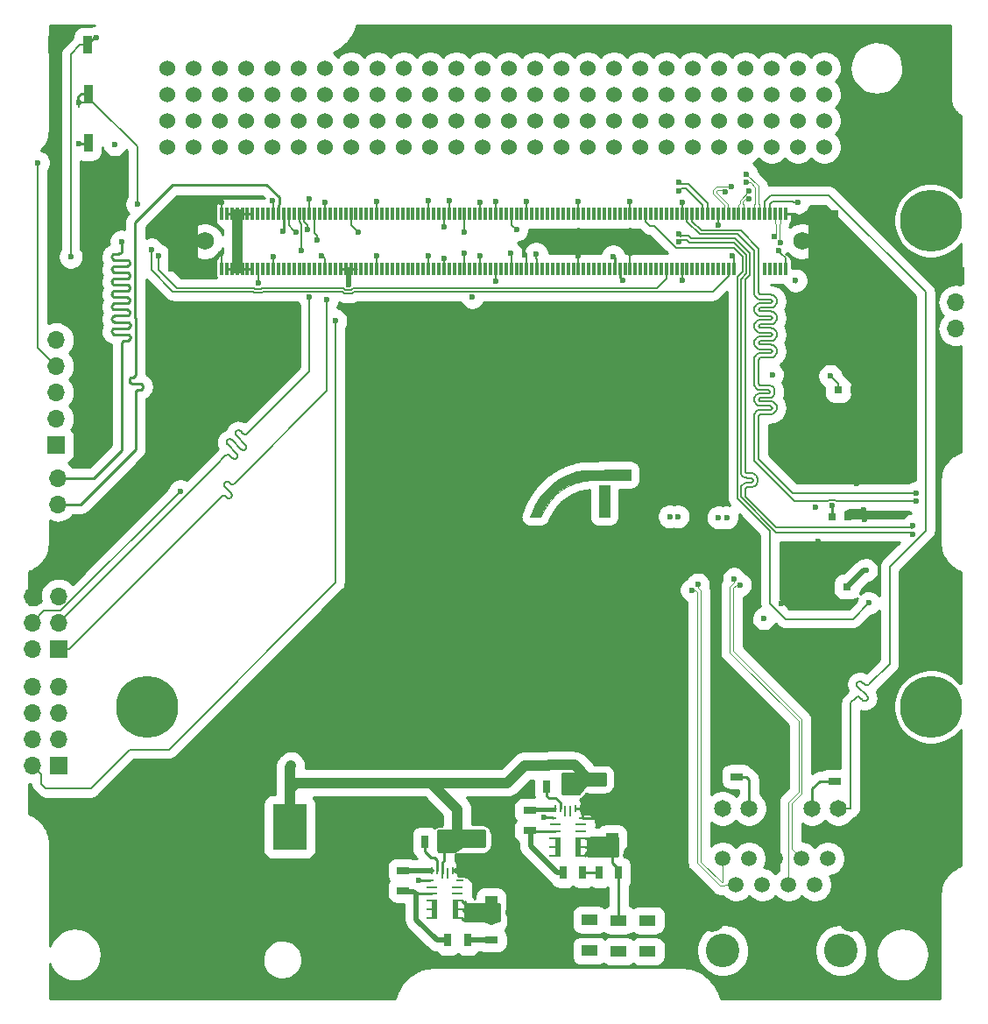
<source format=gbr>
G04 #@! TF.FileFunction,Copper,L1,Top,Signal*
%FSLAX46Y46*%
G04 Gerber Fmt 4.6, Leading zero omitted, Abs format (unit mm)*
G04 Created by KiCad (PCBNEW 4.0.7) date 02/05/18 12:52:08*
%MOMM*%
%LPD*%
G01*
G04 APERTURE LIST*
%ADD10C,0.100000*%
%ADD11C,0.010000*%
%ADD12C,6.000000*%
%ADD13R,1.700000X1.700000*%
%ADD14O,1.700000X1.700000*%
%ADD15R,1.300000X0.700000*%
%ADD16R,0.330200X1.193800*%
%ADD17C,1.752600*%
%ADD18R,3.000000X6.000000*%
%ADD19C,1.500000*%
%ADD20C,1.650000*%
%ADD21C,2.500000*%
%ADD22C,3.250000*%
%ADD23R,0.800000X0.750000*%
%ADD24R,1.600000X1.000000*%
%ADD25C,1.524000*%
%ADD26R,0.700000X1.300000*%
%ADD27R,0.700000X0.250000*%
%ADD28R,1.100000X0.250000*%
%ADD29R,0.250000X0.700000*%
%ADD30R,0.250000X1.100000*%
%ADD31R,0.600000X1.950000*%
%ADD32R,3.300000X4.400000*%
%ADD33R,3.900000X6.200000*%
%ADD34R,0.900000X1.700000*%
%ADD35R,1.250000X1.000000*%
%ADD36C,0.600000*%
%ADD37C,0.200000*%
%ADD38C,0.250000*%
%ADD39C,0.500000*%
%ADD40C,1.000000*%
%ADD41C,0.127000*%
%ADD42C,0.254000*%
%ADD43C,2.000000*%
%ADD44C,0.125000*%
G04 APERTURE END LIST*
D10*
D11*
G36*
X141029091Y-68920000D02*
X139179543Y-68920000D01*
X138517170Y-68922074D01*
X137956042Y-68929132D01*
X137482009Y-68942429D01*
X137080923Y-68963219D01*
X136738634Y-68992755D01*
X136440993Y-69032293D01*
X136173850Y-69083086D01*
X135923056Y-69146389D01*
X135674462Y-69223456D01*
X135645302Y-69233282D01*
X134950805Y-69527860D01*
X134306998Y-69918453D01*
X133725416Y-70394436D01*
X133217591Y-70945186D01*
X132795059Y-71560077D01*
X132515250Y-72116575D01*
X132352679Y-72499091D01*
X131345238Y-72499091D01*
X131485611Y-72112368D01*
X131833079Y-71317685D01*
X132270969Y-70592270D01*
X132793743Y-69941217D01*
X133395859Y-69369619D01*
X134071777Y-68882572D01*
X134815957Y-68485168D01*
X135622859Y-68182502D01*
X135821755Y-68125465D01*
X135963939Y-68087652D01*
X136092794Y-68056593D01*
X136221419Y-68031502D01*
X136362910Y-68011592D01*
X136530366Y-67996076D01*
X136736885Y-67984166D01*
X136995563Y-67975076D01*
X137319500Y-67968018D01*
X137721791Y-67962207D01*
X138215536Y-67956854D01*
X138705568Y-67952182D01*
X141029091Y-67930490D01*
X141029091Y-68920000D01*
X141029091Y-68920000D01*
G37*
X141029091Y-68920000D02*
X139179543Y-68920000D01*
X138517170Y-68922074D01*
X137956042Y-68929132D01*
X137482009Y-68942429D01*
X137080923Y-68963219D01*
X136738634Y-68992755D01*
X136440993Y-69032293D01*
X136173850Y-69083086D01*
X135923056Y-69146389D01*
X135674462Y-69223456D01*
X135645302Y-69233282D01*
X134950805Y-69527860D01*
X134306998Y-69918453D01*
X133725416Y-70394436D01*
X133217591Y-70945186D01*
X132795059Y-71560077D01*
X132515250Y-72116575D01*
X132352679Y-72499091D01*
X131345238Y-72499091D01*
X131485611Y-72112368D01*
X131833079Y-71317685D01*
X132270969Y-70592270D01*
X132793743Y-69941217D01*
X133395859Y-69369619D01*
X134071777Y-68882572D01*
X134815957Y-68485168D01*
X135622859Y-68182502D01*
X135821755Y-68125465D01*
X135963939Y-68087652D01*
X136092794Y-68056593D01*
X136221419Y-68031502D01*
X136362910Y-68011592D01*
X136530366Y-67996076D01*
X136736885Y-67984166D01*
X136995563Y-67975076D01*
X137319500Y-67968018D01*
X137721791Y-67962207D01*
X138215536Y-67956854D01*
X138705568Y-67952182D01*
X141029091Y-67930490D01*
X141029091Y-68920000D01*
G36*
X139008636Y-72499091D02*
X137969545Y-72499091D01*
X137969545Y-69439545D01*
X139008636Y-69439545D01*
X139008636Y-72499091D01*
X139008636Y-72499091D01*
G37*
X139008636Y-72499091D02*
X137969545Y-72499091D01*
X137969545Y-69439545D01*
X139008636Y-69439545D01*
X139008636Y-72499091D01*
D12*
X170085000Y-43850000D03*
X170085000Y-90850000D03*
D13*
X85750000Y-96555000D03*
D14*
X83210000Y-96555000D03*
X85750000Y-94015000D03*
X83210000Y-94015000D03*
X85750000Y-91475000D03*
X83210000Y-91475000D03*
X85750000Y-88935000D03*
X83210000Y-88935000D03*
D15*
X160800000Y-96125000D03*
X160800000Y-98025000D03*
D16*
X155999999Y-43200000D03*
X155500000Y-43200000D03*
X154999999Y-43200000D03*
X154500000Y-43200000D03*
X154000001Y-43200000D03*
X153499999Y-43200000D03*
X153000000Y-43200000D03*
X152499999Y-43200000D03*
X152000000Y-43200000D03*
X151500001Y-43200000D03*
X150999999Y-43200000D03*
X150500000Y-43200000D03*
X149999998Y-43200000D03*
X149499999Y-43200000D03*
X149000000Y-43200000D03*
X148499999Y-43200000D03*
X148000000Y-43200000D03*
X147499998Y-43200000D03*
X146999999Y-43200000D03*
X146500000Y-43200000D03*
X145999999Y-43200000D03*
X145500000Y-43200000D03*
X144999998Y-43200000D03*
X144499999Y-43200000D03*
X144000000Y-43200000D03*
X143499999Y-43200000D03*
X143000000Y-43200000D03*
X142499998Y-43200000D03*
X141999999Y-43200000D03*
X141500000Y-43200000D03*
X140999999Y-43200000D03*
X140500000Y-43200000D03*
X140000001Y-43200000D03*
X139499999Y-43200000D03*
X139000000Y-43200000D03*
X138499999Y-43200000D03*
X138000000Y-43200000D03*
X137500001Y-43200000D03*
X136999999Y-43200000D03*
X136500000Y-43200000D03*
X135999999Y-43200000D03*
X135500000Y-43200000D03*
X135000001Y-43200000D03*
X134499999Y-43200000D03*
X134000000Y-43200000D03*
X133499998Y-43200000D03*
X132999999Y-43200000D03*
X132500000Y-43200000D03*
X131999999Y-43200000D03*
X131500000Y-43200000D03*
X130999998Y-43200000D03*
X130499999Y-43200000D03*
X130000000Y-43200000D03*
X129499999Y-43200000D03*
X129000000Y-43200000D03*
X128499998Y-43200000D03*
X127999999Y-43200000D03*
X127500000Y-43200000D03*
X126999999Y-43200000D03*
X126500000Y-43200000D03*
X125999998Y-43200000D03*
X125499999Y-43200000D03*
X125000000Y-43200000D03*
X124499999Y-43200000D03*
X124000000Y-43200000D03*
X123499998Y-43200000D03*
X122999999Y-43200000D03*
X122500000Y-43200000D03*
X121999999Y-43200000D03*
X121500000Y-43200000D03*
X121000001Y-43200000D03*
X120499999Y-43200000D03*
X120000000Y-43200000D03*
X119499999Y-43200000D03*
X119000000Y-43200000D03*
X118500001Y-43200000D03*
X117999999Y-43200000D03*
X117500000Y-43200000D03*
X116999998Y-43200000D03*
X116499999Y-43200000D03*
X116000000Y-43200000D03*
X115499999Y-43200000D03*
X115000000Y-43200000D03*
X114499998Y-43200000D03*
X113999999Y-43200000D03*
X113500000Y-43200000D03*
X112999999Y-43200000D03*
X112500000Y-43200000D03*
X111999998Y-43200000D03*
X111499999Y-43200000D03*
X111000000Y-43200000D03*
X110499999Y-43200000D03*
X110000000Y-43200000D03*
X109499998Y-43200000D03*
X108999999Y-43200000D03*
X108500000Y-43200000D03*
X107999999Y-43200000D03*
X107500000Y-43200000D03*
X106999998Y-43200000D03*
X106499999Y-43200000D03*
X106000000Y-43200000D03*
X105499999Y-43200000D03*
X105000000Y-43200000D03*
X104499998Y-43200000D03*
X103999999Y-43200000D03*
X103500000Y-43200000D03*
X102999999Y-43200000D03*
X102500000Y-43200000D03*
X101999998Y-43200000D03*
X101499999Y-43200000D03*
X155999999Y-48500000D03*
X155500000Y-48500000D03*
X154999999Y-48500000D03*
X154500000Y-48500000D03*
X154000001Y-48500000D03*
X150999999Y-48500000D03*
X150500000Y-48500000D03*
X149999998Y-48500000D03*
X149499999Y-48500000D03*
X149000000Y-48500000D03*
X148499999Y-48500000D03*
X148000000Y-48500000D03*
X147499998Y-48500000D03*
X146999999Y-48500000D03*
X146500000Y-48500000D03*
X145999999Y-48500000D03*
X145500000Y-48500000D03*
X144999998Y-48500000D03*
X144499999Y-48500000D03*
X144000000Y-48500000D03*
X143499999Y-48500000D03*
X143000000Y-48500000D03*
X142499998Y-48500000D03*
X141999999Y-48500000D03*
X141500000Y-48500000D03*
X140999999Y-48500000D03*
X140500000Y-48500000D03*
X140000001Y-48500000D03*
X139499999Y-48500000D03*
X139000000Y-48500000D03*
X138499999Y-48500000D03*
X138000000Y-48500000D03*
X137500001Y-48500000D03*
X136999999Y-48500000D03*
X136500000Y-48500000D03*
X135999999Y-48500000D03*
X135500000Y-48500000D03*
X135000001Y-48500000D03*
X134499999Y-48500000D03*
X134000000Y-48500000D03*
X133499998Y-48500000D03*
X132999999Y-48500000D03*
X132500000Y-48500000D03*
X131999999Y-48500000D03*
X131500000Y-48500000D03*
X130999998Y-48500000D03*
X130499999Y-48500000D03*
X130000000Y-48500000D03*
X129499999Y-48500000D03*
X129000000Y-48500000D03*
X128499998Y-48500000D03*
X127999999Y-48500000D03*
X127500000Y-48500000D03*
X126999999Y-48500000D03*
X126500000Y-48500000D03*
X125999998Y-48500000D03*
X125499999Y-48500000D03*
X125000000Y-48500000D03*
X124499999Y-48500000D03*
X124000000Y-48500000D03*
X123499998Y-48500000D03*
X122999999Y-48500000D03*
X122500000Y-48500000D03*
X121999999Y-48500000D03*
X121500000Y-48500000D03*
X121000001Y-48500000D03*
X120499999Y-48500000D03*
X120000000Y-48500000D03*
X119499999Y-48500000D03*
X119000000Y-48500000D03*
X118500001Y-48500000D03*
X117999999Y-48500000D03*
X117500000Y-48500000D03*
X116999998Y-48500000D03*
X116499999Y-48500000D03*
X116000000Y-48500000D03*
X115499999Y-48500000D03*
X115000000Y-48500000D03*
X114499998Y-48500000D03*
X113999999Y-48500000D03*
X113500000Y-48500000D03*
X112999999Y-48500000D03*
X112500000Y-48500000D03*
X111999998Y-48500000D03*
X111499999Y-48500000D03*
X111000000Y-48500000D03*
X110499999Y-48500000D03*
X110000000Y-48500000D03*
X109499998Y-48500000D03*
X108999999Y-48500000D03*
X108500000Y-48500000D03*
X107999999Y-48500000D03*
X107500000Y-48500000D03*
X106999998Y-48500000D03*
X106499999Y-48500000D03*
X106000000Y-48500000D03*
X105499999Y-48500000D03*
X105000000Y-48500000D03*
X104499998Y-48500000D03*
X103999999Y-48500000D03*
X103500000Y-48500000D03*
X102999999Y-48500000D03*
X102500000Y-48500000D03*
X101999998Y-48500000D03*
X101499999Y-48500000D03*
D17*
X99895598Y-45850000D03*
X99895598Y-45850000D03*
X157604398Y-45850000D03*
X157604398Y-45850000D03*
D18*
X159665996Y-45833000D03*
X97816996Y-45833000D03*
D19*
X161390000Y-108040000D03*
X160120000Y-105500000D03*
X158850000Y-108040000D03*
X157580000Y-105500000D03*
X156310000Y-108040000D03*
X155040000Y-105500000D03*
X153770000Y-108040000D03*
X152500000Y-105500000D03*
X151230000Y-108040000D03*
X149960000Y-105500000D03*
D20*
X161140000Y-100670000D03*
X158600000Y-100670000D03*
X152500000Y-100670000D03*
X149960000Y-100670000D03*
D21*
X148945000Y-111340000D03*
D22*
X149960000Y-114390000D03*
X161390000Y-114390000D03*
D21*
X162405000Y-111340000D03*
D23*
X160460000Y-79240000D03*
X161960000Y-79240000D03*
X162000000Y-72500000D03*
X160500000Y-72500000D03*
X162610000Y-60230000D03*
X161110000Y-60230000D03*
D24*
X139880000Y-114485000D03*
X139880000Y-111485000D03*
X137080000Y-114435000D03*
X137080000Y-111435000D03*
X142680000Y-114485000D03*
X142680000Y-111485000D03*
D25*
X96260000Y-36755000D03*
X96260000Y-34215000D03*
X98800000Y-36755000D03*
X98800000Y-34215000D03*
X101340000Y-36755000D03*
X101340000Y-34215000D03*
X103880000Y-36755000D03*
X103880000Y-34215000D03*
X106420000Y-36755000D03*
X106420000Y-34215000D03*
X108960000Y-36755000D03*
X108960000Y-34215000D03*
X111500000Y-36755000D03*
X111500000Y-34215000D03*
X114040000Y-36755000D03*
X114040000Y-34215000D03*
X116580000Y-36755000D03*
X116580000Y-34215000D03*
X119120000Y-36755000D03*
X119120000Y-34215000D03*
X121660000Y-36755000D03*
X121660000Y-34215000D03*
X124200000Y-36755000D03*
X124200000Y-34215000D03*
X126740000Y-36755000D03*
X126740000Y-34215000D03*
X129280000Y-36755000D03*
X129280000Y-34215000D03*
X131820000Y-36755000D03*
X131820000Y-34215000D03*
X134360000Y-36755000D03*
X134360000Y-34215000D03*
X136900000Y-36755000D03*
X136900000Y-34215000D03*
X139440000Y-36755000D03*
X139440000Y-34215000D03*
X141980000Y-36755000D03*
X141980000Y-34215000D03*
X144520000Y-36755000D03*
X144520000Y-34215000D03*
X147060000Y-36755000D03*
X147060000Y-34215000D03*
X149600000Y-36755000D03*
X149600000Y-34215000D03*
X152140000Y-36755000D03*
X152140000Y-34215000D03*
X154680000Y-36755000D03*
X154680000Y-34215000D03*
X157220000Y-36755000D03*
X157220000Y-34215000D03*
X159760000Y-36755000D03*
X159760000Y-34215000D03*
D15*
X127570000Y-111465000D03*
X127570000Y-113365000D03*
D26*
X125270000Y-113415000D03*
X123370000Y-113415000D03*
X123020000Y-103915000D03*
X121120000Y-103915000D03*
D15*
X119070000Y-106715000D03*
X119070000Y-108615000D03*
D26*
X139880000Y-106860000D03*
X137980000Y-106860000D03*
X136405000Y-106860000D03*
X134505000Y-106860000D03*
X134855000Y-98560000D03*
X132955000Y-98560000D03*
D15*
X131280000Y-100885000D03*
X131280000Y-102785000D03*
D27*
X133530000Y-101596392D03*
D28*
X133730000Y-102246392D03*
X133730000Y-102896392D03*
D27*
X133530000Y-103546392D03*
X133530000Y-104396392D03*
X133530000Y-105246392D03*
X136430000Y-105246392D03*
X136430000Y-104396392D03*
X136430000Y-103546392D03*
D28*
X136230000Y-102896392D03*
X136230000Y-102246392D03*
D27*
X136430000Y-101596392D03*
D29*
X136230000Y-100696392D03*
X135730000Y-100696392D03*
D30*
X135230000Y-100896392D03*
X134730000Y-100896392D03*
D29*
X134230000Y-100696392D03*
X133730000Y-100696392D03*
D31*
X133980000Y-104396392D03*
X135980000Y-104396392D03*
D25*
X96259001Y-31678961D03*
X96259001Y-29138961D03*
X98799001Y-31678961D03*
X98799001Y-29138961D03*
X101339001Y-31678961D03*
X101339001Y-29138961D03*
X103879001Y-31678961D03*
X103879001Y-29138961D03*
X106419001Y-31678961D03*
X106419001Y-29138961D03*
X108959001Y-31678961D03*
X108959001Y-29138961D03*
X111499001Y-31678961D03*
X111499001Y-29138961D03*
X114039001Y-31678961D03*
X114039001Y-29138961D03*
X116579001Y-31678961D03*
X116579001Y-29138961D03*
X119119001Y-31678961D03*
X119119001Y-29138961D03*
X121659001Y-31678961D03*
X121659001Y-29138961D03*
X124199001Y-31678961D03*
X124199001Y-29138961D03*
X126739001Y-31678961D03*
X126739001Y-29138961D03*
X129279001Y-31678961D03*
X129279001Y-29138961D03*
X131819001Y-31678961D03*
X131819001Y-29138961D03*
X134359001Y-31678961D03*
X134359001Y-29138961D03*
X136899001Y-31678961D03*
X136899001Y-29138961D03*
X139439001Y-31678961D03*
X139439001Y-29138961D03*
X141979001Y-31678961D03*
X141979001Y-29138961D03*
X144519001Y-31678961D03*
X144519001Y-29138961D03*
X147059001Y-31678961D03*
X147059001Y-29138961D03*
X149599001Y-31678961D03*
X149599001Y-29138961D03*
X152139001Y-31678961D03*
X152139001Y-29138961D03*
X154679001Y-31678961D03*
X154679001Y-29138961D03*
X157219001Y-31678961D03*
X157219001Y-29138961D03*
X159759001Y-31678961D03*
X159759001Y-29138961D03*
D27*
X121620000Y-107615000D03*
D28*
X121820000Y-108265000D03*
X121820000Y-108915000D03*
D27*
X121620000Y-109565000D03*
X121620000Y-110415000D03*
X121620000Y-111265000D03*
X124520000Y-111265000D03*
X124520000Y-110415000D03*
X124520000Y-109565000D03*
D28*
X124320000Y-108915000D03*
X124320000Y-108265000D03*
D27*
X124520000Y-107615000D03*
D29*
X124320000Y-106715000D03*
X123820000Y-106715000D03*
D30*
X123320000Y-106915000D03*
X122820000Y-106915000D03*
D29*
X122320000Y-106715000D03*
X121820000Y-106715000D03*
D31*
X122070000Y-110415000D03*
X124070000Y-110415000D03*
D13*
X85700000Y-73820000D03*
D14*
X85700000Y-71280000D03*
X85700000Y-68740000D03*
D13*
X85510000Y-65540000D03*
D14*
X85510000Y-63000000D03*
X85510000Y-60460000D03*
X85510000Y-57920000D03*
X85510000Y-55380000D03*
X85510000Y-52840000D03*
D13*
X172490000Y-49220000D03*
D14*
X172490000Y-51760000D03*
X172490000Y-54300000D03*
D32*
X108075000Y-102475000D03*
D33*
X100925000Y-111475000D03*
X113825000Y-111475000D03*
D15*
X151325000Y-95700000D03*
X151325000Y-97600000D03*
D13*
X85750000Y-85230000D03*
D14*
X83210000Y-85230000D03*
X85750000Y-82690000D03*
X83210000Y-82690000D03*
X85750000Y-80150000D03*
X83210000Y-80150000D03*
D34*
X85125000Y-26850000D03*
X88525000Y-26850000D03*
X85225000Y-31550000D03*
X88625000Y-31550000D03*
X85200000Y-36375000D03*
X88600000Y-36375000D03*
D35*
X126070000Y-103665000D03*
X126070000Y-105665000D03*
X127570000Y-109665000D03*
X127570000Y-107665000D03*
X137980000Y-97860000D03*
X137980000Y-99860000D03*
X139230000Y-103585000D03*
X139230000Y-101585000D03*
D12*
X94325000Y-90850000D03*
D36*
X160325000Y-58870000D03*
X154725000Y-58750000D03*
X160500000Y-71400000D03*
X153950000Y-82300000D03*
X139230000Y-104760000D03*
X163810000Y-77640000D03*
X137080000Y-111435000D03*
X137330000Y-114360000D03*
X139755000Y-114460000D03*
X142730000Y-114460000D03*
X91175000Y-36500000D03*
X126195000Y-110715000D03*
X113740000Y-50010000D03*
X142680000Y-111485000D03*
X140270000Y-49650000D03*
X156990000Y-49640000D03*
X139340000Y-47305000D03*
X120595000Y-107590000D03*
X125270000Y-113415000D03*
X132630000Y-101560000D03*
X136405000Y-106860000D03*
X168630000Y-70184099D03*
X168630000Y-70984099D03*
X145740000Y-40950000D03*
X145700000Y-45110000D03*
X168290000Y-73350000D03*
X145740000Y-40150000D03*
X145700000Y-45910000D03*
X168290000Y-74150000D03*
X164080000Y-80820000D03*
X130000000Y-44750000D03*
X125000000Y-45000000D03*
X125750000Y-51250000D03*
X123000000Y-44500000D03*
X114750000Y-45000000D03*
X112500000Y-53500000D03*
X110000000Y-41750000D03*
X107422875Y-44855010D03*
X91850000Y-45880000D03*
X89375000Y-26200000D03*
X94720000Y-46650000D03*
X86925000Y-47350000D03*
X95450000Y-47280000D03*
X93340000Y-42290000D03*
X131910000Y-47050000D03*
X83750000Y-38250000D03*
X87675000Y-32400000D03*
X129436490Y-47000000D03*
X128000000Y-49750000D03*
X125000000Y-47000000D03*
X123030000Y-47470000D03*
X87675000Y-36400000D03*
X105020000Y-49880000D03*
X102999999Y-45650000D03*
X108225000Y-96525000D03*
X134855000Y-98560000D03*
X159250000Y-44000000D03*
X159250000Y-45000000D03*
X159250000Y-46250000D03*
X159250000Y-47500000D03*
X160250000Y-47500000D03*
X160250000Y-46250000D03*
X160250000Y-45000000D03*
X160250000Y-44000000D03*
X98000000Y-44250000D03*
X98000000Y-45500000D03*
X98000000Y-46750000D03*
X98000000Y-47750000D03*
X97000000Y-47750000D03*
X97000000Y-46750000D03*
X97000000Y-45500000D03*
X97000000Y-44250000D03*
X111186490Y-47250000D03*
X146020000Y-49650000D03*
X155332053Y-46768515D03*
X160576490Y-94412781D03*
X151125000Y-94325000D03*
X85525000Y-51000000D03*
X87350000Y-73825000D03*
X100750000Y-113000000D03*
X99575000Y-110000000D03*
X99500000Y-111500000D03*
X99500000Y-113000000D03*
X102000000Y-113000000D03*
X102000000Y-111500000D03*
X102000000Y-110000000D03*
X100725000Y-110000000D03*
X100725000Y-111500000D03*
X115000000Y-113000000D03*
X112850000Y-113000000D03*
X114925000Y-110000000D03*
X112725000Y-110000000D03*
X112725000Y-111500000D03*
X115000000Y-111500000D03*
X113875000Y-113000000D03*
X113800000Y-110000000D03*
X113825000Y-111500000D03*
X155040000Y-103750000D03*
X150925000Y-111100000D03*
X163725000Y-109600000D03*
X162675000Y-108000000D03*
X155575000Y-80900000D03*
X159175000Y-77050000D03*
X159175000Y-74875000D03*
X163375000Y-75100000D03*
X158950000Y-71575000D03*
X163675000Y-72725000D03*
X163600000Y-71825000D03*
X162900000Y-69275000D03*
X157250000Y-67100000D03*
X163450000Y-61650000D03*
X158925000Y-59800000D03*
X101400000Y-47125000D03*
X106500000Y-47325000D03*
X116500000Y-47250000D03*
X121475000Y-47250000D03*
X126500000Y-47225000D03*
X130825000Y-47150000D03*
X136000000Y-47275000D03*
X141025000Y-47025000D03*
X150850000Y-47250000D03*
X101475000Y-42050000D03*
X106450000Y-41925000D03*
X111500000Y-42050000D03*
X116500000Y-42025000D03*
X121500000Y-41900000D03*
X123500000Y-41925000D03*
X126500000Y-42075000D03*
X128000000Y-42025000D03*
X131000000Y-42025000D03*
X136000000Y-42000000D03*
X141000000Y-42000000D03*
X146000000Y-42075000D03*
X149475000Y-44275000D03*
X156850000Y-43400000D03*
X163325000Y-76050000D03*
X163150000Y-64175000D03*
X129790000Y-112810000D03*
X144930000Y-112960000D03*
X155482842Y-45982842D03*
X147532842Y-79017158D03*
X154917158Y-45417158D03*
X146967158Y-79582842D03*
X157200000Y-42090000D03*
X152260000Y-39360000D03*
X144820000Y-72460000D03*
X152260000Y-40140000D03*
X145600000Y-72460000D03*
X152510000Y-41750000D03*
X151042158Y-78492158D03*
X152510000Y-40970000D03*
X151607842Y-79057842D03*
X150194229Y-41115771D03*
X149540000Y-72550000D03*
X150745771Y-40564229D03*
X150320000Y-72550000D03*
X111686490Y-51500000D03*
X110750000Y-45750000D03*
X109813510Y-44750000D03*
X110000000Y-51250000D03*
X109250000Y-46750000D03*
X97500000Y-70000000D03*
X108686490Y-45002986D03*
D37*
X161110000Y-60230000D02*
X161110000Y-59655000D01*
X161110000Y-59655000D02*
X160325000Y-58870000D01*
D38*
X160500000Y-71400000D02*
X160500000Y-72500000D01*
X139230000Y-103585000D02*
X139230000Y-104760000D01*
X139230000Y-104760000D02*
X139230000Y-105910000D01*
X161960000Y-79240000D02*
X161985000Y-79240000D01*
D39*
X161985000Y-79240000D02*
X163585000Y-77640000D01*
D38*
X163585000Y-77640000D02*
X163810000Y-77640000D01*
X139880000Y-111485000D02*
X139880000Y-110735000D01*
X139880000Y-110735000D02*
X139880000Y-106860000D01*
X137030000Y-104135000D02*
X136768608Y-104396392D01*
X137280000Y-103885000D02*
X137030000Y-104135000D01*
X137030000Y-104135000D02*
X137030000Y-104646392D01*
X137030000Y-104646392D02*
X136605001Y-105071391D01*
X136605001Y-105071391D02*
X136605001Y-105246392D01*
X137280000Y-103546392D02*
X136605001Y-103546392D01*
X138316392Y-103546392D02*
X137280000Y-103546392D01*
X137280000Y-103546392D02*
X137280000Y-103885000D01*
X136768608Y-104396392D02*
X136605001Y-104396392D01*
X139230000Y-103585000D02*
X138355000Y-103585000D01*
X138355000Y-103585000D02*
X138316392Y-103546392D01*
X139230000Y-105910000D02*
X139880000Y-106560000D01*
X139880000Y-106560000D02*
X139880000Y-106860000D01*
X114000000Y-48500000D02*
X114530000Y-48500000D01*
X113010000Y-48490000D02*
X113540000Y-48490000D01*
D39*
X113740000Y-49050000D02*
X113740000Y-48759999D01*
X113740000Y-48740000D02*
X113500000Y-48500000D01*
X113740000Y-50010000D02*
X113740000Y-49050000D01*
X113740000Y-49050000D02*
X113740000Y-48740000D01*
X113740000Y-48759999D02*
X113999999Y-48500000D01*
D38*
X125745001Y-111465000D02*
X125745001Y-110790001D01*
X125720000Y-110615000D02*
X124670000Y-109565000D01*
X127570000Y-111465000D02*
X125745001Y-111465000D01*
X125820000Y-111465000D02*
X124770000Y-110415000D01*
X127570000Y-111465000D02*
X124880002Y-111465000D01*
X124880002Y-111465000D02*
X124695001Y-111279999D01*
X124695001Y-111279999D02*
X124695001Y-111265000D01*
D40*
X127570000Y-109665000D02*
X127570000Y-111465000D01*
D38*
X140270000Y-49650000D02*
X140000001Y-49380001D01*
X140000001Y-49380001D02*
X140000001Y-48500000D01*
X156990000Y-49800000D02*
X156990000Y-49640000D01*
X139340000Y-47305000D02*
X139499999Y-47464999D01*
X139499999Y-47464999D02*
X139499999Y-48500000D01*
X120595000Y-107590000D02*
X121595000Y-107590000D01*
X121595000Y-107590000D02*
X121620000Y-107615000D01*
D39*
X125270000Y-113415000D02*
X127520000Y-113415000D01*
D38*
X127520000Y-113415000D02*
X127570000Y-113365000D01*
D39*
X134505000Y-106860000D02*
X133905000Y-106860000D01*
X133905000Y-106860000D02*
X131380000Y-104335000D01*
X131380000Y-104335000D02*
X131380000Y-103485000D01*
X131380000Y-103485000D02*
X131380000Y-102885000D01*
D38*
X131380000Y-102885000D02*
X133718608Y-102885000D01*
X133718608Y-102885000D02*
X133730000Y-102896392D01*
X120270000Y-108915000D02*
X120320000Y-108915000D01*
D39*
X122320000Y-113415000D02*
X120320000Y-111415000D01*
D38*
X120320000Y-108915000D02*
X121020000Y-108915000D01*
D39*
X123370000Y-113415000D02*
X122320000Y-113415000D01*
X120320000Y-111415000D02*
X120320000Y-108915000D01*
X119170000Y-108715000D02*
X120070000Y-108715000D01*
X120070000Y-108715000D02*
X120370000Y-109015000D01*
D38*
X121020000Y-108915000D02*
X121820000Y-108915000D01*
X122070000Y-105415000D02*
X122320000Y-105665000D01*
X122320000Y-105665000D02*
X122320000Y-106715000D01*
X121720000Y-105415000D02*
X122070000Y-105415000D01*
X121120000Y-103915000D02*
X121120000Y-104815000D01*
X121120000Y-104815000D02*
X121720000Y-105415000D01*
D39*
X119145000Y-106690000D02*
X120045000Y-106690000D01*
X119970000Y-106715000D02*
X121820000Y-106715000D01*
D38*
X137980000Y-106860000D02*
X136405000Y-106860000D01*
X132630000Y-101560000D02*
X133493608Y-101560000D01*
X133493608Y-101560000D02*
X133530000Y-101596392D01*
X133155000Y-99660000D02*
X133805000Y-99660000D01*
X133805000Y-99660000D02*
X134230000Y-100085000D01*
X134230000Y-100085000D02*
X134230000Y-100096392D01*
X134230000Y-100096392D02*
X134230000Y-100696392D01*
X132955000Y-98560000D02*
X132955000Y-99460000D01*
X132955000Y-99460000D02*
X133155000Y-99660000D01*
X131280000Y-100885000D02*
X133541392Y-100885000D01*
X133541392Y-100885000D02*
X133730000Y-100696392D01*
X133730000Y-100696392D02*
X131668608Y-100696392D01*
X131668608Y-100696392D02*
X131380000Y-100985000D01*
D41*
X156712297Y-70184099D02*
X168205736Y-70184099D01*
X153449438Y-62706613D02*
X153445000Y-62746000D01*
X153545203Y-62586528D02*
X153511643Y-62607615D01*
X153582614Y-62573437D02*
X153545203Y-62586528D01*
X153483616Y-62635642D02*
X153462529Y-62669202D01*
X153622000Y-62569000D02*
X153582614Y-62573437D01*
X154586415Y-62569000D02*
X153622000Y-62569000D01*
X155118680Y-62234555D02*
X155048297Y-62346569D01*
X155177184Y-61905769D02*
X155177184Y-61978230D01*
X155162373Y-61774311D02*
X155177184Y-61905769D01*
X153445000Y-66916802D02*
X156712297Y-70184099D01*
X155118680Y-61649444D02*
X155162373Y-61774311D01*
X154954754Y-61443887D02*
X155048297Y-61537430D01*
X154842740Y-61373504D02*
X154954754Y-61443887D01*
X154717873Y-61329811D02*
X154842740Y-61373504D01*
X154586415Y-61315000D02*
X154717873Y-61329811D01*
X155177184Y-61978230D02*
X155162373Y-62109688D01*
X153622000Y-61315000D02*
X154586415Y-61315000D01*
X153582614Y-61310562D02*
X153622000Y-61315000D01*
X153545203Y-61297471D02*
X153582614Y-61310562D01*
X153449438Y-61177386D02*
X153462529Y-61214797D01*
X153445000Y-61138000D02*
X153449438Y-61177386D01*
X153460053Y-61072049D02*
X153448811Y-61104176D01*
X153502230Y-61019161D02*
X153478162Y-61043229D01*
X153531050Y-61001052D02*
X153502230Y-61019161D01*
X153563177Y-60989810D02*
X153531050Y-61001052D01*
X153597000Y-60986000D02*
X153563177Y-60989810D01*
X154529003Y-60971778D02*
X154402786Y-60986000D01*
X154913829Y-60664890D02*
X154846252Y-60772437D01*
X154955779Y-60545002D02*
X154913829Y-60664890D01*
X154955779Y-60222997D02*
X154970000Y-60349214D01*
X154648891Y-59838171D02*
X154756438Y-59905748D01*
X154402786Y-60986000D02*
X153597000Y-60986000D01*
X154529003Y-59796221D02*
X154648891Y-59838171D01*
X153563177Y-59778189D02*
X153597000Y-59782000D01*
X154970000Y-60418785D02*
X154955779Y-60545002D01*
X153502230Y-59748838D02*
X153531050Y-59766947D01*
X153462529Y-57195202D02*
X153449438Y-57232613D01*
X153483616Y-57161642D02*
X153462529Y-57195202D01*
X153545203Y-57112528D02*
X153511643Y-57133615D01*
X153582614Y-57099437D02*
X153545203Y-57112528D01*
X153622000Y-57095000D02*
X153582614Y-57099437D01*
X154842740Y-57036495D02*
X154717873Y-57080188D01*
X155118680Y-56760555D02*
X155048297Y-56872569D01*
X155162373Y-56635688D02*
X155118680Y-56760555D01*
X155177184Y-56504230D02*
X155162373Y-56635688D01*
X155162373Y-56300311D02*
X155177184Y-56431769D01*
X155048297Y-56063430D02*
X155118680Y-56175444D01*
X168205736Y-70184099D02*
X168630000Y-70184099D01*
X154954754Y-55969887D02*
X155048297Y-56063430D01*
X153622000Y-55841000D02*
X154586415Y-55841000D01*
X153511643Y-55802384D02*
X153545203Y-55823471D01*
X153462529Y-55740797D02*
X153483616Y-55774357D01*
X153445000Y-55664000D02*
X153449438Y-55703386D01*
X153462529Y-55587202D02*
X153449438Y-55624613D01*
X153511643Y-55525615D02*
X153483616Y-55553642D01*
X153545203Y-55504528D02*
X153511643Y-55525615D01*
X154954754Y-55358112D02*
X154842740Y-55428495D01*
X155118680Y-55152555D02*
X155048297Y-55264569D01*
X155162373Y-54692311D02*
X155177184Y-54823769D01*
X155118680Y-54567444D02*
X155162373Y-54692311D01*
X155048297Y-54455430D02*
X155118680Y-54567444D01*
X154954754Y-54361887D02*
X155048297Y-54455430D01*
X154717873Y-54247811D02*
X154842740Y-54291504D01*
X154586415Y-54233000D02*
X154717873Y-54247811D01*
X153622000Y-54233000D02*
X154586415Y-54233000D01*
X153582614Y-54228562D02*
X153622000Y-54233000D01*
X153483616Y-54166357D02*
X153511643Y-54194384D01*
X155118680Y-56175444D02*
X155162373Y-56300311D01*
X153449438Y-54095386D02*
X153462529Y-54132797D01*
X153445000Y-54056000D02*
X153449438Y-54095386D01*
X153483616Y-53945642D02*
X153462529Y-53979202D01*
X153511643Y-53917615D02*
X153483616Y-53945642D01*
X153582614Y-53883437D02*
X153545203Y-53896528D01*
X153460053Y-59695950D02*
X153478162Y-59724770D01*
X153622000Y-53879000D02*
X153582614Y-53883437D01*
X154586415Y-53879000D02*
X153622000Y-53879000D01*
X155048297Y-53656569D02*
X154954754Y-53750112D01*
X155118680Y-52959444D02*
X155162373Y-53084311D01*
X155048297Y-52847430D02*
X155118680Y-52959444D01*
X154954754Y-52753887D02*
X155048297Y-52847430D01*
X154842740Y-52683504D02*
X154954754Y-52753887D01*
X154717873Y-52639811D02*
X154842740Y-52683504D01*
X153622000Y-52625000D02*
X154586415Y-52625000D01*
X153462529Y-52524797D02*
X153483616Y-52558357D01*
X153445000Y-52448000D02*
X153449438Y-52487386D01*
X153582614Y-52275437D02*
X153545203Y-52288528D01*
X154586415Y-52271000D02*
X153622000Y-52271000D01*
X153582614Y-55836562D02*
X153622000Y-55841000D01*
X154842740Y-52212495D02*
X154717873Y-52256188D01*
X154954754Y-52142112D02*
X154842740Y-52212495D01*
X155162373Y-51811688D02*
X155118680Y-51936555D01*
X153448811Y-59663823D02*
X153460053Y-59695950D01*
X155177184Y-51680230D02*
X155162373Y-51811688D01*
X155118680Y-53544555D02*
X155048297Y-53656569D01*
X153545203Y-52607471D02*
X153582614Y-52620562D01*
X155177184Y-51607769D02*
X155177184Y-51680230D01*
X155162373Y-51476311D02*
X155177184Y-51607769D01*
X155118680Y-51351444D02*
X155162373Y-51476311D01*
X153622000Y-51017000D02*
X154586415Y-51017000D01*
X153511643Y-50978384D02*
X153545203Y-50999471D01*
X154717873Y-57080188D02*
X154586415Y-57095000D01*
X153449438Y-52408613D02*
X153445000Y-52448000D01*
X155177184Y-54823769D02*
X155177184Y-54896230D01*
X153483616Y-50950357D02*
X153511643Y-50978384D01*
X154756438Y-59905748D02*
X154846252Y-59995562D01*
X153462529Y-50916797D02*
X153483616Y-50950357D01*
X153449438Y-50879386D02*
X153462529Y-50916797D01*
X147914601Y-44838502D02*
X151699494Y-44838502D01*
X146999999Y-43923900D02*
X147914601Y-44838502D01*
X146999999Y-43200000D02*
X146999999Y-43923900D01*
X154954754Y-51145887D02*
X155048297Y-51239430D01*
X154954754Y-53750112D02*
X154842740Y-53820495D01*
X153462529Y-53979202D02*
X153449438Y-54016613D01*
X153582614Y-55491437D02*
X153545203Y-55504528D01*
X153478162Y-61043229D02*
X153460053Y-61072049D01*
X153462529Y-54132797D02*
X153483616Y-54166357D01*
X153449438Y-54016613D02*
X153445000Y-54056000D01*
X153483616Y-55553642D02*
X153462529Y-55587202D01*
X154756438Y-60862251D02*
X154648891Y-60929828D01*
X154586415Y-57095000D02*
X153622000Y-57095000D01*
X153531050Y-59766947D02*
X153563177Y-59778189D01*
X153448811Y-61104176D02*
X153445000Y-61138000D01*
X153622000Y-52271000D02*
X153582614Y-52275437D01*
X153511643Y-54194384D02*
X153545203Y-54215471D01*
X154648891Y-60929828D02*
X154529003Y-60971778D01*
X151699494Y-44838502D02*
X153445000Y-46584008D01*
X153511643Y-57133615D02*
X153483616Y-57161642D01*
X153462529Y-62669202D02*
X153449438Y-62706613D01*
X155162373Y-53419688D02*
X155118680Y-53544555D01*
X153449438Y-57232613D02*
X153445000Y-57272000D01*
X153445000Y-62746000D02*
X153445000Y-66916802D01*
X154842740Y-54291504D02*
X154954754Y-54361887D01*
X154913829Y-60103109D02*
X154955779Y-60222997D01*
X153462529Y-61214797D02*
X153483616Y-61248357D01*
X153511643Y-62607615D02*
X153483616Y-62635642D01*
X154717873Y-62554188D02*
X154586415Y-62569000D01*
X153445000Y-59630000D02*
X153448811Y-59663823D01*
X154846252Y-59995562D02*
X154913829Y-60103109D01*
X153478162Y-59724770D02*
X153502230Y-59748838D01*
X155177184Y-53288230D02*
X155162373Y-53419688D01*
X155048297Y-61537430D02*
X155118680Y-61649444D01*
X154954754Y-62440112D02*
X154842740Y-62510495D01*
X153483616Y-52558357D02*
X153511643Y-52586384D01*
X153483616Y-52337642D02*
X153462529Y-52371202D01*
X154402786Y-59782000D02*
X154529003Y-59796221D01*
X155118680Y-51936555D02*
X155048297Y-52048569D01*
X154586415Y-55487000D02*
X153622000Y-55487000D01*
X153545203Y-55823471D02*
X153582614Y-55836562D01*
X153597000Y-59782000D02*
X154402786Y-59782000D01*
X154842740Y-51075504D02*
X154954754Y-51145887D01*
X153622000Y-55487000D02*
X153582614Y-55491437D01*
X154954754Y-56966112D02*
X154842740Y-57036495D01*
X154717873Y-55472188D02*
X154586415Y-55487000D01*
X153511643Y-52309615D02*
X153483616Y-52337642D01*
X155162373Y-62109688D02*
X155118680Y-62234555D01*
X154586415Y-55841000D02*
X154717873Y-55855811D01*
X153449438Y-52487386D02*
X153462529Y-52524797D01*
X153511643Y-52586384D02*
X153545203Y-52607471D01*
X153462529Y-52371202D02*
X153449438Y-52408613D01*
X154586415Y-51017000D02*
X154717873Y-51031811D01*
X153545203Y-52288528D02*
X153511643Y-52309615D01*
X155048297Y-52048569D02*
X154954754Y-52142112D01*
X154842740Y-55899504D02*
X154954754Y-55969887D01*
X155048297Y-56872569D02*
X154954754Y-56966112D01*
X155162373Y-55027688D02*
X155118680Y-55152555D01*
X153483616Y-61248357D02*
X153511643Y-61276384D01*
X154717873Y-52256188D02*
X154586415Y-52271000D01*
X155177184Y-53215769D02*
X155177184Y-53288230D01*
X153445000Y-57272000D02*
X153445000Y-59630000D01*
X155177184Y-56431769D02*
X155177184Y-56504230D01*
X153445000Y-46584008D02*
X153445000Y-50840000D01*
X154970000Y-60349214D02*
X154970000Y-60418785D01*
X154846252Y-60772437D02*
X154756438Y-60862251D01*
X155162373Y-53084311D02*
X155177184Y-53215769D01*
X153445000Y-50840000D02*
X153449438Y-50879386D01*
X154586415Y-52625000D02*
X154717873Y-52639811D01*
X154842740Y-55428495D02*
X154717873Y-55472188D01*
X153582614Y-52620562D02*
X153622000Y-52625000D01*
X153483616Y-55774357D02*
X153511643Y-55802384D01*
X155048297Y-62346569D02*
X154954754Y-62440112D01*
X153545203Y-50999471D02*
X153582614Y-51012562D01*
X155048297Y-51239430D02*
X155118680Y-51351444D01*
X153545203Y-54215471D02*
X153582614Y-54228562D01*
X153582614Y-51012562D02*
X153622000Y-51017000D01*
X154842740Y-53820495D02*
X154717873Y-53864188D01*
X153545203Y-53896528D02*
X153511643Y-53917615D01*
X155177184Y-54896230D02*
X155162373Y-55027688D01*
X154717873Y-51031811D02*
X154842740Y-51075504D01*
X153511643Y-61276384D02*
X153545203Y-61297471D01*
X153449438Y-55703386D02*
X153462529Y-55740797D01*
X155048297Y-55264569D02*
X154954754Y-55358112D01*
X153449438Y-55624613D02*
X153445000Y-55664000D01*
X154717873Y-55855811D02*
X154842740Y-55899504D01*
X154717873Y-53864188D02*
X154586415Y-53879000D01*
X154842740Y-62510495D02*
X154717873Y-62554188D01*
X160770481Y-70836499D02*
X160918081Y-70984099D01*
X152995000Y-67103198D02*
X156875901Y-70984099D01*
X153053505Y-62453444D02*
X153009812Y-62578311D01*
X153217431Y-62247887D02*
X153123888Y-62341430D01*
X154550184Y-62119000D02*
X153585770Y-62119000D01*
X154589571Y-62114562D02*
X154550184Y-62119000D01*
X154626982Y-62101471D02*
X154589571Y-62114562D01*
X154660542Y-62080384D02*
X154626982Y-62101471D01*
X154727184Y-61942000D02*
X154722747Y-61981386D01*
X154688569Y-61831642D02*
X154709656Y-61865202D01*
X154626982Y-61782528D02*
X154660542Y-61803615D01*
X153585770Y-61765000D02*
X154550184Y-61765000D01*
X152995000Y-62709769D02*
X152995000Y-67103198D01*
X153123888Y-61542569D02*
X153217431Y-61636112D01*
X153009812Y-61305688D02*
X153053505Y-61430555D01*
X152995000Y-61103214D02*
X152995000Y-61174230D01*
X153009222Y-60976997D02*
X152995000Y-61103214D01*
X153051172Y-60857109D02*
X153009222Y-60976997D01*
X153435998Y-60550221D02*
X153316110Y-60592171D01*
X156875901Y-70984099D02*
X160081919Y-70984099D01*
X153562215Y-60536000D02*
X153435998Y-60550221D01*
X154401824Y-60532189D02*
X154368000Y-60536000D01*
X154462771Y-60502838D02*
X154433951Y-60520947D01*
X154486839Y-60478770D02*
X154462771Y-60502838D01*
X154504948Y-60449950D02*
X154486839Y-60478770D01*
X153329445Y-62177504D02*
X153217431Y-62247887D01*
X154516190Y-60417823D02*
X154504948Y-60449950D01*
X154520000Y-60384000D02*
X154516190Y-60417823D01*
X154504948Y-60318049D02*
X154516190Y-60350176D01*
X154433951Y-60247052D02*
X154462771Y-60265161D01*
X154688569Y-62052357D02*
X154660542Y-62080384D01*
X153562215Y-60232000D02*
X154368000Y-60232000D01*
X153123888Y-62341430D02*
X153053505Y-62453444D01*
X153208563Y-60108251D02*
X153316110Y-60175828D01*
X153118749Y-60018437D02*
X153208563Y-60108251D01*
X153051172Y-59910890D02*
X153118749Y-60018437D01*
X152995000Y-59664785D02*
X153009222Y-59791002D01*
X153208563Y-60659748D02*
X153118749Y-60749562D01*
X153009812Y-57104311D02*
X152995000Y-57235769D01*
X153053505Y-56979444D02*
X153009812Y-57104311D01*
X153123888Y-56867430D02*
X153053505Y-56979444D01*
X153329445Y-56703504D02*
X153217431Y-56773887D01*
X153454312Y-56659811D02*
X153329445Y-56703504D01*
X154550184Y-56645000D02*
X153585770Y-56645000D01*
X154626982Y-56627471D02*
X154589571Y-56640562D01*
X154589571Y-61769437D02*
X154626982Y-61782528D01*
X154688569Y-56578357D02*
X154660542Y-56606384D01*
X154709656Y-56544797D02*
X154688569Y-56578357D01*
X154722747Y-56507386D02*
X154709656Y-56544797D01*
X154727184Y-56468000D02*
X154722747Y-56507386D01*
X154722747Y-56428613D02*
X154727184Y-56468000D01*
X154688569Y-56357642D02*
X154709656Y-56391202D01*
X154589571Y-56295437D02*
X154626982Y-56308528D01*
X154550184Y-56291000D02*
X154589571Y-56295437D01*
X153053505Y-55956555D02*
X153123888Y-56068569D01*
X154626982Y-55019471D02*
X154589571Y-55032562D01*
X154688569Y-54970357D02*
X154660542Y-54998384D01*
X153435998Y-60217778D02*
X153562215Y-60232000D01*
X154727184Y-54860000D02*
X154722747Y-54899386D01*
X154722747Y-54820613D02*
X154727184Y-54860000D01*
X154660542Y-56329615D02*
X154688569Y-56357642D01*
X154722747Y-61902613D02*
X154727184Y-61942000D01*
X154709656Y-54783202D02*
X154722747Y-54820613D01*
X154688569Y-54749642D02*
X154709656Y-54783202D01*
X154626982Y-54700528D02*
X154660542Y-54721615D01*
X154462771Y-60265161D02*
X154486839Y-60289229D01*
X154589571Y-54687437D02*
X154626982Y-54700528D01*
X154486839Y-60289229D02*
X154504948Y-60318049D01*
X153329445Y-56232495D02*
X153454312Y-56276188D01*
X154660542Y-61803615D02*
X154688569Y-61831642D01*
X153585770Y-54683000D02*
X154550184Y-54683000D01*
X153329445Y-54624495D02*
X153454312Y-54668188D01*
X153053505Y-54348555D02*
X153123888Y-54460569D01*
X153009812Y-54223688D02*
X153053505Y-54348555D01*
X153454312Y-56276188D02*
X153585770Y-56291000D01*
X152995000Y-61174230D02*
X153009812Y-61305688D01*
X153009222Y-59791002D02*
X153051172Y-59910890D01*
X153123888Y-56068569D02*
X153217431Y-56162112D01*
X152995000Y-54019769D02*
X152995000Y-54092230D01*
X153217431Y-54554112D02*
X153329445Y-54624495D01*
X153118749Y-60749562D02*
X153051172Y-60857109D01*
X154660542Y-54721615D02*
X154688569Y-54749642D01*
X153316110Y-60175828D02*
X153435998Y-60217778D01*
X153009812Y-53888311D02*
X152995000Y-54019769D01*
X153053505Y-53763444D02*
X153009812Y-53888311D01*
X154550184Y-55037000D02*
X153585770Y-55037000D01*
X154368000Y-60536000D02*
X153562215Y-60536000D01*
X153123888Y-53651430D02*
X153053505Y-53763444D01*
X160229519Y-70836499D02*
X160770481Y-70836499D01*
X153217431Y-53557887D02*
X153123888Y-53651430D01*
X154550184Y-53429000D02*
X153585770Y-53429000D01*
X153454312Y-61750188D02*
X153585770Y-61765000D01*
X154688569Y-53362357D02*
X154660542Y-53390384D01*
X154722747Y-53291386D02*
X154709656Y-53328797D01*
X154722747Y-53212613D02*
X154727184Y-53252000D01*
X154709656Y-53175202D02*
X154722747Y-53212613D01*
X154688569Y-53141642D02*
X154709656Y-53175202D01*
X154660542Y-53113615D02*
X154688569Y-53141642D01*
X154626982Y-56308528D02*
X154660542Y-56329615D01*
X154589571Y-53079437D02*
X154626982Y-53092528D01*
X154709656Y-54936797D02*
X154688569Y-54970357D01*
X153123888Y-55259430D02*
X153053505Y-55371444D01*
X154550184Y-53075000D02*
X154589571Y-53079437D01*
X153585770Y-53075000D02*
X154550184Y-53075000D01*
X154516190Y-60350176D02*
X154520000Y-60384000D01*
X153217431Y-52946112D02*
X153329445Y-53016495D01*
X153053505Y-52155444D02*
X153009812Y-52280311D01*
X153123888Y-52043430D02*
X153053505Y-52155444D01*
X154709656Y-56391202D02*
X154722747Y-56428613D01*
X153009812Y-52615688D02*
X153053505Y-52740555D01*
X153217431Y-51949887D02*
X153123888Y-52043430D01*
X154589571Y-55032562D02*
X154550184Y-55037000D01*
X153329445Y-51879504D02*
X153217431Y-51949887D01*
X153009812Y-55496311D02*
X152995000Y-55627769D01*
X153454312Y-51835811D02*
X153329445Y-51879504D01*
X153585770Y-56645000D02*
X153454312Y-56659811D01*
X153053505Y-55371444D02*
X153009812Y-55496311D01*
X153053505Y-61430555D02*
X153123888Y-61542569D01*
X153454312Y-53060188D02*
X153585770Y-53075000D01*
X153585770Y-51821000D02*
X153454312Y-51835811D01*
X154550184Y-51821000D02*
X153585770Y-51821000D01*
X154589571Y-51816562D02*
X154550184Y-51821000D01*
X153217431Y-55165887D02*
X153123888Y-55259430D01*
X154660542Y-56606384D02*
X154626982Y-56627471D01*
X153123888Y-54460569D02*
X153217431Y-54554112D01*
X154626982Y-53092528D02*
X154660542Y-53113615D01*
X153585770Y-53429000D02*
X153454312Y-53443811D01*
X154660542Y-51782384D02*
X154626982Y-51803471D01*
X154688569Y-51754357D02*
X154660542Y-51782384D01*
X154727184Y-51644000D02*
X154722747Y-51683386D01*
X154688569Y-51533642D02*
X154709656Y-51567202D01*
X160918081Y-70984099D02*
X168205736Y-70984099D01*
X154660542Y-51505615D02*
X154688569Y-51533642D01*
X154660542Y-53390384D02*
X154626982Y-53411471D01*
X154709656Y-51567202D02*
X154722747Y-51604613D01*
X154626982Y-51484528D02*
X154660542Y-51505615D01*
X153454312Y-53443811D02*
X153329445Y-53487504D01*
X153585770Y-62119000D02*
X153454312Y-62133811D01*
X153329445Y-51408495D02*
X153454312Y-51452188D01*
X154709656Y-62018797D02*
X154688569Y-62052357D01*
X154589571Y-51471437D02*
X154626982Y-51484528D01*
X153123888Y-52852569D02*
X153217431Y-52946112D01*
X153217431Y-51338112D02*
X153329445Y-51408495D01*
X168205736Y-70984099D02*
X168630000Y-70984099D01*
X154550184Y-61765000D02*
X154589571Y-61769437D01*
X153123888Y-51244569D02*
X153217431Y-51338112D01*
X154368000Y-60232000D02*
X154401824Y-60235810D01*
X153053505Y-51132555D02*
X153123888Y-51244569D01*
X154433951Y-60520947D02*
X154401824Y-60532189D01*
X152995000Y-46770391D02*
X152995000Y-50876230D01*
X147741613Y-45165513D02*
X151390122Y-45165513D01*
X153009812Y-55831688D02*
X153053505Y-55956555D01*
X152995000Y-52484230D02*
X153009812Y-52615688D01*
X154626982Y-53411471D02*
X154589571Y-53424562D01*
X153009812Y-51007688D02*
X153053505Y-51132555D01*
X154709656Y-61865202D02*
X154722747Y-61902613D01*
X146500000Y-43923900D02*
X147741613Y-45165513D01*
X153454312Y-55051811D02*
X153329445Y-55095504D01*
X153217431Y-61636112D02*
X153329445Y-61706495D01*
X152995000Y-50876230D02*
X153009812Y-51007688D01*
X153316110Y-60592171D02*
X153208563Y-60659748D01*
X154550184Y-51467000D02*
X154589571Y-51471437D01*
X160081919Y-70984099D02*
X160229519Y-70836499D01*
X146500000Y-43200000D02*
X146500000Y-43923900D01*
X153454312Y-51452188D02*
X153585770Y-51467000D01*
X153053505Y-52740555D02*
X153123888Y-52852569D01*
X153585770Y-56291000D02*
X154550184Y-56291000D01*
X153585770Y-51467000D02*
X154550184Y-51467000D01*
X153454312Y-54668188D02*
X153585770Y-54683000D01*
X154722747Y-51683386D02*
X154709656Y-51720797D01*
X154722747Y-54899386D02*
X154709656Y-54936797D01*
X153585770Y-55037000D02*
X153454312Y-55051811D01*
X154709656Y-53328797D02*
X154688569Y-53362357D01*
X154589571Y-53424562D02*
X154550184Y-53429000D01*
X153329445Y-53487504D02*
X153217431Y-53557887D01*
X152995000Y-55627769D02*
X152995000Y-55700230D01*
X153329445Y-61706495D02*
X153454312Y-61750188D01*
X154589571Y-56640562D02*
X154550184Y-56645000D01*
X152995000Y-57235769D02*
X152995000Y-59664785D01*
X152995000Y-55700230D02*
X153009812Y-55831688D01*
X153217431Y-56773887D02*
X153123888Y-56867430D01*
X153329445Y-53016495D02*
X153454312Y-53060188D01*
X154660542Y-54998384D02*
X154626982Y-55019471D01*
X154722747Y-51604613D02*
X154727184Y-51644000D01*
X153217431Y-56162112D02*
X153329445Y-56232495D01*
X153009812Y-62578311D02*
X152995000Y-62709769D01*
X151390122Y-45165513D02*
X152995000Y-46770391D01*
X153329445Y-55095504D02*
X153217431Y-55165887D01*
X152995000Y-52411769D02*
X152995000Y-52484230D01*
X154550184Y-54683000D02*
X154589571Y-54687437D01*
X153009812Y-52280311D02*
X152995000Y-52411769D01*
X154727184Y-53252000D02*
X154722747Y-53291386D01*
X154626982Y-51803471D02*
X154589571Y-51816562D01*
X154709656Y-51720797D02*
X154688569Y-51754357D01*
X154401824Y-60235810D02*
X154433951Y-60247052D01*
X154722747Y-61981386D02*
X154709656Y-62018797D01*
X152995000Y-54092230D02*
X153009812Y-54223688D01*
X153454312Y-62133811D02*
X153329445Y-62177504D01*
X146893198Y-45555000D02*
X146623199Y-45285001D01*
X151143198Y-45555000D02*
X146893198Y-45555000D01*
X152557524Y-49103703D02*
X152557524Y-46969326D01*
X152157282Y-68147623D02*
X152140641Y-68100067D01*
X152262376Y-68252717D02*
X152219714Y-68225912D01*
X152360000Y-68275000D02*
X152309932Y-68269358D01*
X152309932Y-68269358D02*
X152262376Y-68252717D01*
X152698061Y-68275000D02*
X152360000Y-68275000D01*
X152839584Y-68290945D02*
X152698061Y-68275000D01*
X153195303Y-68514459D02*
X153094598Y-68413754D01*
X153271074Y-69264952D02*
X153318112Y-69130526D01*
X152974010Y-69562016D02*
X153094598Y-69486245D01*
X152219714Y-69674087D02*
X152262376Y-69647282D01*
X152184087Y-69709714D02*
X152219714Y-69674087D01*
X168114999Y-73525001D02*
X155133199Y-73525001D01*
X153318112Y-69130526D02*
X153334058Y-68989003D01*
X146623199Y-45285001D02*
X145875001Y-45285001D01*
X152698061Y-69625000D02*
X152839584Y-69609054D01*
X152219714Y-68225912D02*
X152184087Y-68190285D01*
X152157282Y-69752376D02*
X152184087Y-69709714D01*
X153318112Y-68769473D02*
X153271074Y-68635047D01*
X155133199Y-73525001D02*
X152135000Y-70526802D01*
X152135000Y-68050000D02*
X152135000Y-49526227D01*
X152262376Y-69647282D02*
X152309932Y-69630641D01*
X152135000Y-70526802D02*
X152135000Y-69850000D01*
X153195303Y-69385540D02*
X153271074Y-69264952D01*
X153334058Y-68910996D02*
X153318112Y-68769473D01*
X152360000Y-69625000D02*
X152698061Y-69625000D01*
X153271074Y-68635047D02*
X153195303Y-68514459D01*
X152135000Y-49526227D02*
X152557524Y-49103703D01*
X153094598Y-69486245D02*
X153195303Y-69385540D01*
X152135000Y-69850000D02*
X152140641Y-69799932D01*
X152974010Y-68337983D02*
X152839584Y-68290945D01*
X152184087Y-68190285D02*
X152157282Y-68147623D01*
X152839584Y-69609054D02*
X152974010Y-69562016D01*
X152557524Y-46969326D02*
X151143198Y-45555000D01*
X152140641Y-68100067D02*
X152135000Y-68050000D01*
X152309932Y-69630641D02*
X152360000Y-69625000D01*
X152140641Y-69799932D02*
X152157282Y-69752376D01*
X153094598Y-68413754D02*
X152974010Y-68337983D01*
X153334058Y-68989003D02*
X153334058Y-68910996D01*
D38*
X145875001Y-45285001D02*
X145700000Y-45110000D01*
X168290000Y-73350000D02*
X168114999Y-73525001D01*
D41*
X146406801Y-40774999D02*
X145915001Y-40774999D01*
X145915001Y-40774999D02*
X145740000Y-40950000D01*
X148000000Y-43200000D02*
X148000000Y-42768200D01*
D38*
X148000000Y-42768200D02*
X148009898Y-42758302D01*
D41*
X148009898Y-42758302D02*
X148009898Y-42378096D01*
X148009898Y-42378096D02*
X146406801Y-40774999D01*
X146436801Y-45734999D02*
X145875001Y-45734999D01*
X151027463Y-46005000D02*
X146706802Y-46005000D01*
X151700945Y-68230526D02*
X151685000Y-68089003D01*
X151747983Y-68364952D02*
X151700945Y-68230526D01*
X152878416Y-68899932D02*
X152861775Y-68852376D01*
X152884058Y-68950000D02*
X152878416Y-68899932D01*
X152861775Y-69047623D02*
X152878416Y-69000067D01*
X152834970Y-69090285D02*
X152861775Y-69047623D01*
X152320996Y-69175000D02*
X152659058Y-69175000D01*
X152179473Y-69190945D02*
X152320996Y-69175000D01*
X151747983Y-69535047D02*
X151823754Y-69414459D01*
X151700945Y-69669473D02*
X151747983Y-69535047D01*
X151685000Y-69810996D02*
X151700945Y-69669473D01*
X155107461Y-73974999D02*
X151685000Y-70552538D01*
X152799343Y-68774087D02*
X152756681Y-68747282D01*
X152878416Y-69000067D02*
X152884058Y-68950000D01*
X146706802Y-46005000D02*
X146436801Y-45734999D01*
X152756681Y-69152717D02*
X152799343Y-69125912D01*
X152659058Y-69175000D02*
X152709125Y-69169358D01*
X151685000Y-49513764D02*
X152230513Y-48968251D01*
X152659058Y-68725000D02*
X152320996Y-68725000D01*
X151924459Y-69313754D02*
X152045047Y-69237983D01*
X152756681Y-68747282D02*
X152709125Y-68730641D01*
X152799343Y-69125912D02*
X152834970Y-69090285D01*
X152045047Y-68662016D02*
X151924459Y-68586245D01*
X152179473Y-68709054D02*
X152045047Y-68662016D01*
X152861775Y-68852376D02*
X152834970Y-68809714D01*
X151823754Y-68485540D02*
X151747983Y-68364952D01*
X152230513Y-47208050D02*
X151027463Y-46005000D01*
X151823754Y-69414459D02*
X151924459Y-69313754D01*
X152709125Y-69169358D02*
X152756681Y-69152717D01*
X168114999Y-73974999D02*
X155107461Y-73974999D01*
X151685000Y-70552538D02*
X151685000Y-69810996D01*
X152709125Y-68730641D02*
X152659058Y-68725000D01*
X151924459Y-68586245D02*
X151823754Y-68485540D01*
X152834970Y-68809714D02*
X152799343Y-68774087D01*
X152320996Y-68725000D02*
X152179473Y-68709054D01*
X152045047Y-69237983D02*
X152179473Y-69190945D01*
X152230513Y-48968251D02*
X152230513Y-47208050D01*
X151685000Y-68089003D02*
X151685000Y-49513764D01*
D38*
X145875001Y-45734999D02*
X145700000Y-45910000D01*
X168290000Y-74150000D02*
X168114999Y-73974999D01*
X148499999Y-42768200D02*
X148490101Y-42758302D01*
D41*
X148499999Y-43200000D02*
X148499999Y-42768200D01*
X148490101Y-42758302D02*
X148490101Y-42343099D01*
X148490101Y-42343099D02*
X148475000Y-42327998D01*
X148475000Y-42327998D02*
X148475000Y-42206802D01*
X148475000Y-42206802D02*
X146593199Y-40325001D01*
X146593199Y-40325001D02*
X145915001Y-40325001D01*
X145915001Y-40325001D02*
X145740000Y-40150000D01*
X154510000Y-73840000D02*
X151350000Y-70680000D01*
X162540000Y-82360000D02*
X155990000Y-82360000D01*
X154510000Y-73840000D02*
X154510000Y-80880000D01*
X154510000Y-80880000D02*
X155990000Y-82360000D01*
X143349436Y-44360000D02*
X142936098Y-44360000D01*
X142499998Y-43923900D02*
X142499998Y-43200000D01*
X142936098Y-44360000D02*
X142499998Y-43923900D01*
X151350000Y-70680000D02*
X151350000Y-49313984D01*
X151903502Y-47343502D02*
X151033501Y-46473501D01*
X145462937Y-46473501D02*
X143349436Y-44360000D01*
X164080000Y-80820000D02*
X162540000Y-82360000D01*
X151903502Y-48760482D02*
X151903502Y-47343502D01*
X151033501Y-46473501D02*
X145462937Y-46473501D01*
X151350000Y-49313984D02*
X151903502Y-48760482D01*
X130000000Y-44750000D02*
X129499999Y-44249999D01*
X129499999Y-44249999D02*
X129499999Y-43200000D01*
X125000000Y-45000000D02*
X125000000Y-43200000D01*
X122999999Y-43200000D02*
X123000000Y-43923901D01*
X123000000Y-43923901D02*
X123000000Y-44500000D01*
X114750000Y-45000000D02*
X113999999Y-44249999D01*
X113999999Y-44249999D02*
X113999999Y-43200000D01*
X83210000Y-96555000D02*
X84059999Y-97404999D01*
X96385000Y-94970000D02*
X112500000Y-78855000D01*
X84059999Y-97404999D02*
X84059999Y-98309999D01*
X84059999Y-98309999D02*
X84500000Y-98750000D01*
X84500000Y-98750000D02*
X88865000Y-98750000D01*
X88865000Y-98750000D02*
X92635000Y-94980000D01*
X92635000Y-94980000D02*
X94580982Y-94980000D01*
X94580982Y-94980000D02*
X94590982Y-94970000D01*
X112500000Y-78855000D02*
X112500000Y-72750000D01*
X94590982Y-94970000D02*
X96385000Y-94970000D01*
X112500000Y-72750000D02*
X112500000Y-53500000D01*
X110000000Y-41750000D02*
X110000000Y-43200000D01*
D38*
X91850000Y-45880000D02*
X91850000Y-46750000D01*
X91784549Y-46937046D02*
X91737046Y-46984549D01*
X91109351Y-48842478D02*
X91176108Y-48850000D01*
X91045942Y-47079709D02*
X90989061Y-47115450D01*
X90989061Y-48315450D02*
X90941558Y-48362953D01*
X91850000Y-46750000D02*
X91842478Y-46816756D01*
X92440649Y-54242478D02*
X92373892Y-54250000D01*
X91842478Y-46816756D02*
X91820290Y-46880165D01*
X92323892Y-51250000D02*
X92390649Y-51257521D01*
X92323892Y-48250000D02*
X91176108Y-48250000D01*
X92323892Y-52450000D02*
X92390649Y-52457521D01*
X92390649Y-51257521D02*
X92454058Y-51279709D01*
X91109351Y-50657521D02*
X91045942Y-50679709D01*
X92623892Y-50350000D02*
X92616371Y-50416756D01*
X92558442Y-47762953D02*
X92594183Y-47819834D01*
X92616371Y-47883243D02*
X92623892Y-47950000D01*
X90941558Y-47162953D02*
X90905817Y-47219834D01*
X91962954Y-55515450D02*
X91915451Y-55562953D01*
X91045942Y-51220290D02*
X91109351Y-51242478D01*
X92454058Y-48220290D02*
X92390649Y-48242478D01*
X90905817Y-52019834D02*
X90883629Y-52083243D01*
X90989061Y-47115450D02*
X90941558Y-47162953D01*
X90941558Y-47537046D02*
X90989061Y-47584549D01*
X92616371Y-49216756D02*
X92594183Y-49280165D01*
X92454058Y-51279709D02*
X92510939Y-51315450D01*
X91820290Y-46880165D02*
X91784549Y-46937046D01*
X91737046Y-46984549D02*
X91680165Y-47020290D01*
X92616371Y-48016756D02*
X92594183Y-48080165D01*
X90905817Y-52280165D02*
X90941558Y-52337046D01*
X90883629Y-51016756D02*
X90905817Y-51080165D01*
X91616756Y-47042478D02*
X91550000Y-47050000D01*
X91680165Y-47020290D02*
X91616756Y-47042478D01*
X92510939Y-47715450D02*
X92558442Y-47762953D01*
X92504058Y-53679709D02*
X92560939Y-53715450D01*
X92616371Y-51483243D02*
X92623892Y-51550000D01*
X92623892Y-49150000D02*
X92616371Y-49216756D01*
X90883629Y-47283243D02*
X90876108Y-47350000D01*
X90883629Y-47416756D02*
X90905817Y-47480165D01*
X90883629Y-48483243D02*
X90876108Y-48550000D01*
X90876108Y-48550000D02*
X90883629Y-48616756D01*
X92594183Y-49280165D02*
X92558442Y-49337046D01*
X91045942Y-47620290D02*
X91109351Y-47642478D01*
X90876108Y-49750000D02*
X90883629Y-49816756D01*
X92323892Y-50650000D02*
X91176108Y-50650000D01*
X92594183Y-48080165D02*
X92558442Y-48137046D01*
X90883629Y-50883243D02*
X90876108Y-50950000D01*
X90876108Y-47350000D02*
X90883629Y-47416756D01*
X92616371Y-49083243D02*
X92623892Y-49150000D01*
X92594183Y-52880165D02*
X92558442Y-52937046D01*
X90883629Y-53416756D02*
X90905817Y-53480165D01*
X91550000Y-47050000D02*
X91176108Y-47050000D01*
X91109351Y-54842478D02*
X91176108Y-54850000D01*
X90941558Y-48737046D02*
X90989061Y-48784549D01*
X92390649Y-47657521D02*
X92454058Y-47679709D01*
X92623892Y-51550000D02*
X92616371Y-51616756D01*
X91176108Y-47050000D02*
X91109351Y-47057521D01*
X91109351Y-47057521D02*
X91045942Y-47079709D01*
X91045942Y-52420290D02*
X91109351Y-52442478D01*
X90905817Y-47219834D02*
X90883629Y-47283243D01*
X90941558Y-48362953D02*
X90905817Y-48419834D01*
X92594183Y-47819834D02*
X92616371Y-47883243D01*
X92454058Y-52479709D02*
X92510939Y-52515450D01*
X90905817Y-47480165D02*
X90941558Y-47537046D01*
X90989061Y-47584549D02*
X91045942Y-47620290D01*
X90989061Y-53115450D02*
X90941558Y-53162953D01*
X91176108Y-51250000D02*
X92323892Y-51250000D01*
X91176108Y-53650000D02*
X92373892Y-53650000D01*
X92608442Y-54962953D02*
X92644183Y-55019834D01*
X92594183Y-50219834D02*
X92616371Y-50283243D01*
X91109351Y-47642478D02*
X91176108Y-47650000D01*
X92373892Y-54250000D02*
X91176108Y-54250000D01*
X91176108Y-47650000D02*
X92323892Y-47650000D01*
X91176108Y-48250000D02*
X91109351Y-48257521D01*
X92594183Y-51419834D02*
X92616371Y-51483243D01*
X90876108Y-52150000D02*
X90883629Y-52216756D01*
X92623892Y-47950000D02*
X92616371Y-48016756D01*
X92323892Y-47650000D02*
X92390649Y-47657521D01*
X92558442Y-48137046D02*
X92510939Y-48184549D01*
X92083244Y-55457521D02*
X92019835Y-55479709D01*
X92454058Y-47679709D02*
X92510939Y-47715450D01*
X90941558Y-54737046D02*
X90989061Y-54784549D01*
X92510939Y-48184549D02*
X92454058Y-48220290D01*
X90989061Y-52384549D02*
X91045942Y-52420290D01*
X92390649Y-48242478D02*
X92323892Y-48250000D01*
X90905817Y-51080165D02*
X90941558Y-51137046D01*
X91109351Y-48257521D02*
X91045942Y-48279709D01*
X91045942Y-48279709D02*
X90989061Y-48315450D01*
X90905817Y-48419834D02*
X90883629Y-48483243D01*
X90883629Y-48616756D02*
X90905817Y-48680165D01*
X90905817Y-48680165D02*
X90941558Y-48737046D01*
X91857522Y-55683243D02*
X91850000Y-55750000D01*
X90989061Y-48784549D02*
X91045942Y-48820290D01*
X91045942Y-48820290D02*
X91109351Y-48842478D01*
X92510939Y-50115450D02*
X92558442Y-50162953D01*
X91176108Y-48850000D02*
X92323892Y-48850000D01*
X92323892Y-48850000D02*
X92390649Y-48857521D01*
X92673892Y-53950000D02*
X92666371Y-54016756D01*
X92390649Y-48857521D02*
X92454058Y-48879709D01*
X92454058Y-48879709D02*
X92510939Y-48915450D01*
X90905817Y-49880165D02*
X90941558Y-49937046D01*
X90905817Y-54680165D02*
X90941558Y-54737046D01*
X92454058Y-50079709D02*
X92510939Y-50115450D01*
X92510939Y-48915450D02*
X92558442Y-48962953D01*
X92323892Y-51850000D02*
X91176108Y-51850000D01*
X90876108Y-50950000D02*
X90883629Y-51016756D01*
X92558442Y-48962953D02*
X92594183Y-49019834D01*
X92594183Y-49019834D02*
X92616371Y-49083243D01*
X92558442Y-49337046D02*
X92510939Y-49384549D01*
X91915451Y-55562953D02*
X91879710Y-55619834D01*
X92510939Y-49384549D02*
X92454058Y-49420290D01*
X92454058Y-49420290D02*
X92390649Y-49442478D01*
X92510939Y-52984549D02*
X92454058Y-53020290D01*
X91109351Y-51242478D02*
X91176108Y-51250000D01*
X92390649Y-49442478D02*
X92323892Y-49450000D01*
X92323892Y-49450000D02*
X91176108Y-49450000D01*
X91176108Y-49450000D02*
X91109351Y-49457521D01*
X91109351Y-49457521D02*
X91045942Y-49479709D01*
X90905817Y-50819834D02*
X90883629Y-50883243D01*
X86075412Y-68740000D02*
X85906401Y-68570989D01*
X92454058Y-51820290D02*
X92390649Y-51842478D01*
X91045942Y-49479709D02*
X90989061Y-49515450D01*
X90876108Y-54550000D02*
X90883629Y-54616756D01*
X92150000Y-55450000D02*
X92083244Y-55457521D01*
X90989061Y-49515450D02*
X90941558Y-49562953D01*
X92504058Y-54220290D02*
X92440649Y-54242478D01*
X92673892Y-55150000D02*
X92666371Y-55216756D01*
X90941558Y-49562953D02*
X90905817Y-49619834D01*
X90905817Y-49619834D02*
X90883629Y-49683243D01*
X92608442Y-54137046D02*
X92560939Y-54184549D01*
X90989061Y-54315450D02*
X90941558Y-54362953D01*
X92390649Y-50642478D02*
X92323892Y-50650000D01*
X90883629Y-49683243D02*
X90876108Y-49750000D01*
X92608442Y-53762953D02*
X92644183Y-53819834D01*
X90883629Y-49816756D02*
X90905817Y-49880165D01*
X90883629Y-54616756D02*
X90905817Y-54680165D01*
X90941558Y-49937046D02*
X90989061Y-49984549D01*
X91176108Y-50650000D02*
X91109351Y-50657521D01*
X90989061Y-49984549D02*
X91045942Y-50020290D01*
X91045942Y-50020290D02*
X91109351Y-50042478D01*
X91109351Y-50042478D02*
X91176108Y-50050000D01*
X91176108Y-50050000D02*
X92323892Y-50050000D01*
X91109351Y-51857521D02*
X91045942Y-51879709D01*
X92323892Y-50050000D02*
X92390649Y-50057521D01*
X92510939Y-51315450D02*
X92558442Y-51362953D01*
X92390649Y-50057521D02*
X92454058Y-50079709D01*
X92558442Y-50162953D02*
X92594183Y-50219834D01*
X92616371Y-50283243D02*
X92623892Y-50350000D01*
X90989061Y-51915450D02*
X90941558Y-51962953D01*
X92623892Y-52750000D02*
X92616371Y-52816756D01*
X92616371Y-50416756D02*
X92594183Y-50480165D01*
X92594183Y-50480165D02*
X92558442Y-50537046D01*
X92558442Y-50537046D02*
X92510939Y-50584549D01*
X92510939Y-50584549D02*
X92454058Y-50620290D01*
X90989061Y-50715450D02*
X90941558Y-50762953D01*
X92454058Y-50620290D02*
X92390649Y-50642478D01*
X92558442Y-52562953D02*
X92594183Y-52619834D01*
X91045942Y-50679709D02*
X90989061Y-50715450D01*
X90941558Y-50762953D02*
X90905817Y-50819834D01*
X90941558Y-51137046D02*
X90989061Y-51184549D01*
X90989061Y-51184549D02*
X91045942Y-51220290D01*
X92558442Y-51362953D02*
X92594183Y-51419834D01*
X91176108Y-54250000D02*
X91109351Y-54257521D01*
X92616371Y-51616756D02*
X92594183Y-51680165D01*
X92373892Y-55450000D02*
X92150000Y-55450000D01*
X92594183Y-51680165D02*
X92558442Y-51737046D01*
X92558442Y-51737046D02*
X92510939Y-51784549D01*
X92510939Y-51784549D02*
X92454058Y-51820290D01*
X92390649Y-51842478D02*
X92323892Y-51850000D01*
X91176108Y-51850000D02*
X91109351Y-51857521D01*
X91045942Y-51879709D02*
X90989061Y-51915450D01*
X90941558Y-51962953D02*
X90905817Y-52019834D01*
X90883629Y-52083243D02*
X90876108Y-52150000D01*
X92323892Y-53050000D02*
X91176108Y-53050000D01*
X90883629Y-52216756D02*
X90905817Y-52280165D01*
X90941558Y-52337046D02*
X90989061Y-52384549D01*
X90941558Y-53162953D02*
X90905817Y-53219834D01*
X91109351Y-52442478D02*
X91176108Y-52450000D01*
X91176108Y-52450000D02*
X92323892Y-52450000D01*
X92390649Y-52457521D02*
X92454058Y-52479709D01*
X92510939Y-52515450D02*
X92558442Y-52562953D01*
X92594183Y-52619834D02*
X92616371Y-52683243D01*
X91176108Y-54850000D02*
X92373892Y-54850000D01*
X92616371Y-52683243D02*
X92623892Y-52750000D01*
X92616371Y-52816756D02*
X92594183Y-52880165D01*
X92558442Y-52937046D02*
X92510939Y-52984549D01*
X92454058Y-53020290D02*
X92390649Y-53042478D01*
X92390649Y-53042478D02*
X92323892Y-53050000D01*
X91176108Y-53050000D02*
X91109351Y-53057521D01*
X91109351Y-53057521D02*
X91045942Y-53079709D01*
X91045942Y-53079709D02*
X90989061Y-53115450D01*
X92644183Y-55019834D02*
X92666371Y-55083243D01*
X90905817Y-53219834D02*
X90883629Y-53283243D01*
X90883629Y-53283243D02*
X90876108Y-53350000D01*
X90876108Y-53350000D02*
X90883629Y-53416756D01*
X90905817Y-53480165D02*
X90941558Y-53537046D01*
X90941558Y-53537046D02*
X90989061Y-53584549D01*
X90989061Y-53584549D02*
X91045942Y-53620290D01*
X91045942Y-53620290D02*
X91109351Y-53642478D01*
X91109351Y-53642478D02*
X91176108Y-53650000D01*
X92504058Y-55420290D02*
X92440649Y-55442478D01*
X92373892Y-53650000D02*
X92440649Y-53657521D01*
X92440649Y-53657521D02*
X92504058Y-53679709D01*
X92560939Y-53715450D02*
X92608442Y-53762953D01*
X92644183Y-53819834D02*
X92666371Y-53883243D01*
X92666371Y-53883243D02*
X92673892Y-53950000D01*
X92666371Y-54016756D02*
X92644183Y-54080165D01*
X92644183Y-54080165D02*
X92608442Y-54137046D01*
X92560939Y-54184549D02*
X92504058Y-54220290D01*
X91109351Y-54257521D02*
X91045942Y-54279709D01*
X91045942Y-54279709D02*
X90989061Y-54315450D01*
X85906401Y-68570989D02*
X85700000Y-68570989D01*
X90941558Y-54362953D02*
X90905817Y-54419834D01*
X90905817Y-54419834D02*
X90883629Y-54483243D01*
X90883629Y-54483243D02*
X90876108Y-54550000D01*
X90989061Y-54784549D02*
X91045942Y-54820290D01*
X91045942Y-54820290D02*
X91109351Y-54842478D01*
X92373892Y-54850000D02*
X92440649Y-54857521D01*
X92440649Y-54857521D02*
X92504058Y-54879709D01*
X92504058Y-54879709D02*
X92560939Y-54915450D01*
X92560939Y-54915450D02*
X92608442Y-54962953D01*
X91850000Y-66010000D02*
X89120000Y-68740000D01*
X92666371Y-55083243D02*
X92673892Y-55150000D01*
X92666371Y-55216756D02*
X92644183Y-55280165D01*
X92644183Y-55280165D02*
X92608442Y-55337046D01*
X92608442Y-55337046D02*
X92560939Y-55384549D01*
X92560939Y-55384549D02*
X92504058Y-55420290D01*
X89120000Y-68740000D02*
X86075412Y-68740000D01*
X92440649Y-55442478D02*
X92373892Y-55450000D01*
X92019835Y-55479709D02*
X91962954Y-55515450D01*
X91879710Y-55619834D02*
X91857522Y-55683243D01*
X91850000Y-55750000D02*
X91850000Y-66010000D01*
X107500000Y-43200000D02*
X107500000Y-44777885D01*
X107500000Y-44777885D02*
X107422875Y-44855010D01*
X85730000Y-69030998D02*
X85720000Y-69020998D01*
X85700000Y-71280000D02*
X87860000Y-71280000D01*
X93065519Y-58936560D02*
X93111562Y-58890517D01*
X87860000Y-71280000D02*
X93175001Y-65964999D01*
X93876858Y-60030165D02*
X93899046Y-59966756D01*
X93175001Y-65964999D02*
X93175001Y-60500000D01*
X92600725Y-59373922D02*
X92593434Y-59309217D01*
X93673324Y-59607521D02*
X93606568Y-59600000D01*
X96790000Y-40410000D02*
X105860004Y-40410000D01*
X107075002Y-41624998D02*
X107075002Y-42278096D01*
X93175001Y-60500000D02*
X93182522Y-60433243D01*
X93841117Y-59712953D02*
X93793614Y-59665450D01*
X93182522Y-60433243D02*
X93204710Y-60369834D01*
X93736733Y-60170290D02*
X93793614Y-60134549D01*
X93841117Y-60087046D02*
X93876858Y-60030165D01*
X92593434Y-59309217D02*
X92593434Y-59290783D01*
X93204710Y-60369834D02*
X93240451Y-60312953D01*
X92819512Y-59592709D02*
X92758051Y-59571203D01*
X93899046Y-59966756D02*
X93906568Y-59900000D01*
X92622231Y-59164616D02*
X92656874Y-59109482D01*
X93240451Y-60312953D02*
X93287954Y-60265450D01*
X93287954Y-60265450D02*
X93344835Y-60229709D01*
X93344835Y-60229709D02*
X93408244Y-60207521D01*
X93606568Y-59600000D02*
X92884217Y-59600000D01*
X93899046Y-59833243D02*
X93876858Y-59769834D01*
X93876858Y-59769834D02*
X93841117Y-59712953D01*
X93408244Y-60207521D02*
X93475001Y-60200000D01*
X93140000Y-44060000D02*
X96790000Y-40410000D01*
X92656874Y-59490517D02*
X92622231Y-59435383D01*
X93475001Y-60200000D02*
X93606568Y-60200000D01*
X93606568Y-60200000D02*
X93673324Y-60192478D01*
X93673324Y-60192478D02*
X93736733Y-60170290D01*
X105860004Y-40410000D02*
X107075002Y-41624998D01*
X93793614Y-59665450D02*
X93736733Y-59629709D01*
X93793614Y-60134549D02*
X93841117Y-60087046D01*
X93906568Y-59900000D02*
X93899046Y-59833243D01*
X92758051Y-59571203D02*
X92702917Y-59536560D01*
X92622231Y-59435383D02*
X92600725Y-59373922D01*
X93736733Y-59629709D02*
X93673324Y-59607521D01*
X92884217Y-59600000D02*
X92819512Y-59592709D01*
X92758051Y-59028796D02*
X92819512Y-59007290D01*
X92702917Y-59536560D02*
X92656874Y-59490517D01*
X92593434Y-59290783D02*
X92600725Y-59226077D01*
X92600725Y-59226077D02*
X92622231Y-59164616D01*
X92656874Y-59109482D02*
X92702917Y-59063439D01*
X92702917Y-59063439D02*
X92758051Y-59028796D01*
X92819512Y-59007290D02*
X92948924Y-58992709D01*
X92948924Y-58992709D02*
X93010385Y-58971203D01*
X93010385Y-58971203D02*
X93065519Y-58936560D01*
X93111562Y-58890517D02*
X93146205Y-58835383D01*
X93146205Y-58835383D02*
X93167711Y-58773922D01*
X93167711Y-58773922D02*
X93175001Y-58709217D01*
X93175001Y-58709217D02*
X93175001Y-53269999D01*
X93175001Y-53269999D02*
X93140000Y-53234998D01*
X93140000Y-53234998D02*
X93140000Y-44060000D01*
X107075002Y-42278096D02*
X106999998Y-42353100D01*
X106999998Y-42353100D02*
X106999998Y-43200000D01*
D41*
X96790000Y-50720000D02*
X94720000Y-48650000D01*
X105425933Y-50770512D02*
X104614067Y-50770512D01*
X149003900Y-50720000D02*
X126053982Y-50720000D01*
X110303984Y-50720000D02*
X110270482Y-50686498D01*
X109696016Y-50720000D02*
X105476445Y-50720000D01*
X126020481Y-50686499D02*
X125479519Y-50686499D01*
X114326445Y-50720000D02*
X114145933Y-50900512D01*
X110270482Y-50686498D02*
X109729518Y-50686498D01*
X94720000Y-48650000D02*
X94720000Y-47074264D01*
X104563555Y-50720000D02*
X96790000Y-50720000D01*
X104614067Y-50770512D02*
X104563555Y-50720000D01*
X125446018Y-50720000D02*
X114326445Y-50720000D01*
X109729518Y-50686498D02*
X109696016Y-50720000D01*
X114145933Y-50900512D02*
X113334067Y-50900512D01*
X125479519Y-50686499D02*
X125446018Y-50720000D01*
X126053982Y-50720000D02*
X126020481Y-50686499D01*
X150500000Y-49223900D02*
X149003900Y-50720000D01*
X150500000Y-48500000D02*
X150500000Y-49223900D01*
X105476445Y-50720000D02*
X105425933Y-50770512D01*
X113153555Y-50720000D02*
X110303984Y-50720000D01*
X113334067Y-50900512D02*
X113153555Y-50720000D01*
X94720000Y-47074264D02*
X94720000Y-46650000D01*
X86925000Y-27750000D02*
X86925000Y-47350000D01*
X87825000Y-26850000D02*
X86925000Y-27750000D01*
X88525000Y-26850000D02*
X87825000Y-26850000D01*
D38*
X89375000Y-26200000D02*
X89175000Y-26200000D01*
X89175000Y-26200000D02*
X88525000Y-26850000D01*
D41*
X144499999Y-49223900D02*
X144499999Y-48500000D01*
X144499999Y-49460001D02*
X144499999Y-49223900D01*
X109560564Y-50392989D02*
X109594066Y-50359487D01*
X114010481Y-50573501D02*
X114190993Y-50392989D01*
X126155933Y-50359488D02*
X126189434Y-50392989D01*
X125344067Y-50359488D02*
X126155933Y-50359488D01*
X113469519Y-50573501D02*
X114010481Y-50573501D01*
X114190993Y-50392989D02*
X125310566Y-50392989D01*
X95450000Y-48630000D02*
X97212989Y-50392989D01*
X109594066Y-50359487D02*
X110405934Y-50359487D01*
X113289007Y-50392989D02*
X113469519Y-50573501D01*
X110439436Y-50392989D02*
X113289007Y-50392989D01*
X110405934Y-50359487D02*
X110439436Y-50392989D01*
X105340993Y-50392989D02*
X109560564Y-50392989D01*
X104699007Y-50392989D02*
X104749519Y-50443501D01*
X97212989Y-50392989D02*
X104699007Y-50392989D01*
X125310566Y-50392989D02*
X125344067Y-50359488D01*
X105290481Y-50443501D02*
X105340993Y-50392989D01*
X143567011Y-50392989D02*
X144499999Y-49460001D01*
X95450000Y-47280000D02*
X95450000Y-48630000D01*
X126189434Y-50392989D02*
X143567011Y-50392989D01*
X104749519Y-50443501D02*
X105290481Y-50443501D01*
X93340000Y-41865736D02*
X93340000Y-42290000D01*
X93340000Y-36647018D02*
X93340000Y-41865736D01*
X89092982Y-32400000D02*
X93340000Y-36647018D01*
X87675000Y-32400000D02*
X89092982Y-32400000D01*
X83750000Y-52210000D02*
X83750000Y-51980000D01*
X83750000Y-51980000D02*
X83750000Y-38250000D01*
X85510000Y-57920000D02*
X83750000Y-56160000D01*
X83750000Y-56160000D02*
X83750000Y-51980000D01*
X131910000Y-47050000D02*
X131910000Y-47474264D01*
X131999999Y-47564263D02*
X131999999Y-47776100D01*
X131910000Y-47474264D02*
X131999999Y-47564263D01*
X131999999Y-47776100D02*
X131999999Y-48500000D01*
X87675000Y-32400000D02*
X87675000Y-32824264D01*
D38*
X87625000Y-31850000D02*
X87625000Y-32350000D01*
X87625000Y-32350000D02*
X87675000Y-32400000D01*
X88625000Y-31550000D02*
X87925000Y-31550000D01*
X87925000Y-31550000D02*
X87625000Y-31850000D01*
D41*
X129499999Y-48500000D02*
X129499999Y-47063509D01*
X129499999Y-47063509D02*
X129436490Y-47000000D01*
X128000000Y-49750000D02*
X128000000Y-48500001D01*
X128000000Y-48500001D02*
X127999999Y-48500000D01*
X125000000Y-47000000D02*
X125000000Y-48500000D01*
X123030000Y-47470000D02*
X123030000Y-48469999D01*
X123030000Y-48469999D02*
X122999999Y-48500000D01*
D38*
X87675000Y-36400000D02*
X88575000Y-36400000D01*
X88575000Y-36400000D02*
X88600000Y-36375000D01*
D41*
X105020000Y-49880000D02*
X105020000Y-48520000D01*
X105020000Y-48520000D02*
X105000000Y-48500000D01*
D40*
X108710000Y-98190000D02*
X108075000Y-98825000D01*
X135600000Y-96470000D02*
X136990000Y-97860000D01*
X136990000Y-97860000D02*
X137980000Y-97860000D01*
X102999999Y-44296900D02*
X102999999Y-45650000D01*
X102999999Y-45650000D02*
X102999999Y-48500000D01*
X108075000Y-102475000D02*
X108075000Y-96675000D01*
X108075000Y-96675000D02*
X108225000Y-96525000D01*
X102999999Y-43200000D02*
X102999999Y-44296900D01*
X126070000Y-103665000D02*
X123270000Y-103665000D01*
D37*
X123270000Y-103665000D02*
X123020000Y-103915000D01*
D38*
X126070000Y-103665000D02*
X125300000Y-103665000D01*
X125300000Y-103665000D02*
X124280000Y-103665000D01*
D37*
X123020000Y-103915000D02*
X123570000Y-103915000D01*
X123570000Y-103915000D02*
X123820000Y-103665000D01*
X123820000Y-103665000D02*
X125300000Y-103665000D01*
X123020000Y-103915000D02*
X125820000Y-103915000D01*
X125820000Y-103915000D02*
X126070000Y-103665000D01*
D40*
X133165000Y-96470000D02*
X135600000Y-96470000D01*
X130760000Y-96520000D02*
X133115000Y-96520000D01*
D39*
X133115000Y-96520000D02*
X133165000Y-96470000D01*
D40*
X129090000Y-98190000D02*
X130760000Y-96520000D01*
X121730000Y-98190000D02*
X129090000Y-98190000D01*
X114260000Y-98190000D02*
X108710000Y-98190000D01*
X108075000Y-98825000D02*
X108075000Y-102475000D01*
D38*
X124280000Y-103665000D02*
X123270000Y-103665000D01*
D40*
X121730000Y-98190000D02*
X124280000Y-100740000D01*
X124280000Y-100740000D02*
X124280000Y-103665000D01*
X117595000Y-98190000D02*
X121730000Y-98190000D01*
X114260000Y-98190000D02*
X117595000Y-98190000D01*
D39*
X123020000Y-103615000D02*
X123020000Y-103915000D01*
D38*
X103170000Y-43200000D02*
X102999999Y-43200000D01*
X103500000Y-43200000D02*
X103170000Y-43200000D01*
X103170000Y-48500000D02*
X103500000Y-48500000D01*
X102999999Y-48500000D02*
X103170000Y-48500000D01*
X104499998Y-48500000D02*
X103999999Y-48500000D01*
X103999999Y-48500000D02*
X103500000Y-48500000D01*
X102500000Y-48500000D02*
X102999999Y-48500000D01*
X101999998Y-48500000D02*
X102500000Y-48500000D01*
X104499998Y-43200000D02*
X103999999Y-43200000D01*
X103999999Y-43200000D02*
X103500000Y-43200000D01*
X102500000Y-43200000D02*
X102999999Y-43200000D01*
X101999998Y-43200000D02*
X102500000Y-43200000D01*
X134855000Y-98260000D02*
X134855000Y-98560000D01*
D40*
X134855000Y-98560000D02*
X135455000Y-98560000D01*
X135455000Y-98560000D02*
X136155000Y-97860000D01*
D38*
X136155000Y-97860000D02*
X137980000Y-97860000D01*
X123020000Y-105715000D02*
X122820000Y-105915000D01*
X122820000Y-105915000D02*
X122820000Y-106915000D01*
X123020000Y-103915000D02*
X123020000Y-105715000D01*
X159665996Y-44333000D02*
X159665996Y-45833000D01*
X159665996Y-45833000D02*
X158447695Y-47051301D01*
X98949996Y-43200000D02*
X97816996Y-44333000D01*
X97816996Y-44333000D02*
X97816996Y-45833000D01*
D37*
X156850000Y-43400000D02*
X157232996Y-43400000D01*
X159240986Y-45407990D02*
X159240986Y-45656956D01*
X111486489Y-47549999D02*
X111186490Y-47250000D01*
X111499999Y-47563509D02*
X111486489Y-47549999D01*
X111499999Y-48500000D02*
X111499999Y-47563509D01*
X162610000Y-60230000D02*
X162610000Y-60810000D01*
X162610000Y-60810000D02*
X163450000Y-61650000D01*
X162000000Y-72500000D02*
X162000000Y-71925000D01*
X162000000Y-71925000D02*
X162100000Y-71825000D01*
X162100000Y-71825000D02*
X163175736Y-71825000D01*
X163175736Y-71825000D02*
X163600000Y-71825000D01*
X155632052Y-47068514D02*
X155332053Y-46768515D01*
X155999999Y-47436461D02*
X155632052Y-47068514D01*
X155999999Y-48500000D02*
X155999999Y-47436461D01*
D42*
X155999999Y-43200000D02*
X156650000Y-43200000D01*
X156650000Y-43200000D02*
X156850000Y-43400000D01*
D39*
X160800000Y-94636291D02*
X160576490Y-94412781D01*
X160800000Y-96125000D02*
X160800000Y-94636291D01*
X151325000Y-95700000D02*
X151325000Y-94525000D01*
X151325000Y-94525000D02*
X151125000Y-94325000D01*
D38*
X160460000Y-79240000D02*
X160460000Y-78335000D01*
X160460000Y-78335000D02*
X159175000Y-77050000D01*
D37*
X85700000Y-73820000D02*
X87345000Y-73820000D01*
X87345000Y-73820000D02*
X87350000Y-73825000D01*
X83275000Y-80085000D02*
X83210000Y-80150000D01*
X162635000Y-108040000D02*
X162675000Y-108000000D01*
X101499999Y-48500000D02*
X101499999Y-47224999D01*
X101499999Y-47224999D02*
X101400000Y-47125000D01*
X106499999Y-48500000D02*
X106499999Y-47325001D01*
X106499999Y-47325001D02*
X106500000Y-47325000D01*
X116499999Y-48500000D02*
X116499999Y-47250001D01*
X116499999Y-47250001D02*
X116500000Y-47250000D01*
X121500000Y-48500000D02*
X121500000Y-47275000D01*
X121500000Y-47275000D02*
X121475000Y-47250000D01*
X126500000Y-48500000D02*
X126500000Y-47225000D01*
X130999998Y-48500000D02*
X130999998Y-47324998D01*
X130999998Y-47324998D02*
X130825000Y-47150000D01*
X135999999Y-48500000D02*
X135999999Y-47275001D01*
X135999999Y-47275001D02*
X136000000Y-47275000D01*
X140999999Y-48500000D02*
X140999999Y-47050001D01*
X140999999Y-47050001D02*
X141025000Y-47025000D01*
X146000000Y-49670000D02*
X146000000Y-48445001D01*
X150999999Y-48500000D02*
X150999999Y-47399999D01*
X150999999Y-47399999D02*
X150850000Y-47250000D01*
X101499999Y-43200000D02*
X101499999Y-42074999D01*
X101499999Y-42074999D02*
X101475000Y-42050000D01*
X106499999Y-41974999D02*
X106450000Y-41925000D01*
X106499999Y-43200000D02*
X106499999Y-41974999D01*
X111499999Y-43200000D02*
X111499999Y-42050001D01*
X111499999Y-42050001D02*
X111500000Y-42050000D01*
X116499999Y-43200000D02*
X116499999Y-42025001D01*
X116499999Y-42025001D02*
X116500000Y-42025000D01*
X121500000Y-43200000D02*
X121500000Y-41900000D01*
X123499998Y-43200000D02*
X123499998Y-41925002D01*
X123499998Y-41925002D02*
X123500000Y-41925000D01*
X126500000Y-43200000D02*
X126500000Y-42075000D01*
X127999999Y-43200000D02*
X127999999Y-42025001D01*
X127999999Y-42025001D02*
X128000000Y-42025000D01*
X130999998Y-43200000D02*
X130999998Y-42025002D01*
X130999998Y-42025002D02*
X131000000Y-42025000D01*
X135999999Y-43200000D02*
X135999999Y-42000001D01*
X135999999Y-42000001D02*
X136000000Y-42000000D01*
X140999999Y-43200000D02*
X140999999Y-42000001D01*
X140999999Y-42000001D02*
X141000000Y-42000000D01*
X145999999Y-43200000D02*
X145999999Y-42075001D01*
X145999999Y-42075001D02*
X146000000Y-42075000D01*
X149499999Y-43200000D02*
X149499999Y-44250001D01*
X149499999Y-44250001D02*
X149475000Y-44275000D01*
D38*
X162000000Y-72500000D02*
X161975000Y-72500000D01*
D39*
X129790000Y-112810000D02*
X129790000Y-108490000D01*
X139230000Y-101585000D02*
X139230000Y-100585000D01*
X139230000Y-100585000D02*
X139230000Y-99985000D01*
X137980000Y-99860000D02*
X139105000Y-99860000D01*
X139105000Y-99860000D02*
X139230000Y-99985000D01*
X139230000Y-99985000D02*
X139230000Y-100235000D01*
X141600000Y-102690000D02*
X140495000Y-101585000D01*
X140495000Y-101585000D02*
X139230000Y-101585000D01*
X141600000Y-106940000D02*
X141600000Y-102690000D01*
X144930000Y-110270000D02*
X141600000Y-106940000D01*
X144930000Y-112960000D02*
X144930000Y-110270000D01*
X139230000Y-101585000D02*
X139355000Y-101585000D01*
X128965000Y-107665000D02*
X127570000Y-107665000D01*
X129790000Y-108490000D02*
X128965000Y-107665000D01*
X124095000Y-106715000D02*
X124320000Y-106715000D01*
X126070000Y-105665000D02*
X125430000Y-105665000D01*
X127570000Y-107665000D02*
X127570000Y-107165000D01*
X127570000Y-107165000D02*
X126070000Y-105665000D01*
X100925000Y-111475000D02*
X103125000Y-111475000D01*
D43*
X103125000Y-111475000D02*
X113825000Y-111475000D01*
D39*
X85225000Y-31550000D02*
X85225000Y-36350000D01*
D38*
X85225000Y-36350000D02*
X85200000Y-36375000D01*
D39*
X85125000Y-26850000D02*
X85125000Y-31450000D01*
D38*
X85125000Y-31450000D02*
X85225000Y-31550000D01*
X135730000Y-100696392D02*
X136230000Y-100696392D01*
X136430000Y-101596392D02*
X136430000Y-100896392D01*
X136430000Y-100896392D02*
X136230000Y-100696392D01*
X139230000Y-101585000D02*
X136441392Y-101585000D01*
X136441392Y-101585000D02*
X136430000Y-101596392D01*
X139230000Y-100235000D02*
X139230000Y-100835000D01*
X139230000Y-100835000D02*
X139230000Y-101585000D01*
X123820000Y-106715000D02*
X124095000Y-106715000D01*
D39*
X124770000Y-105665000D02*
X126070000Y-105665000D01*
D38*
X124320000Y-106715000D02*
X124320000Y-106115000D01*
X124320000Y-106115000D02*
X124770000Y-105665000D01*
D41*
X83480000Y-80130000D02*
X83624302Y-80130000D01*
D44*
X155412500Y-44182850D02*
X155500000Y-44095350D01*
X155412500Y-45717308D02*
X155412500Y-44182850D01*
X155482842Y-45982842D02*
X155314904Y-45814904D01*
X155314904Y-45814904D02*
X155412500Y-45717308D01*
X155500000Y-44095350D02*
X155500000Y-43200000D01*
X149960000Y-105500000D02*
X149960000Y-107810191D01*
X149960000Y-107810191D02*
X149957691Y-107812500D01*
X147812500Y-79632691D02*
X147532842Y-79353033D01*
X149957691Y-107812500D02*
X149821229Y-107812500D01*
X149821229Y-107812500D02*
X147812500Y-105803771D01*
X147812500Y-105803771D02*
X147812500Y-79632691D01*
X147532842Y-79353033D02*
X147532842Y-79017158D01*
X154917158Y-45417158D02*
X155085096Y-45585096D01*
X155085096Y-45585096D02*
X155087499Y-45582693D01*
X155087499Y-45582693D02*
X155087499Y-44182850D01*
X155087499Y-44182850D02*
X154999999Y-44095350D01*
X154999999Y-44095350D02*
X154999999Y-43200000D01*
X147303033Y-79582842D02*
X146967158Y-79582842D01*
X147487500Y-79767309D02*
X147303033Y-79582842D01*
X151230000Y-108040000D02*
X150189809Y-108040000D01*
X149686613Y-108137500D02*
X147487500Y-105938387D01*
X150189809Y-108040000D02*
X150092309Y-108137500D01*
X150092309Y-108137500D02*
X149686613Y-108137500D01*
X147487500Y-105938387D02*
X147487500Y-79767309D01*
D41*
X154790000Y-42000000D02*
X154500000Y-42290000D01*
X154500000Y-42290000D02*
X154500000Y-43200000D01*
X156685736Y-42000000D02*
X154790000Y-42000000D01*
X157200000Y-42090000D02*
X156775736Y-42090000D01*
X156775736Y-42090000D02*
X156685736Y-42000000D01*
X161140000Y-100670000D02*
X162306726Y-100670000D01*
X154000001Y-41989999D02*
X154000001Y-43200000D01*
X162973542Y-89884018D02*
X163040721Y-89884018D01*
X162306726Y-100670000D02*
X162306726Y-90458274D01*
X163954746Y-88768242D02*
X164015270Y-88739095D01*
X162306726Y-90458274D02*
X162795000Y-89970000D01*
X163166741Y-89928114D02*
X163219264Y-89970000D01*
X163342487Y-88406806D02*
X163395010Y-88448691D01*
X163978027Y-90039975D02*
X163978027Y-89972796D01*
X162795000Y-89970000D02*
X162847522Y-89928114D01*
X163889250Y-88783191D02*
X163954746Y-88768242D01*
X163520304Y-90260403D02*
X163580830Y-90289551D01*
X163106215Y-89898967D02*
X163166741Y-89928114D01*
X162847522Y-89928114D02*
X162908048Y-89898967D01*
X163963078Y-89907302D02*
X163933931Y-89846776D01*
X163467782Y-90218518D02*
X163520304Y-90260403D01*
X162908048Y-89898967D02*
X162973542Y-89884018D01*
X162899712Y-88759907D02*
X162884765Y-88694411D01*
X163756578Y-88768242D02*
X163822072Y-88783191D01*
X163040721Y-89884018D02*
X163106215Y-89898967D01*
X163219264Y-89970000D02*
X163467782Y-90218518D01*
X163963078Y-90105469D02*
X163978027Y-90039975D01*
X163892046Y-90218518D02*
X163933931Y-90165995D01*
X163892046Y-89794253D02*
X162970746Y-88872954D01*
X163580830Y-90289551D02*
X163646325Y-90304499D01*
X163646325Y-90304499D02*
X163713503Y-90304499D01*
X163713503Y-90304499D02*
X163778998Y-90289551D01*
X163643529Y-88697210D02*
X163696052Y-88739094D01*
X163778998Y-90289551D02*
X163839523Y-90260403D01*
X163281962Y-88377658D02*
X163342487Y-88406806D01*
X163822072Y-88783191D02*
X163889250Y-88783191D01*
X163839523Y-90260403D02*
X163892046Y-90218518D01*
X163933931Y-89846776D02*
X163892046Y-89794253D01*
X154580000Y-41410000D02*
X154000001Y-41989999D01*
X163933931Y-90165995D02*
X163963078Y-90105469D01*
X163978027Y-89972796D02*
X163963078Y-89907302D01*
X162884765Y-88694411D02*
X162884765Y-88627233D01*
X162884765Y-88627233D02*
X162899712Y-88561739D01*
X162970746Y-88872954D02*
X162928860Y-88820433D01*
X162928860Y-88820433D02*
X162899712Y-88759907D01*
X162970746Y-88448690D02*
X163023269Y-88406805D01*
X169565000Y-50757702D02*
X160217298Y-41410000D01*
X162899712Y-88561739D02*
X162928860Y-88501213D01*
X162928860Y-88501213D02*
X162970746Y-88448690D01*
X163023269Y-88406805D02*
X163083794Y-88377659D01*
X163083794Y-88377659D02*
X163149289Y-88362709D01*
X166085000Y-86680000D02*
X166085000Y-77290000D01*
X163149289Y-88362709D02*
X163216467Y-88362710D01*
X169565000Y-73810000D02*
X169565000Y-50757702D01*
X163216467Y-88362710D02*
X163281962Y-88377658D01*
X163395010Y-88448691D02*
X163643529Y-88697210D01*
X163696052Y-88739094D02*
X163756578Y-88768242D01*
X164015270Y-88739095D02*
X164067793Y-88697210D01*
X164067793Y-88697210D02*
X166085000Y-86680000D01*
X166085000Y-77290000D02*
X169565000Y-73810000D01*
X160217298Y-41410000D02*
X154580000Y-41410000D01*
D44*
X152260000Y-39360000D02*
X153402500Y-40502500D01*
X153402500Y-40502500D02*
X153402500Y-42207151D01*
X153402500Y-42207151D02*
X153499999Y-42304650D01*
X153499999Y-42304650D02*
X153499999Y-43200000D01*
X152260000Y-40140000D02*
X152608665Y-40140000D01*
X152608665Y-40140000D02*
X153097499Y-40628834D01*
X153097499Y-40628834D02*
X153097499Y-42207151D01*
X153097499Y-42207151D02*
X153000000Y-42304650D01*
X153000000Y-42304650D02*
X153000000Y-43200000D01*
X152510000Y-41750000D02*
X152161335Y-41750000D01*
X152161335Y-41750000D02*
X151902501Y-42008834D01*
X151902501Y-42207151D02*
X152000000Y-42304650D01*
X151902501Y-42008834D02*
X151902501Y-42207151D01*
X152000000Y-42304650D02*
X152000000Y-43200000D01*
X150637500Y-85592308D02*
X150637500Y-79232691D01*
X150637500Y-79232691D02*
X151042158Y-78828033D01*
X151042158Y-78828033D02*
X151042158Y-78492158D01*
X157262500Y-92217308D02*
X150637500Y-85592308D01*
X157262500Y-99107692D02*
X157262500Y-92217308D01*
X156310000Y-108040000D02*
X156310000Y-100060192D01*
X156310000Y-100060192D02*
X157262500Y-99107692D01*
X151500001Y-42304650D02*
X151500001Y-43200000D01*
X152510000Y-40970000D02*
X151597500Y-41882500D01*
X151597500Y-41882500D02*
X151597500Y-42207151D01*
X151597500Y-42207151D02*
X151500001Y-42304650D01*
X150962500Y-85457692D02*
X150962500Y-79367309D01*
X150962500Y-79367309D02*
X151271967Y-79057842D01*
X151271967Y-79057842D02*
X151607842Y-79057842D01*
X157587500Y-92082692D02*
X150962500Y-85457692D01*
X157587500Y-99242308D02*
X157587500Y-92082692D01*
X156634999Y-100194809D02*
X157587500Y-99242308D01*
X157580000Y-105500000D02*
X156634999Y-104554999D01*
X156634999Y-104554999D02*
X156634999Y-100194809D01*
X150402499Y-42221231D02*
X150402499Y-42670699D01*
X150402499Y-42670699D02*
X150500000Y-42768200D01*
X150500000Y-42768200D02*
X150500000Y-43200000D01*
X149322500Y-41141232D02*
X150402499Y-42221231D01*
X149322500Y-41013166D02*
X149322500Y-41141232D01*
X149466438Y-40869228D02*
X149322500Y-41013166D01*
X150194229Y-41115771D02*
X149947686Y-40869228D01*
X149947686Y-40869228D02*
X149466438Y-40869228D01*
X149017500Y-41267564D02*
X150097499Y-42347563D01*
X150097499Y-42347563D02*
X150097499Y-42670699D01*
X150097499Y-42670699D02*
X149999998Y-42768200D01*
X149999998Y-42768200D02*
X149999998Y-43200000D01*
X149017500Y-40886834D02*
X149017500Y-41267564D01*
X150745771Y-40564229D02*
X149340105Y-40564229D01*
X149340105Y-40564229D02*
X149017500Y-40886834D01*
D41*
X102750000Y-69250000D02*
X111686490Y-60313510D01*
X102697477Y-69291885D02*
X102750000Y-69250000D01*
X102504278Y-69335981D02*
X102571457Y-69335981D01*
X111686490Y-51924264D02*
X111686490Y-51500000D01*
X102065221Y-69082047D02*
X102130716Y-69096996D01*
X101748467Y-69281077D02*
X101777614Y-69220551D01*
X102325735Y-69250000D02*
X102378258Y-69291885D01*
X102243764Y-69168029D02*
X102325735Y-69250000D01*
X102130716Y-69096996D02*
X102191241Y-69126144D01*
X101998042Y-69082047D02*
X102065221Y-69082047D01*
X101819500Y-69168029D02*
X101872022Y-69126144D01*
X102407707Y-70604763D02*
X102449593Y-70552240D01*
X102478741Y-70293546D02*
X102449592Y-70233022D01*
X101777614Y-69220551D02*
X101819500Y-69168029D01*
X101733518Y-69413750D02*
X101733518Y-69346571D01*
X101748467Y-69479244D02*
X101733518Y-69413750D01*
X101777614Y-69539770D02*
X101748467Y-69479244D01*
X101733518Y-69346571D02*
X101748467Y-69281077D01*
X102191241Y-69126144D02*
X102243764Y-69168029D01*
X101819500Y-69592293D02*
X101777614Y-69539770D01*
X102493689Y-70426221D02*
X102493690Y-70359041D01*
X102378258Y-69291885D02*
X102438784Y-69321032D01*
X102449593Y-70552240D02*
X102478741Y-70491714D01*
X102355185Y-70646649D02*
X102407707Y-70604763D01*
X102294660Y-70675795D02*
X102355185Y-70646649D01*
X102571457Y-69335981D02*
X102636951Y-69321032D01*
X102636951Y-69321032D02*
X102697477Y-69291885D01*
X111686490Y-60313510D02*
X111686490Y-51924264D01*
X102229165Y-70690745D02*
X102294660Y-70675795D01*
X102161987Y-70690744D02*
X102229165Y-70690745D01*
X102096492Y-70675796D02*
X102161987Y-70690744D01*
X102035967Y-70646648D02*
X102096492Y-70675796D01*
X102438784Y-69321032D02*
X102504278Y-69335981D01*
X101983443Y-70604763D02*
X102035967Y-70646648D01*
X101872022Y-69126144D02*
X101932548Y-69096996D01*
X101901473Y-70522793D02*
X101983443Y-70604763D01*
X102493690Y-70359041D02*
X102478741Y-70293546D01*
X102478741Y-70491714D02*
X102493689Y-70426221D01*
X101848950Y-70480908D02*
X101901473Y-70522793D01*
X101788426Y-70451759D02*
X101848950Y-70480908D01*
X101722931Y-70436810D02*
X101788426Y-70451759D01*
X101655751Y-70436811D02*
X101722931Y-70436810D01*
X101590258Y-70451759D02*
X101655751Y-70436811D01*
X86770000Y-85230000D02*
X101477209Y-70522793D01*
X85750000Y-85230000D02*
X86770000Y-85230000D01*
X101932548Y-69096996D02*
X101998042Y-69082047D01*
X102449592Y-70233022D02*
X102407707Y-70180499D01*
X101477209Y-70522793D02*
X101529732Y-70480907D01*
X102407707Y-70180499D02*
X101819500Y-69592293D01*
X101529732Y-70480907D02*
X101590258Y-70451759D01*
X110750000Y-45750000D02*
X110750000Y-45325736D01*
X110750000Y-45325736D02*
X110499999Y-45075735D01*
X110499999Y-45075735D02*
X110499999Y-43923900D01*
X110499999Y-43923900D02*
X110499999Y-43200000D01*
X110000000Y-51250000D02*
X110000000Y-58440000D01*
X103890345Y-65645153D02*
X103905295Y-65710646D01*
X103628258Y-64481885D02*
X103575735Y-64440000D01*
X102017482Y-65416693D02*
X102059368Y-65469216D01*
X110000000Y-58440000D02*
X104000000Y-64440000D01*
X101973386Y-65290673D02*
X101988335Y-65356167D01*
X103086437Y-64110442D02*
X103020943Y-64125391D01*
X103688784Y-64511032D02*
X103628258Y-64481885D01*
X104000000Y-64440000D02*
X103947477Y-64481885D01*
X103819312Y-65532104D02*
X103861197Y-65584627D01*
X103508097Y-66027401D02*
X103447572Y-65998253D01*
X103947477Y-64481885D02*
X103886951Y-64511032D01*
X102057223Y-66475339D02*
X101991730Y-66490287D01*
X103020943Y-64125391D02*
X102960417Y-64154539D01*
X103886951Y-64511032D02*
X103821457Y-64525981D01*
X103640770Y-66042350D02*
X103573592Y-66042349D01*
X103219111Y-64125391D02*
X103153616Y-64110442D01*
X102237910Y-64958970D02*
X102172416Y-64973919D01*
X102836862Y-64507639D02*
X102866009Y-64568165D01*
X103706265Y-66027400D02*
X103640770Y-66042350D01*
X103821457Y-64525981D02*
X103754278Y-64525981D01*
X103861197Y-65584627D02*
X103890345Y-65645153D01*
X102431109Y-65003067D02*
X102370583Y-64973919D01*
X103575735Y-64440000D02*
X103332159Y-64196424D01*
X101988335Y-65158000D02*
X101973386Y-65223494D01*
X103754278Y-64525981D02*
X103688784Y-64511032D01*
X103332159Y-64196424D02*
X103279636Y-64154539D01*
X103819312Y-65956368D02*
X103766790Y-65998254D01*
X103279636Y-64154539D02*
X103219111Y-64125391D01*
X103153616Y-64110442D02*
X103086437Y-64110442D01*
X102960417Y-64154539D02*
X102907895Y-64196424D01*
X103905295Y-65710646D02*
X103905294Y-65777826D01*
X102907895Y-64196424D02*
X102866009Y-64248946D01*
X102970784Y-66380632D02*
X103012669Y-66433155D01*
X102821913Y-64442145D02*
X102836862Y-64507639D01*
X102370583Y-64973919D02*
X102305089Y-64958970D01*
X102821913Y-64374966D02*
X102821913Y-64442145D01*
X102866009Y-64248946D02*
X102836862Y-64309472D01*
X102836862Y-64309472D02*
X102821913Y-64374966D01*
X103012669Y-66433155D02*
X103041817Y-66493681D01*
X103890346Y-65843319D02*
X103861198Y-65903845D01*
X102111890Y-65003067D02*
X102059368Y-65044952D01*
X102483632Y-65044952D02*
X102431109Y-65003067D01*
X102866009Y-64568165D02*
X102907895Y-64620688D01*
X102907895Y-64620688D02*
X103819312Y-65532104D01*
X103905294Y-65777826D02*
X103890346Y-65843319D01*
X103861198Y-65903845D02*
X103819312Y-65956368D01*
X103766790Y-65998254D02*
X103706265Y-66027400D01*
X103573592Y-66042349D02*
X103508097Y-66027401D01*
X103447572Y-65998253D02*
X103395048Y-65956368D01*
X103395048Y-65956368D02*
X102483632Y-65044952D01*
X102305089Y-64958970D02*
X102237910Y-64958970D01*
X102172416Y-64973919D02*
X102111890Y-65003067D01*
X102059368Y-65044952D02*
X102017482Y-65097474D01*
X102017482Y-65097474D02*
X101988335Y-65158000D01*
X102659569Y-66875929D02*
X102599044Y-66846781D01*
X101973386Y-65223494D02*
X101973386Y-65290673D01*
X101988335Y-65356167D02*
X102017482Y-65416693D01*
X102059368Y-65469216D02*
X102970784Y-66380632D01*
X103041817Y-66493681D02*
X103056767Y-66559174D01*
X102599044Y-66846781D02*
X102546520Y-66804896D01*
X103056767Y-66559174D02*
X103056766Y-66626354D01*
X102189898Y-66490287D02*
X102124403Y-66475338D01*
X103056766Y-66626354D02*
X103041818Y-66691847D01*
X103041818Y-66691847D02*
X103012670Y-66752373D01*
X103012670Y-66752373D02*
X102970784Y-66804896D01*
X102970784Y-66804896D02*
X102918262Y-66846782D01*
X102918262Y-66846782D02*
X102857737Y-66875928D01*
X102250422Y-66519436D02*
X102189898Y-66490287D01*
X102857737Y-66875928D02*
X102792242Y-66890878D01*
X102792242Y-66890878D02*
X102725064Y-66890877D01*
X102725064Y-66890877D02*
X102659569Y-66875929D01*
X102302945Y-66561321D02*
X102250422Y-66519436D01*
X102546520Y-66804896D02*
X102302945Y-66561321D01*
X102124403Y-66475338D02*
X102057223Y-66475339D01*
X101991730Y-66490287D02*
X101931204Y-66519435D01*
X101931204Y-66519435D02*
X101878681Y-66561321D01*
X101878681Y-66561321D02*
X100989994Y-67450006D01*
X100989994Y-67450006D02*
X85750000Y-82690000D01*
X109813510Y-44249812D02*
X109813510Y-44325736D01*
X109499998Y-43936300D02*
X109813510Y-44249812D01*
X109499998Y-43200000D02*
X109499998Y-43936300D01*
X109813510Y-44325736D02*
X109813510Y-44750000D01*
X85923501Y-81576499D02*
X97500000Y-70000000D01*
X84323501Y-81576499D02*
X85923501Y-81576499D01*
X83210000Y-82690000D02*
X84323501Y-81576499D01*
X109250000Y-46750000D02*
X109250000Y-44186304D01*
X109250000Y-44186304D02*
X108999999Y-43936303D01*
X108999999Y-43936303D02*
X108999999Y-43923900D01*
X108999999Y-43923900D02*
X108999999Y-43200000D01*
X108386491Y-44702987D02*
X108686490Y-45002986D01*
X107999999Y-43200000D02*
X107999999Y-44316495D01*
X107999999Y-44316495D02*
X108386491Y-44702987D01*
D38*
X152225000Y-97600000D02*
X152500000Y-97875000D01*
X152500000Y-97875000D02*
X152500000Y-100670000D01*
X151325000Y-97600000D02*
X152225000Y-97600000D01*
X159325000Y-98025000D02*
X158600000Y-98750000D01*
X158600000Y-98750000D02*
X158600000Y-100670000D01*
X160800000Y-98025000D02*
X159325000Y-98025000D01*
D42*
G36*
X126943000Y-104288000D02*
X124820000Y-104288000D01*
X124749553Y-104309330D01*
X124031548Y-104788000D01*
X122473306Y-104788000D01*
X122447000Y-104770423D01*
X122447000Y-102792000D01*
X126943000Y-102792000D01*
X126943000Y-104288000D01*
X126943000Y-104288000D01*
G37*
X126943000Y-104288000D02*
X124820000Y-104288000D01*
X124749553Y-104309330D01*
X124031548Y-104788000D01*
X122473306Y-104788000D01*
X122447000Y-104770423D01*
X122447000Y-102792000D01*
X126943000Y-102792000D01*
X126943000Y-104288000D01*
G36*
X125018000Y-109790000D02*
X125028006Y-109839410D01*
X125056447Y-109881035D01*
X125098841Y-109908315D01*
X125145000Y-109917000D01*
X128318000Y-109917000D01*
X128318000Y-111488000D01*
X124997595Y-111488000D01*
X125017440Y-111390000D01*
X125017440Y-109659697D01*
X125018000Y-109659592D01*
X125018000Y-109790000D01*
X125018000Y-109790000D01*
G37*
X125018000Y-109790000D02*
X125028006Y-109839410D01*
X125056447Y-109881035D01*
X125098841Y-109908315D01*
X125145000Y-109917000D01*
X128318000Y-109917000D01*
X128318000Y-111488000D01*
X124997595Y-111488000D01*
X125017440Y-111390000D01*
X125017440Y-109659697D01*
X125018000Y-109659592D01*
X125018000Y-109790000D01*
G36*
X138593000Y-98413000D02*
X136770000Y-98413000D01*
X136720590Y-98423006D01*
X136669100Y-98462875D01*
X136042223Y-99283000D01*
X134502802Y-99283000D01*
X134482000Y-99262198D01*
X134482000Y-97287000D01*
X138593000Y-97287000D01*
X138593000Y-98413000D01*
X138593000Y-98413000D01*
G37*
X138593000Y-98413000D02*
X136770000Y-98413000D01*
X136720590Y-98423006D01*
X136669100Y-98462875D01*
X136042223Y-99283000D01*
X134502802Y-99283000D01*
X134482000Y-99262198D01*
X134482000Y-97287000D01*
X138593000Y-97287000D01*
X138593000Y-98413000D01*
G36*
X139753000Y-105283000D02*
X136927440Y-105283000D01*
X136927440Y-103641089D01*
X137015317Y-103624554D01*
X137229082Y-103487000D01*
X139753000Y-103487000D01*
X139753000Y-105283000D01*
X139753000Y-105283000D01*
G37*
X139753000Y-105283000D02*
X136927440Y-105283000D01*
X136927440Y-103641089D01*
X137015317Y-103624554D01*
X137229082Y-103487000D01*
X139753000Y-103487000D01*
X139753000Y-105283000D01*
G36*
X171943000Y-32000000D02*
X171943017Y-32000175D01*
X171943006Y-32003359D01*
X171943030Y-32010340D01*
X171947343Y-32052824D01*
X171947045Y-32095532D01*
X171948376Y-32109108D01*
X171968777Y-32303205D01*
X171986585Y-32389955D01*
X172003175Y-32476925D01*
X172007118Y-32489984D01*
X172064830Y-32676422D01*
X172099137Y-32758036D01*
X172132315Y-32840155D01*
X172138719Y-32852199D01*
X172231544Y-33023876D01*
X172281068Y-33097298D01*
X172329550Y-33171387D01*
X172338166Y-33181951D01*
X172338169Y-33181955D01*
X172338172Y-33181958D01*
X172462576Y-33332335D01*
X172525386Y-33394708D01*
X172587362Y-33457997D01*
X172597873Y-33466692D01*
X172749115Y-33590042D01*
X172822883Y-33639053D01*
X172895935Y-33689073D01*
X172907930Y-33695558D01*
X172907934Y-33695561D01*
X172907938Y-33695563D01*
X172943000Y-33714205D01*
X172943000Y-41597224D01*
X172909324Y-41546538D01*
X172408124Y-41041826D01*
X171818436Y-40644077D01*
X171162723Y-40368440D01*
X170465959Y-40225415D01*
X169754685Y-40220450D01*
X169055992Y-40353732D01*
X168396494Y-40620187D01*
X167801311Y-41009664D01*
X167293113Y-41507328D01*
X166891256Y-42094225D01*
X166611049Y-42747998D01*
X166463163Y-43443746D01*
X166453232Y-44154968D01*
X166581634Y-44854574D01*
X166843478Y-45515916D01*
X167228790Y-46113804D01*
X167722895Y-46625464D01*
X168306971Y-47031408D01*
X168958772Y-47316173D01*
X169653471Y-47468912D01*
X170364606Y-47483809D01*
X171065092Y-47360294D01*
X171728246Y-47103074D01*
X172328809Y-46721945D01*
X172843906Y-46231424D01*
X172943000Y-46090950D01*
X172943000Y-50045605D01*
X172868057Y-50021832D01*
X172523409Y-49983173D01*
X172498598Y-49983000D01*
X172481402Y-49983000D01*
X172136248Y-50016843D01*
X171804240Y-50117082D01*
X171498025Y-50279899D01*
X171229267Y-50499093D01*
X171008202Y-50766314D01*
X170843251Y-51071385D01*
X170740697Y-51402685D01*
X170704445Y-51747594D01*
X170735878Y-52092977D01*
X170833796Y-52425676D01*
X170994472Y-52733020D01*
X171211784Y-53003302D01*
X171242031Y-53028683D01*
X171229267Y-53039093D01*
X171008202Y-53306314D01*
X170843251Y-53611385D01*
X170740697Y-53942685D01*
X170704445Y-54287594D01*
X170735878Y-54632977D01*
X170833796Y-54965676D01*
X170994472Y-55273020D01*
X171211784Y-55543302D01*
X171477456Y-55766227D01*
X171781367Y-55933303D01*
X172111943Y-56038168D01*
X172456591Y-56076827D01*
X172481402Y-56077000D01*
X172498598Y-56077000D01*
X172843752Y-56043157D01*
X172943000Y-56013192D01*
X172943000Y-66196055D01*
X172856062Y-66222967D01*
X172774437Y-66257279D01*
X172692329Y-66290452D01*
X172680289Y-66296855D01*
X172680284Y-66296857D01*
X172680283Y-66296858D01*
X172336930Y-66482508D01*
X172263510Y-66532030D01*
X172189420Y-66580513D01*
X172178854Y-66589131D01*
X172178853Y-66589132D01*
X172178849Y-66589135D01*
X171878095Y-66837942D01*
X171815722Y-66900752D01*
X171752433Y-66962728D01*
X171743738Y-66973239D01*
X171497038Y-67275724D01*
X171448034Y-67349481D01*
X171398007Y-67422543D01*
X171391519Y-67434543D01*
X171208269Y-67779184D01*
X171174530Y-67861041D01*
X171139640Y-67942445D01*
X171135609Y-67955468D01*
X171135607Y-67955474D01*
X171135607Y-67955476D01*
X171022789Y-68329147D01*
X171005591Y-68416004D01*
X170987179Y-68502625D01*
X170985753Y-68516192D01*
X170947663Y-68904661D01*
X170947663Y-68945635D01*
X170943095Y-68986359D01*
X170943000Y-69000000D01*
X170943000Y-75000000D01*
X170943017Y-75000176D01*
X170943006Y-75003429D01*
X170943055Y-75017391D01*
X170947368Y-75059842D01*
X170947070Y-75102512D01*
X170948401Y-75116088D01*
X170989202Y-75504281D01*
X171007009Y-75591030D01*
X171023600Y-75678004D01*
X171027543Y-75691063D01*
X171142967Y-76063937D01*
X171177278Y-76145559D01*
X171210453Y-76227671D01*
X171216857Y-76239715D01*
X171402508Y-76583070D01*
X171452042Y-76656507D01*
X171500513Y-76730579D01*
X171509127Y-76741141D01*
X171509133Y-76741149D01*
X171509140Y-76741156D01*
X171757941Y-77041905D01*
X171820756Y-77104283D01*
X171882728Y-77167566D01*
X171893239Y-77176261D01*
X172195724Y-77422962D01*
X172269448Y-77471944D01*
X172342542Y-77521993D01*
X172354542Y-77528481D01*
X172699184Y-77711731D01*
X172781011Y-77745458D01*
X172862444Y-77780360D01*
X172875475Y-77784393D01*
X172943000Y-77804780D01*
X172943000Y-88597224D01*
X172909324Y-88546538D01*
X172408124Y-88041826D01*
X171818436Y-87644077D01*
X171162723Y-87368440D01*
X170465959Y-87225415D01*
X169754685Y-87220450D01*
X169055992Y-87353732D01*
X168396494Y-87620187D01*
X167801311Y-88009664D01*
X167293113Y-88507328D01*
X166891256Y-89094225D01*
X166611049Y-89747998D01*
X166463163Y-90443746D01*
X166453232Y-91154968D01*
X166581634Y-91854574D01*
X166843478Y-92515916D01*
X167228790Y-93113804D01*
X167722895Y-93625464D01*
X168306971Y-94031408D01*
X168958772Y-94316173D01*
X169653471Y-94468912D01*
X170364606Y-94483809D01*
X171065092Y-94360294D01*
X171728246Y-94103074D01*
X172328809Y-93721945D01*
X172843906Y-93231424D01*
X172943000Y-93090950D01*
X172943000Y-106196055D01*
X172856062Y-106222967D01*
X172774437Y-106257279D01*
X172692329Y-106290452D01*
X172680289Y-106296855D01*
X172680284Y-106296857D01*
X172680283Y-106296858D01*
X172336930Y-106482508D01*
X172263510Y-106532030D01*
X172189420Y-106580513D01*
X172178854Y-106589131D01*
X172178853Y-106589132D01*
X172178849Y-106589135D01*
X171878095Y-106837942D01*
X171815722Y-106900752D01*
X171752433Y-106962728D01*
X171743738Y-106973239D01*
X171497038Y-107275724D01*
X171448034Y-107349481D01*
X171398007Y-107422543D01*
X171391519Y-107434543D01*
X171208269Y-107779184D01*
X171174530Y-107861041D01*
X171139640Y-107942445D01*
X171135609Y-107955468D01*
X171135607Y-107955474D01*
X171135607Y-107955476D01*
X171022789Y-108329147D01*
X171005591Y-108416004D01*
X170987179Y-108502625D01*
X170985753Y-108516192D01*
X170947663Y-108904661D01*
X170947663Y-108945635D01*
X170943095Y-108986359D01*
X170943000Y-109000000D01*
X170943000Y-119023000D01*
X149765765Y-119023000D01*
X149618896Y-118548545D01*
X149584580Y-118466910D01*
X149551411Y-118384814D01*
X149545006Y-118372769D01*
X149266530Y-117857737D01*
X149217018Y-117784332D01*
X149168526Y-117710229D01*
X149159904Y-117699657D01*
X148786694Y-117248524D01*
X148723862Y-117186130D01*
X148661907Y-117122863D01*
X148651396Y-117114168D01*
X148197668Y-116744116D01*
X148123949Y-116695137D01*
X148050848Y-116645084D01*
X148038848Y-116638596D01*
X147521884Y-116363722D01*
X147440060Y-116329997D01*
X147358626Y-116295094D01*
X147345594Y-116291061D01*
X146785087Y-116121834D01*
X146698230Y-116104636D01*
X146611609Y-116086224D01*
X146598042Y-116084798D01*
X146015339Y-116027663D01*
X145974365Y-116027663D01*
X145933641Y-116023095D01*
X145920000Y-116023000D01*
X122120000Y-116023000D01*
X122119825Y-116023017D01*
X122116595Y-116023006D01*
X122095651Y-116023079D01*
X122053188Y-116027392D01*
X122010508Y-116027094D01*
X121996932Y-116028425D01*
X121414642Y-116089626D01*
X121327906Y-116107430D01*
X121240918Y-116124024D01*
X121227859Y-116127967D01*
X120668545Y-116301104D01*
X120586910Y-116335420D01*
X120504814Y-116368589D01*
X120492769Y-116374994D01*
X119977737Y-116653470D01*
X119904332Y-116702982D01*
X119830229Y-116751474D01*
X119819657Y-116760096D01*
X119368524Y-117133306D01*
X119306130Y-117196138D01*
X119242863Y-117258093D01*
X119234168Y-117268604D01*
X118864116Y-117722332D01*
X118815137Y-117796051D01*
X118765084Y-117869152D01*
X118758596Y-117881152D01*
X118483722Y-118398116D01*
X118449997Y-118479940D01*
X118415094Y-118561374D01*
X118411061Y-118574406D01*
X118275623Y-119023000D01*
X84897000Y-119023000D01*
X84897000Y-115643735D01*
X84951388Y-115815188D01*
X85193683Y-116255920D01*
X85516968Y-116641196D01*
X85908930Y-116956342D01*
X86354639Y-117189353D01*
X86837118Y-117331354D01*
X87337991Y-117376937D01*
X87838178Y-117324365D01*
X88318628Y-117175641D01*
X88761040Y-116936430D01*
X89148564Y-116615842D01*
X89466438Y-116226090D01*
X89702555Y-115782018D01*
X89806713Y-115437027D01*
X105445467Y-115437027D01*
X105513686Y-115808723D01*
X105652802Y-116160090D01*
X105857516Y-116477743D01*
X106120030Y-116749585D01*
X106430346Y-116965260D01*
X106776643Y-117116554D01*
X107145732Y-117197703D01*
X107523553Y-117205617D01*
X107895716Y-117139995D01*
X108248045Y-117003335D01*
X108567120Y-116800844D01*
X108840788Y-116540234D01*
X109058624Y-116231431D01*
X109212331Y-115886199D01*
X109296056Y-115517686D01*
X109302083Y-115086048D01*
X109228681Y-114715341D01*
X109084673Y-114365951D01*
X108875544Y-114051186D01*
X108609259Y-113783037D01*
X108295963Y-113571715D01*
X107947587Y-113425272D01*
X107577401Y-113349283D01*
X107199506Y-113346645D01*
X106828295Y-113417457D01*
X106477909Y-113559023D01*
X106161692Y-113765949D01*
X105891690Y-114030355D01*
X105678186Y-114342169D01*
X105529314Y-114689514D01*
X105450743Y-115059160D01*
X105445467Y-115437027D01*
X89806713Y-115437027D01*
X89847921Y-115300542D01*
X89897000Y-114800000D01*
X89895995Y-114728046D01*
X89832960Y-114229070D01*
X89674207Y-113751840D01*
X89425782Y-113314534D01*
X89097150Y-112933809D01*
X88700826Y-112624167D01*
X88251907Y-112397402D01*
X87767491Y-112262150D01*
X87266031Y-112223565D01*
X86766627Y-112283116D01*
X86288301Y-112438533D01*
X85849271Y-112683898D01*
X85466261Y-113009865D01*
X85153860Y-113404018D01*
X84923966Y-113851343D01*
X84897000Y-113945384D01*
X84897000Y-104000000D01*
X84896983Y-103999824D01*
X84896994Y-103996571D01*
X84896945Y-103982608D01*
X84892632Y-103940157D01*
X84892930Y-103897488D01*
X84891599Y-103883912D01*
X84850798Y-103495719D01*
X84832992Y-103408976D01*
X84816400Y-103321996D01*
X84812457Y-103308937D01*
X84697033Y-102936062D01*
X84662721Y-102854437D01*
X84629548Y-102772329D01*
X84623143Y-102760285D01*
X84623143Y-102760284D01*
X84623140Y-102760280D01*
X84437492Y-102416930D01*
X84387970Y-102343510D01*
X84339487Y-102269420D01*
X84330865Y-102258849D01*
X84082058Y-101958095D01*
X84019248Y-101895722D01*
X83957272Y-101832433D01*
X83946761Y-101823738D01*
X83644276Y-101577038D01*
X83570519Y-101528034D01*
X83497457Y-101478007D01*
X83485457Y-101471519D01*
X83140816Y-101288269D01*
X83058959Y-101254530D01*
X82977555Y-101219640D01*
X82964532Y-101215609D01*
X82964526Y-101215607D01*
X82964520Y-101215606D01*
X82897000Y-101195220D01*
X82897000Y-100275000D01*
X105493515Y-100275000D01*
X105493515Y-104675000D01*
X105505287Y-104822621D01*
X105582825Y-105073003D01*
X105727049Y-105291870D01*
X105926537Y-105461892D01*
X106165494Y-105569607D01*
X106425000Y-105606485D01*
X109725000Y-105606485D01*
X109872621Y-105594713D01*
X110123003Y-105517175D01*
X110341870Y-105372951D01*
X110511892Y-105173463D01*
X110619607Y-104934506D01*
X110656485Y-104675000D01*
X110656485Y-100275000D01*
X110644713Y-100127379D01*
X110567175Y-99876997D01*
X110422951Y-99658130D01*
X110374693Y-99617000D01*
X121138918Y-99617000D01*
X122853000Y-101331083D01*
X122853000Y-102307394D01*
X122766482Y-102333515D01*
X122670000Y-102333515D01*
X122522379Y-102345287D01*
X122271997Y-102422825D01*
X122064233Y-102559732D01*
X121968463Y-102478108D01*
X121729506Y-102370393D01*
X121470000Y-102333515D01*
X120770000Y-102333515D01*
X120622379Y-102345287D01*
X120371997Y-102422825D01*
X120153130Y-102567049D01*
X119983108Y-102766537D01*
X119875393Y-103005494D01*
X119838515Y-103265000D01*
X119838515Y-104565000D01*
X119850287Y-104712621D01*
X119927825Y-104963003D01*
X120072049Y-105181870D01*
X120176729Y-105271088D01*
X120193001Y-105301691D01*
X120237719Y-105387960D01*
X120241169Y-105392282D01*
X120243767Y-105397168D01*
X120305202Y-105472495D01*
X120357494Y-105538000D01*
X120283293Y-105538000D01*
X120078537Y-105515034D01*
X119979506Y-105470393D01*
X119720000Y-105433515D01*
X118420000Y-105433515D01*
X118272379Y-105445287D01*
X118021997Y-105522825D01*
X117803130Y-105667049D01*
X117633108Y-105866537D01*
X117525393Y-106105494D01*
X117488515Y-106365000D01*
X117488515Y-107065000D01*
X117500287Y-107212621D01*
X117577825Y-107463003D01*
X117714732Y-107670767D01*
X117633108Y-107766537D01*
X117525393Y-108005494D01*
X117488515Y-108265000D01*
X117488515Y-108965000D01*
X117500287Y-109112621D01*
X117577825Y-109363003D01*
X117722049Y-109581870D01*
X117921537Y-109751892D01*
X118160494Y-109859607D01*
X118420000Y-109896485D01*
X119143000Y-109896485D01*
X119143000Y-111415000D01*
X119153610Y-111523208D01*
X119163085Y-111631511D01*
X119164812Y-111637456D01*
X119165416Y-111643614D01*
X119196841Y-111747700D01*
X119227172Y-111852099D01*
X119230019Y-111857592D01*
X119231809Y-111863520D01*
X119282868Y-111959548D01*
X119332885Y-112056040D01*
X119336746Y-112060876D01*
X119339652Y-112066342D01*
X119408394Y-112150628D01*
X119476197Y-112235563D01*
X119484692Y-112244179D01*
X119484835Y-112244354D01*
X119484997Y-112244488D01*
X119487735Y-112247265D01*
X121487735Y-114247265D01*
X121571767Y-114316290D01*
X121655034Y-114386159D01*
X121660457Y-114389141D01*
X121665240Y-114393069D01*
X121761089Y-114444463D01*
X121856330Y-114496822D01*
X121862226Y-114498692D01*
X121867684Y-114501619D01*
X121971667Y-114533409D01*
X122075288Y-114566280D01*
X122081442Y-114566970D01*
X122087358Y-114568779D01*
X122195524Y-114579766D01*
X122259495Y-114586942D01*
X122322049Y-114681870D01*
X122521537Y-114851892D01*
X122760494Y-114959607D01*
X123020000Y-114996485D01*
X123720000Y-114996485D01*
X123867621Y-114984713D01*
X124118003Y-114907175D01*
X124325767Y-114770268D01*
X124421537Y-114851892D01*
X124660494Y-114959607D01*
X124920000Y-114996485D01*
X125620000Y-114996485D01*
X125767621Y-114984713D01*
X126018003Y-114907175D01*
X126236870Y-114762951D01*
X126382570Y-114592000D01*
X126621434Y-114592000D01*
X126660494Y-114609607D01*
X126920000Y-114646485D01*
X128220000Y-114646485D01*
X128367621Y-114634713D01*
X128618003Y-114557175D01*
X128836870Y-114412951D01*
X129006892Y-114213463D01*
X129114607Y-113974506D01*
X129120221Y-113935000D01*
X135348515Y-113935000D01*
X135348515Y-114935000D01*
X135360287Y-115082621D01*
X135437825Y-115333003D01*
X135582049Y-115551870D01*
X135781537Y-115721892D01*
X136020494Y-115829607D01*
X136280000Y-115866485D01*
X137880000Y-115866485D01*
X138027621Y-115854713D01*
X138278003Y-115777175D01*
X138452681Y-115662069D01*
X138581537Y-115771892D01*
X138820494Y-115879607D01*
X139080000Y-115916485D01*
X140680000Y-115916485D01*
X140827621Y-115904713D01*
X141078003Y-115827175D01*
X141285767Y-115690268D01*
X141381537Y-115771892D01*
X141620494Y-115879607D01*
X141880000Y-115916485D01*
X143480000Y-115916485D01*
X143627621Y-115904713D01*
X143878003Y-115827175D01*
X144096870Y-115682951D01*
X144266892Y-115483463D01*
X144374607Y-115244506D01*
X144411485Y-114985000D01*
X144411485Y-114604579D01*
X147404646Y-114604579D01*
X147494990Y-115096830D01*
X147679227Y-115562158D01*
X147950337Y-115982839D01*
X148297995Y-116342849D01*
X148708958Y-116628476D01*
X149167573Y-116828840D01*
X149656371Y-116936309D01*
X150156734Y-116946790D01*
X150649604Y-116859884D01*
X151116207Y-116678901D01*
X151538770Y-116410734D01*
X151901199Y-116065598D01*
X152189688Y-115656639D01*
X152393248Y-115199434D01*
X152504127Y-114711398D01*
X152505618Y-114604579D01*
X158834646Y-114604579D01*
X158924990Y-115096830D01*
X159109227Y-115562158D01*
X159380337Y-115982839D01*
X159727995Y-116342849D01*
X160138958Y-116628476D01*
X160597573Y-116828840D01*
X161086371Y-116936309D01*
X161586734Y-116946790D01*
X162079604Y-116859884D01*
X162546207Y-116678901D01*
X162968770Y-116410734D01*
X163331199Y-116065598D01*
X163619688Y-115656639D01*
X163823248Y-115199434D01*
X163905822Y-114835981D01*
X164743251Y-114835981D01*
X164799314Y-115335788D01*
X164951388Y-115815188D01*
X165193683Y-116255920D01*
X165516968Y-116641196D01*
X165908930Y-116956342D01*
X166354639Y-117189353D01*
X166837118Y-117331354D01*
X167337991Y-117376937D01*
X167838178Y-117324365D01*
X168318628Y-117175641D01*
X168761040Y-116936430D01*
X169148564Y-116615842D01*
X169466438Y-116226090D01*
X169702555Y-115782018D01*
X169847921Y-115300542D01*
X169897000Y-114800000D01*
X169895995Y-114728046D01*
X169832960Y-114229070D01*
X169674207Y-113751840D01*
X169425782Y-113314534D01*
X169097150Y-112933809D01*
X168700826Y-112624167D01*
X168251907Y-112397402D01*
X167767491Y-112262150D01*
X167266031Y-112223565D01*
X166766627Y-112283116D01*
X166288301Y-112438533D01*
X165849271Y-112683898D01*
X165466261Y-113009865D01*
X165153860Y-113404018D01*
X164923966Y-113851343D01*
X164785336Y-114334802D01*
X164743251Y-114835981D01*
X163905822Y-114835981D01*
X163934127Y-114711398D01*
X163942109Y-114139763D01*
X163844900Y-113648822D01*
X163654185Y-113186112D01*
X163377227Y-112769257D01*
X163024577Y-112414136D01*
X162609666Y-112134275D01*
X162148298Y-111940334D01*
X161658047Y-111839700D01*
X161157587Y-111836206D01*
X160665978Y-111929985D01*
X160201948Y-112117466D01*
X159783170Y-112391506D01*
X159425595Y-112741669D01*
X159142845Y-113154616D01*
X158945687Y-113614618D01*
X158841633Y-114104155D01*
X158834646Y-114604579D01*
X152505618Y-114604579D01*
X152512109Y-114139763D01*
X152414900Y-113648822D01*
X152224185Y-113186112D01*
X151947227Y-112769257D01*
X151594577Y-112414136D01*
X151179666Y-112134275D01*
X150718298Y-111940334D01*
X150228047Y-111839700D01*
X149727587Y-111836206D01*
X149235978Y-111929985D01*
X148771948Y-112117466D01*
X148353170Y-112391506D01*
X147995595Y-112741669D01*
X147712845Y-113154616D01*
X147515687Y-113614618D01*
X147411633Y-114104155D01*
X147404646Y-114604579D01*
X144411485Y-114604579D01*
X144411485Y-113985000D01*
X144399713Y-113837379D01*
X144322175Y-113586997D01*
X144177951Y-113368130D01*
X143978463Y-113198108D01*
X143739506Y-113090393D01*
X143480000Y-113053515D01*
X141880000Y-113053515D01*
X141732379Y-113065287D01*
X141481997Y-113142825D01*
X141274233Y-113279732D01*
X141178463Y-113198108D01*
X140939506Y-113090393D01*
X140680000Y-113053515D01*
X139080000Y-113053515D01*
X138932379Y-113065287D01*
X138681997Y-113142825D01*
X138507319Y-113257931D01*
X138378463Y-113148108D01*
X138139506Y-113040393D01*
X137880000Y-113003515D01*
X136280000Y-113003515D01*
X136132379Y-113015287D01*
X135881997Y-113092825D01*
X135663130Y-113237049D01*
X135493108Y-113436537D01*
X135385393Y-113675494D01*
X135348515Y-113935000D01*
X129120221Y-113935000D01*
X129151485Y-113715000D01*
X129151485Y-113015000D01*
X129139713Y-112867379D01*
X129062175Y-112616997D01*
X128925268Y-112409233D01*
X129006892Y-112313463D01*
X129114607Y-112074506D01*
X129151485Y-111815000D01*
X129151485Y-111115000D01*
X129139713Y-110967379D01*
X129062175Y-110716997D01*
X129000174Y-110622907D01*
X129089607Y-110424506D01*
X129126485Y-110165000D01*
X129126485Y-109165000D01*
X129114713Y-109017379D01*
X129037175Y-108766997D01*
X128892951Y-108548130D01*
X128693463Y-108378108D01*
X128454506Y-108270393D01*
X128195000Y-108233515D01*
X126945000Y-108233515D01*
X126797379Y-108245287D01*
X126546997Y-108322825D01*
X126328130Y-108467049D01*
X126158108Y-108666537D01*
X126050393Y-108905494D01*
X126013515Y-109165000D01*
X126013515Y-109420762D01*
X125780490Y-109187738D01*
X125801485Y-109040000D01*
X125801485Y-108790000D01*
X125789713Y-108642379D01*
X125773198Y-108589050D01*
X125801485Y-108390000D01*
X125801485Y-108140000D01*
X125789713Y-107992379D01*
X125712175Y-107741997D01*
X125567951Y-107523130D01*
X125368463Y-107353108D01*
X125129506Y-107245393D01*
X124870000Y-107208515D01*
X124376485Y-107208515D01*
X124376485Y-106365000D01*
X124364713Y-106217379D01*
X124287175Y-105966997D01*
X124142951Y-105748130D01*
X124072000Y-105687659D01*
X124072000Y-105163067D01*
X124132570Y-105092000D01*
X125413440Y-105092000D01*
X125445000Y-105096485D01*
X126695000Y-105096485D01*
X126842621Y-105084713D01*
X127093003Y-105007175D01*
X127311870Y-104862951D01*
X127481892Y-104663463D01*
X127589607Y-104424506D01*
X127626485Y-104165000D01*
X127626485Y-103165000D01*
X127614713Y-103017379D01*
X127537175Y-102766997D01*
X127392951Y-102548130D01*
X127193463Y-102378108D01*
X126954506Y-102270393D01*
X126695000Y-102233515D01*
X125707000Y-102233515D01*
X125707000Y-100740000D01*
X125694144Y-100608880D01*
X125682649Y-100477502D01*
X125680555Y-100470295D01*
X125679823Y-100462828D01*
X125641728Y-100336651D01*
X125604949Y-100210058D01*
X125601496Y-100203396D01*
X125599327Y-100196213D01*
X125537442Y-100079823D01*
X125476783Y-99962800D01*
X125472103Y-99956937D01*
X125468579Y-99950310D01*
X125385269Y-99848163D01*
X125303032Y-99745146D01*
X125292729Y-99734698D01*
X125292557Y-99734487D01*
X125292362Y-99734325D01*
X125289042Y-99730959D01*
X125175083Y-99617000D01*
X129090000Y-99617000D01*
X129221157Y-99604140D01*
X129352499Y-99592649D01*
X129359707Y-99590555D01*
X129367172Y-99589823D01*
X129493337Y-99551731D01*
X129619942Y-99514949D01*
X129626604Y-99511496D01*
X129633787Y-99509327D01*
X129750177Y-99447442D01*
X129867200Y-99386783D01*
X129873063Y-99382103D01*
X129879690Y-99378579D01*
X129981860Y-99295251D01*
X130084855Y-99213031D01*
X130095298Y-99202733D01*
X130095513Y-99202557D01*
X130095678Y-99202357D01*
X130099041Y-99199041D01*
X131351083Y-97947000D01*
X131673515Y-97947000D01*
X131673515Y-99210000D01*
X131685287Y-99357621D01*
X131761435Y-99603515D01*
X130630000Y-99603515D01*
X130482379Y-99615287D01*
X130231997Y-99692825D01*
X130013130Y-99837049D01*
X129843108Y-100036537D01*
X129735393Y-100275494D01*
X129698515Y-100535000D01*
X129698515Y-101235000D01*
X129710287Y-101382621D01*
X129787825Y-101633003D01*
X129924732Y-101840767D01*
X129843108Y-101936537D01*
X129735393Y-102175494D01*
X129698515Y-102435000D01*
X129698515Y-103135000D01*
X129710287Y-103282621D01*
X129787825Y-103533003D01*
X129932049Y-103751870D01*
X130131537Y-103921892D01*
X130203000Y-103954105D01*
X130203000Y-104335000D01*
X130213610Y-104443208D01*
X130223085Y-104551511D01*
X130224812Y-104557456D01*
X130225416Y-104563614D01*
X130256841Y-104667700D01*
X130287172Y-104772099D01*
X130290019Y-104777592D01*
X130291809Y-104783520D01*
X130342868Y-104879548D01*
X130392885Y-104976040D01*
X130396746Y-104980876D01*
X130399652Y-104986342D01*
X130468394Y-105070628D01*
X130536197Y-105155563D01*
X130544692Y-105164179D01*
X130544835Y-105164354D01*
X130544997Y-105164488D01*
X130547735Y-105167265D01*
X133072735Y-107692265D01*
X133156767Y-107761290D01*
X133240034Y-107831159D01*
X133245457Y-107834141D01*
X133250240Y-107838069D01*
X133299317Y-107864384D01*
X133312825Y-107908003D01*
X133457049Y-108126870D01*
X133656537Y-108296892D01*
X133895494Y-108404607D01*
X134155000Y-108441485D01*
X134855000Y-108441485D01*
X135002621Y-108429713D01*
X135253003Y-108352175D01*
X135460767Y-108215268D01*
X135556537Y-108296892D01*
X135795494Y-108404607D01*
X136055000Y-108441485D01*
X136755000Y-108441485D01*
X136902621Y-108429713D01*
X137153003Y-108352175D01*
X137194100Y-108325094D01*
X137370494Y-108404607D01*
X137630000Y-108441485D01*
X138330000Y-108441485D01*
X138477621Y-108429713D01*
X138728003Y-108352175D01*
X138828000Y-108286281D01*
X138828000Y-110097611D01*
X138681997Y-110142825D01*
X138507319Y-110257931D01*
X138378463Y-110148108D01*
X138139506Y-110040393D01*
X137880000Y-110003515D01*
X136280000Y-110003515D01*
X136132379Y-110015287D01*
X135881997Y-110092825D01*
X135663130Y-110237049D01*
X135493108Y-110436537D01*
X135385393Y-110675494D01*
X135348515Y-110935000D01*
X135348515Y-111935000D01*
X135360287Y-112082621D01*
X135437825Y-112333003D01*
X135582049Y-112551870D01*
X135781537Y-112721892D01*
X136020494Y-112829607D01*
X136280000Y-112866485D01*
X137880000Y-112866485D01*
X138027621Y-112854713D01*
X138278003Y-112777175D01*
X138452681Y-112662069D01*
X138581537Y-112771892D01*
X138820494Y-112879607D01*
X139080000Y-112916485D01*
X140680000Y-112916485D01*
X140827621Y-112904713D01*
X141078003Y-112827175D01*
X141285767Y-112690268D01*
X141381537Y-112771892D01*
X141620494Y-112879607D01*
X141880000Y-112916485D01*
X143480000Y-112916485D01*
X143627621Y-112904713D01*
X143878003Y-112827175D01*
X144096870Y-112682951D01*
X144266892Y-112483463D01*
X144374607Y-112244506D01*
X144411485Y-111985000D01*
X144411485Y-110985000D01*
X144399713Y-110837379D01*
X144322175Y-110586997D01*
X144177951Y-110368130D01*
X143978463Y-110198108D01*
X143739506Y-110090393D01*
X143480000Y-110053515D01*
X141880000Y-110053515D01*
X141732379Y-110065287D01*
X141481997Y-110142825D01*
X141274233Y-110279732D01*
X141178463Y-110198108D01*
X140939506Y-110090393D01*
X140932000Y-110089326D01*
X140932000Y-108108067D01*
X141016892Y-108008463D01*
X141124607Y-107769506D01*
X141161485Y-107510000D01*
X141161485Y-106210000D01*
X141149713Y-106062379D01*
X141072175Y-105811997D01*
X140927951Y-105593130D01*
X140728463Y-105423108D01*
X140489506Y-105315393D01*
X140335635Y-105293527D01*
X140399904Y-105149175D01*
X140453215Y-104914528D01*
X140454896Y-104794136D01*
X140471870Y-104782951D01*
X140641892Y-104583463D01*
X140749607Y-104344506D01*
X140786485Y-104085000D01*
X140786485Y-103085000D01*
X140774713Y-102937379D01*
X140697175Y-102686997D01*
X140552951Y-102468130D01*
X140353463Y-102298108D01*
X140114506Y-102190393D01*
X139855000Y-102153515D01*
X138605000Y-102153515D01*
X138457379Y-102165287D01*
X138206997Y-102242825D01*
X137988130Y-102387049D01*
X137896642Y-102494392D01*
X137694006Y-102494392D01*
X137711485Y-102371392D01*
X137711485Y-102121392D01*
X137699713Y-101973771D01*
X137622175Y-101723389D01*
X137477951Y-101504522D01*
X137278463Y-101334500D01*
X137039506Y-101226785D01*
X136780000Y-101189907D01*
X136286485Y-101189907D01*
X136286485Y-100346392D01*
X136274713Y-100198771D01*
X136197175Y-99948389D01*
X136112000Y-99819131D01*
X136115177Y-99817442D01*
X136232200Y-99756783D01*
X136238063Y-99752103D01*
X136244690Y-99748579D01*
X136346843Y-99665264D01*
X136449855Y-99583031D01*
X136460298Y-99572733D01*
X136460513Y-99572557D01*
X136460678Y-99572357D01*
X136464041Y-99569041D01*
X136768122Y-99264960D01*
X136839098Y-99272170D01*
X136970076Y-99286861D01*
X136984747Y-99286963D01*
X136985019Y-99286991D01*
X136985273Y-99286967D01*
X136990000Y-99287000D01*
X137323440Y-99287000D01*
X137355000Y-99291485D01*
X138605000Y-99291485D01*
X138752621Y-99279713D01*
X139003003Y-99202175D01*
X139221870Y-99057951D01*
X139391892Y-98858463D01*
X139499607Y-98619506D01*
X139536485Y-98360000D01*
X139536485Y-97360000D01*
X139524713Y-97212379D01*
X139447175Y-96961997D01*
X139302951Y-96743130D01*
X139103463Y-96573108D01*
X138864506Y-96465393D01*
X138605000Y-96428515D01*
X137576597Y-96428515D01*
X136609041Y-95460959D01*
X136507222Y-95377323D01*
X136406208Y-95292563D01*
X136399633Y-95288948D01*
X136393834Y-95284185D01*
X136277640Y-95221882D01*
X136162155Y-95158394D01*
X136155005Y-95156126D01*
X136148390Y-95152579D01*
X136022335Y-95114040D01*
X135896690Y-95074183D01*
X135889231Y-95073346D01*
X135882057Y-95071153D01*
X135750952Y-95057836D01*
X135619924Y-95043139D01*
X135605253Y-95043037D01*
X135604981Y-95043009D01*
X135604727Y-95043033D01*
X135600000Y-95043000D01*
X133165000Y-95043000D01*
X132887828Y-95070177D01*
X132812235Y-95093000D01*
X130760000Y-95093000D01*
X130628880Y-95105856D01*
X130497502Y-95117351D01*
X130490295Y-95119445D01*
X130482828Y-95120177D01*
X130356651Y-95158272D01*
X130230058Y-95195051D01*
X130223396Y-95198504D01*
X130216213Y-95200673D01*
X130099823Y-95262558D01*
X129982800Y-95323217D01*
X129976937Y-95327897D01*
X129970310Y-95331421D01*
X129868163Y-95414731D01*
X129765146Y-95496968D01*
X129754698Y-95507271D01*
X129754487Y-95507443D01*
X129754325Y-95507638D01*
X129750959Y-95510958D01*
X128498918Y-96763000D01*
X109628322Y-96763000D01*
X109651991Y-96529981D01*
X109625782Y-96252715D01*
X109546218Y-95985821D01*
X109416328Y-95739464D01*
X109241061Y-95523028D01*
X109027093Y-95344756D01*
X108782573Y-95211440D01*
X108516816Y-95128156D01*
X108239943Y-95098078D01*
X107962501Y-95122351D01*
X107695058Y-95200051D01*
X107447800Y-95328217D01*
X107230145Y-95501969D01*
X107215959Y-95515959D01*
X107065959Y-95665959D01*
X106982323Y-95767778D01*
X106897563Y-95868792D01*
X106893948Y-95875367D01*
X106889185Y-95881166D01*
X106826882Y-95997360D01*
X106763394Y-96112845D01*
X106761126Y-96119995D01*
X106757579Y-96126610D01*
X106719040Y-96252665D01*
X106679183Y-96378310D01*
X106678346Y-96385769D01*
X106676153Y-96392943D01*
X106662836Y-96524048D01*
X106648139Y-96655076D01*
X106648037Y-96669747D01*
X106648009Y-96670019D01*
X106648033Y-96670273D01*
X106648000Y-96675000D01*
X106648000Y-99343515D01*
X106425000Y-99343515D01*
X106277379Y-99355287D01*
X106026997Y-99432825D01*
X105808130Y-99577049D01*
X105638108Y-99776537D01*
X105530393Y-100015494D01*
X105493515Y-100275000D01*
X82897000Y-100275000D01*
X82897000Y-98300465D01*
X83070472Y-98319924D01*
X83078423Y-98401010D01*
X83086401Y-98492203D01*
X83087855Y-98497208D01*
X83088363Y-98502388D01*
X83114802Y-98589959D01*
X83140334Y-98677839D01*
X83142730Y-98682462D01*
X83144236Y-98687449D01*
X83187196Y-98768244D01*
X83229296Y-98849463D01*
X83232545Y-98853533D01*
X83234991Y-98858133D01*
X83292841Y-98929065D01*
X83349899Y-99000540D01*
X83357044Y-99007786D01*
X83357169Y-99007939D01*
X83357311Y-99008056D01*
X83359610Y-99010388D01*
X83799610Y-99450389D01*
X83870308Y-99508460D01*
X83940400Y-99567275D01*
X83944965Y-99569785D01*
X83948989Y-99573090D01*
X84029593Y-99616309D01*
X84109801Y-99660404D01*
X84114769Y-99661980D01*
X84119355Y-99664439D01*
X84206796Y-99691172D01*
X84294063Y-99718855D01*
X84299241Y-99719436D01*
X84304220Y-99720958D01*
X84395249Y-99730205D01*
X84486170Y-99740403D01*
X84496349Y-99740474D01*
X84496542Y-99740494D01*
X84496722Y-99740477D01*
X84500000Y-99740500D01*
X88865000Y-99740500D01*
X88956011Y-99731576D01*
X89047204Y-99723598D01*
X89052209Y-99722144D01*
X89057389Y-99721636D01*
X89144960Y-99695197D01*
X89232840Y-99669665D01*
X89237463Y-99667269D01*
X89242450Y-99665763D01*
X89323245Y-99622803D01*
X89404464Y-99580703D01*
X89408534Y-99577454D01*
X89413134Y-99575008D01*
X89484066Y-99517158D01*
X89555541Y-99460100D01*
X89562787Y-99452955D01*
X89562940Y-99452830D01*
X89563057Y-99452688D01*
X89565389Y-99450389D01*
X93045278Y-95970500D01*
X94580982Y-95970500D01*
X94671993Y-95961576D01*
X94684295Y-95960500D01*
X96385000Y-95960500D01*
X96476011Y-95951576D01*
X96567204Y-95943598D01*
X96572209Y-95942144D01*
X96577389Y-95941636D01*
X96664960Y-95915197D01*
X96752840Y-95889665D01*
X96757463Y-95887269D01*
X96762450Y-95885763D01*
X96843245Y-95842803D01*
X96924464Y-95800703D01*
X96928534Y-95797454D01*
X96933134Y-95795008D01*
X97004066Y-95737158D01*
X97075541Y-95680100D01*
X97082787Y-95672955D01*
X97082940Y-95672830D01*
X97083057Y-95672688D01*
X97085389Y-95670389D01*
X113200390Y-79555389D01*
X113258465Y-79484687D01*
X113317275Y-79414600D01*
X113319785Y-79410035D01*
X113323090Y-79406011D01*
X113366318Y-79325391D01*
X113410404Y-79245199D01*
X113411979Y-79240233D01*
X113414440Y-79235644D01*
X113441179Y-79148185D01*
X113468855Y-79060937D01*
X113469436Y-79055757D01*
X113470958Y-79050779D01*
X113480204Y-78959761D01*
X113490403Y-78868830D01*
X113490474Y-78858650D01*
X113490494Y-78858457D01*
X113490477Y-78858277D01*
X113490500Y-78855000D01*
X113490500Y-72492584D01*
X130413261Y-72492584D01*
X130415367Y-72515727D01*
X130414090Y-72538933D01*
X130423595Y-72606138D01*
X130429746Y-72673730D01*
X130436308Y-72696024D01*
X130439562Y-72719035D01*
X130461942Y-72783123D01*
X130481103Y-72848224D01*
X130491867Y-72868814D01*
X130499531Y-72890760D01*
X130533936Y-72949285D01*
X130565374Y-73009420D01*
X130579933Y-73027528D01*
X130591713Y-73047566D01*
X130636824Y-73098286D01*
X130679349Y-73151177D01*
X130697151Y-73166115D01*
X130712596Y-73183480D01*
X130766695Y-73224469D01*
X130818689Y-73268097D01*
X130839054Y-73279293D01*
X130857577Y-73293327D01*
X130918606Y-73323027D01*
X130978084Y-73355725D01*
X131000237Y-73362752D01*
X131021132Y-73372921D01*
X131086762Y-73390200D01*
X131151464Y-73410725D01*
X131174560Y-73413316D01*
X131197032Y-73419232D01*
X131264772Y-73423434D01*
X131332225Y-73431000D01*
X131345238Y-73431091D01*
X132352679Y-73431091D01*
X132434947Y-73423024D01*
X132517311Y-73416435D01*
X132525371Y-73414158D01*
X132533705Y-73413341D01*
X132612813Y-73389457D01*
X132692354Y-73366988D01*
X132699818Y-73363189D01*
X132707837Y-73360768D01*
X132780819Y-73321963D01*
X132854461Y-73284482D01*
X132861044Y-73279307D01*
X132868440Y-73275374D01*
X132932498Y-73223129D01*
X132997454Y-73172061D01*
X133002906Y-73165706D01*
X133009398Y-73160411D01*
X133062078Y-73096731D01*
X133115889Y-73034007D01*
X133120004Y-73026711D01*
X133125342Y-73020259D01*
X133164651Y-72947559D01*
X133205252Y-72875578D01*
X133210426Y-72863637D01*
X133361330Y-72508574D01*
X133599178Y-72035529D01*
X133947962Y-71527960D01*
X134366289Y-71074274D01*
X134846511Y-70681246D01*
X135376689Y-70359591D01*
X135972946Y-70106681D01*
X136175274Y-70043958D01*
X136375120Y-69993514D01*
X136589517Y-69952750D01*
X136840118Y-69919461D01*
X137037545Y-69902425D01*
X137037545Y-72499091D01*
X137046103Y-72586370D01*
X137054053Y-72673730D01*
X137054976Y-72676867D01*
X137055295Y-72680117D01*
X137080649Y-72764095D01*
X137105410Y-72848224D01*
X137106922Y-72851117D01*
X137107868Y-72854249D01*
X137149092Y-72931780D01*
X137189681Y-73009420D01*
X137191726Y-73011964D01*
X137193262Y-73014852D01*
X137248714Y-73082842D01*
X137303656Y-73151177D01*
X137306160Y-73153278D01*
X137308225Y-73155810D01*
X137375805Y-73211717D01*
X137442996Y-73268097D01*
X137445859Y-73269671D01*
X137448377Y-73271754D01*
X137525525Y-73313467D01*
X137602391Y-73355725D01*
X137605506Y-73356713D01*
X137608380Y-73358267D01*
X137692115Y-73384188D01*
X137775771Y-73410725D01*
X137779021Y-73411090D01*
X137782140Y-73412055D01*
X137869323Y-73421218D01*
X137956532Y-73431000D01*
X137962809Y-73431044D01*
X137963038Y-73431068D01*
X137963268Y-73431047D01*
X137969545Y-73431091D01*
X139008636Y-73431091D01*
X139095915Y-73422533D01*
X139183275Y-73414583D01*
X139186412Y-73413660D01*
X139189662Y-73413341D01*
X139273640Y-73387987D01*
X139357769Y-73363226D01*
X139360662Y-73361714D01*
X139363794Y-73360768D01*
X139441325Y-73319544D01*
X139518965Y-73278955D01*
X139521509Y-73276910D01*
X139524397Y-73275374D01*
X139592387Y-73219922D01*
X139660722Y-73164980D01*
X139662823Y-73162476D01*
X139665355Y-73160411D01*
X139721262Y-73092831D01*
X139777642Y-73025640D01*
X139779216Y-73022777D01*
X139781299Y-73020259D01*
X139823012Y-72943111D01*
X139865270Y-72866245D01*
X139866258Y-72863130D01*
X139867812Y-72860256D01*
X139893733Y-72776521D01*
X139920270Y-72692865D01*
X139920635Y-72689615D01*
X139921600Y-72686496D01*
X139930763Y-72599313D01*
X139934817Y-72563170D01*
X143591387Y-72563170D01*
X143634825Y-72799843D01*
X143723406Y-73023573D01*
X143853755Y-73225836D01*
X144020909Y-73398929D01*
X144218500Y-73536258D01*
X144439002Y-73632593D01*
X144674015Y-73684264D01*
X144914590Y-73689303D01*
X145151561Y-73647519D01*
X145205383Y-73626643D01*
X145219002Y-73632593D01*
X145454015Y-73684264D01*
X145694590Y-73689303D01*
X145931561Y-73647519D01*
X146155904Y-73560502D01*
X146359072Y-73431568D01*
X146533327Y-73265626D01*
X146672032Y-73068999D01*
X146769904Y-72849175D01*
X146823215Y-72614528D01*
X146827053Y-72339686D01*
X146780315Y-72103642D01*
X146688619Y-71881171D01*
X146555458Y-71680748D01*
X146385904Y-71510006D01*
X146186415Y-71375449D01*
X145964589Y-71282202D01*
X145728877Y-71233817D01*
X145488256Y-71232137D01*
X145251891Y-71277226D01*
X145211537Y-71293530D01*
X145184589Y-71282202D01*
X144948877Y-71233817D01*
X144708256Y-71232137D01*
X144471891Y-71277226D01*
X144248785Y-71367367D01*
X144047437Y-71499125D01*
X143875515Y-71667483D01*
X143739569Y-71866028D01*
X143644776Y-72087197D01*
X143594747Y-72322566D01*
X143591387Y-72563170D01*
X139934817Y-72563170D01*
X139940545Y-72512104D01*
X139940589Y-72505827D01*
X139940613Y-72505598D01*
X139940592Y-72505368D01*
X139940636Y-72499091D01*
X139940636Y-69852000D01*
X141029091Y-69852000D01*
X141116370Y-69843442D01*
X141203730Y-69835492D01*
X141206867Y-69834569D01*
X141210117Y-69834250D01*
X141294095Y-69808896D01*
X141378224Y-69784135D01*
X141381117Y-69782623D01*
X141384249Y-69781677D01*
X141461780Y-69740453D01*
X141539420Y-69699864D01*
X141541964Y-69697819D01*
X141544852Y-69696283D01*
X141612842Y-69640831D01*
X141681177Y-69585889D01*
X141683278Y-69583385D01*
X141685810Y-69581320D01*
X141741717Y-69513740D01*
X141798097Y-69446549D01*
X141799671Y-69443686D01*
X141801754Y-69441168D01*
X141843467Y-69364020D01*
X141885725Y-69287154D01*
X141886713Y-69284039D01*
X141888267Y-69281165D01*
X141914188Y-69197428D01*
X141940725Y-69113774D01*
X141941090Y-69110524D01*
X141942055Y-69107405D01*
X141951218Y-69020222D01*
X141961000Y-68933013D01*
X141961044Y-68926736D01*
X141961068Y-68926507D01*
X141961047Y-68926277D01*
X141961091Y-68920000D01*
X141961091Y-67930490D01*
X141960983Y-67929391D01*
X141961088Y-67928296D01*
X141952104Y-67838830D01*
X141943341Y-67749464D01*
X141943024Y-67748412D01*
X141942913Y-67747312D01*
X141916687Y-67661181D01*
X141890768Y-67575332D01*
X141890249Y-67574356D01*
X141889929Y-67573305D01*
X141847691Y-67494316D01*
X141805374Y-67414729D01*
X141804675Y-67413872D01*
X141804157Y-67412903D01*
X141747295Y-67343517D01*
X141690411Y-67273771D01*
X141689561Y-67273068D01*
X141688863Y-67272216D01*
X141619545Y-67215146D01*
X141550259Y-67157827D01*
X141549289Y-67157302D01*
X141548438Y-67156602D01*
X141469319Y-67114063D01*
X141390256Y-67071314D01*
X141389203Y-67070988D01*
X141388232Y-67070466D01*
X141302274Y-67044079D01*
X141216496Y-67017526D01*
X141215401Y-67017411D01*
X141214346Y-67017087D01*
X141124856Y-67007894D01*
X141035598Y-66998513D01*
X141034501Y-66998613D01*
X141033403Y-66998500D01*
X141020390Y-66998531D01*
X138696867Y-67020223D01*
X138696862Y-67020224D01*
X138696682Y-67020224D01*
X138206651Y-67024896D01*
X138206571Y-67024905D01*
X138205432Y-67024909D01*
X137711687Y-67030262D01*
X137711520Y-67030280D01*
X137708330Y-67030304D01*
X137306039Y-67036115D01*
X137305803Y-67036142D01*
X137299198Y-67036239D01*
X136975261Y-67043297D01*
X136975214Y-67043303D01*
X136962833Y-67043651D01*
X136704155Y-67052741D01*
X136700201Y-67053269D01*
X136696222Y-67053054D01*
X136683225Y-67053712D01*
X136476706Y-67065622D01*
X136467083Y-67067129D01*
X136457343Y-67066941D01*
X136444378Y-67068051D01*
X136276922Y-67083567D01*
X136261569Y-67086522D01*
X136245941Y-67086961D01*
X136233042Y-67088684D01*
X136091551Y-67108594D01*
X136073880Y-67112872D01*
X136055766Y-67114342D01*
X136042976Y-67116744D01*
X135914351Y-67141835D01*
X135900950Y-67145840D01*
X135887073Y-67147581D01*
X135874401Y-67150542D01*
X135745546Y-67181601D01*
X135741371Y-67183051D01*
X135737004Y-67183703D01*
X135724405Y-67186959D01*
X135582221Y-67224772D01*
X135579857Y-67225655D01*
X135577377Y-67226075D01*
X135564843Y-67229574D01*
X135365946Y-67286611D01*
X135337457Y-67297892D01*
X135307754Y-67305386D01*
X135295538Y-67309871D01*
X134488636Y-67612537D01*
X134439410Y-67636718D01*
X134388453Y-67656999D01*
X134376932Y-67663048D01*
X133632752Y-68060452D01*
X133586244Y-68091472D01*
X133537532Y-68118893D01*
X133526921Y-68126427D01*
X132851003Y-68613474D01*
X132808678Y-68650756D01*
X132763688Y-68684795D01*
X132754188Y-68693688D01*
X132152072Y-69265287D01*
X132115202Y-69307867D01*
X132075245Y-69347597D01*
X132067026Y-69357687D01*
X131544252Y-70008740D01*
X131513786Y-70055362D01*
X131479873Y-70099532D01*
X131473070Y-70110626D01*
X131035180Y-70836041D01*
X131011700Y-70885229D01*
X130984436Y-70932421D01*
X130979139Y-70944308D01*
X130631671Y-71738990D01*
X130624439Y-71761225D01*
X130614065Y-71782170D01*
X130609539Y-71794371D01*
X130469166Y-72181094D01*
X130452343Y-72246853D01*
X130432274Y-72311686D01*
X130429845Y-72334798D01*
X130424085Y-72357313D01*
X130420355Y-72425086D01*
X130413261Y-72492584D01*
X113490500Y-72492584D01*
X113490500Y-54224578D01*
X113572032Y-54108999D01*
X113669904Y-53889175D01*
X113723215Y-53654528D01*
X113727053Y-53379686D01*
X113680315Y-53143642D01*
X113588619Y-52921171D01*
X113455458Y-52720748D01*
X113285904Y-52550006D01*
X113086415Y-52415449D01*
X112864589Y-52322202D01*
X112676990Y-52283693D01*
X112676990Y-52224578D01*
X112758522Y-52108999D01*
X112856394Y-51889175D01*
X112881913Y-51776856D01*
X112943868Y-51810916D01*
X112948834Y-51812491D01*
X112953423Y-51814952D01*
X113040882Y-51841691D01*
X113128130Y-51869367D01*
X113133310Y-51869948D01*
X113138288Y-51871470D01*
X113229306Y-51880716D01*
X113320237Y-51890915D01*
X113330417Y-51890986D01*
X113330610Y-51891006D01*
X113330790Y-51890989D01*
X113334067Y-51891012D01*
X114145933Y-51891012D01*
X114236944Y-51882088D01*
X114328137Y-51874110D01*
X114333142Y-51872656D01*
X114338322Y-51872148D01*
X114425893Y-51845709D01*
X114513773Y-51820177D01*
X114518396Y-51817781D01*
X114523383Y-51816275D01*
X114604178Y-51773315D01*
X114685397Y-51731215D01*
X114689467Y-51727966D01*
X114694067Y-51725520D01*
X114712483Y-51710500D01*
X124612597Y-51710500D01*
X124653406Y-51813573D01*
X124783755Y-52015836D01*
X124950909Y-52188929D01*
X125148500Y-52326258D01*
X125369002Y-52422593D01*
X125604015Y-52474264D01*
X125844590Y-52479303D01*
X126081561Y-52437519D01*
X126305904Y-52350502D01*
X126509072Y-52221568D01*
X126683327Y-52055626D01*
X126822032Y-51858999D01*
X126888148Y-51710500D01*
X149003900Y-51710500D01*
X149094911Y-51701576D01*
X149186104Y-51693598D01*
X149191109Y-51692144D01*
X149196289Y-51691636D01*
X149283860Y-51665197D01*
X149371740Y-51639665D01*
X149376363Y-51637269D01*
X149381350Y-51635763D01*
X149462145Y-51592803D01*
X149543364Y-51550703D01*
X149547434Y-51547454D01*
X149552034Y-51545008D01*
X149622966Y-51487158D01*
X149694441Y-51430100D01*
X149701687Y-51422955D01*
X149701840Y-51422830D01*
X149701957Y-51422688D01*
X149704289Y-51420389D01*
X150359500Y-50765178D01*
X150359500Y-70680000D01*
X150368421Y-70770982D01*
X150376402Y-70862204D01*
X150377856Y-70867209D01*
X150378364Y-70872389D01*
X150404803Y-70959960D01*
X150430335Y-71047840D01*
X150432731Y-71052463D01*
X150434237Y-71057450D01*
X150477197Y-71138245D01*
X150519297Y-71219464D01*
X150522546Y-71223534D01*
X150524992Y-71228134D01*
X150582842Y-71299066D01*
X150632728Y-71361556D01*
X150448877Y-71323817D01*
X150208256Y-71322137D01*
X149971891Y-71367226D01*
X149931537Y-71383530D01*
X149904589Y-71372202D01*
X149668877Y-71323817D01*
X149428256Y-71322137D01*
X149191891Y-71367226D01*
X148968785Y-71457367D01*
X148767437Y-71589125D01*
X148595515Y-71757483D01*
X148459569Y-71956028D01*
X148364776Y-72177197D01*
X148314747Y-72412566D01*
X148311387Y-72653170D01*
X148354825Y-72889843D01*
X148443406Y-73113573D01*
X148573755Y-73315836D01*
X148740909Y-73488929D01*
X148938500Y-73626258D01*
X149159002Y-73722593D01*
X149394015Y-73774264D01*
X149634590Y-73779303D01*
X149871561Y-73737519D01*
X149925383Y-73716643D01*
X149939002Y-73722593D01*
X150174015Y-73774264D01*
X150414590Y-73779303D01*
X150651561Y-73737519D01*
X150875904Y-73650502D01*
X151079072Y-73521568D01*
X151253327Y-73355626D01*
X151392032Y-73158999D01*
X151489904Y-72939175D01*
X151543215Y-72704528D01*
X151547053Y-72429686D01*
X151509561Y-72240339D01*
X153519500Y-74250278D01*
X153519500Y-80880000D01*
X153528424Y-80971011D01*
X153536402Y-81062204D01*
X153537856Y-81067209D01*
X153538364Y-81072389D01*
X153557336Y-81135227D01*
X153378785Y-81207367D01*
X153177437Y-81339125D01*
X153005515Y-81507483D01*
X152869569Y-81706028D01*
X152774776Y-81927197D01*
X152724747Y-82162566D01*
X152721387Y-82403170D01*
X152764825Y-82639843D01*
X152853406Y-82863573D01*
X152983755Y-83065836D01*
X153150909Y-83238929D01*
X153348500Y-83376258D01*
X153569002Y-83472593D01*
X153804015Y-83524264D01*
X154044590Y-83529303D01*
X154281561Y-83487519D01*
X154505904Y-83400502D01*
X154709072Y-83271568D01*
X154883327Y-83105626D01*
X155022032Y-82908999D01*
X155057826Y-82828604D01*
X155289611Y-83060389D01*
X155360283Y-83118440D01*
X155430400Y-83177275D01*
X155434965Y-83179785D01*
X155438989Y-83183090D01*
X155519628Y-83226328D01*
X155599801Y-83270404D01*
X155604764Y-83271978D01*
X155609355Y-83274440D01*
X155696842Y-83301187D01*
X155784063Y-83328855D01*
X155789241Y-83329436D01*
X155794220Y-83330958D01*
X155885249Y-83340205D01*
X155976170Y-83350403D01*
X155986349Y-83350474D01*
X155986542Y-83350494D01*
X155986722Y-83350477D01*
X155990000Y-83350500D01*
X162540000Y-83350500D01*
X162631011Y-83341576D01*
X162722204Y-83333598D01*
X162727209Y-83332144D01*
X162732389Y-83331636D01*
X162819960Y-83305197D01*
X162907840Y-83279665D01*
X162912463Y-83277269D01*
X162917450Y-83275763D01*
X162998245Y-83232803D01*
X163079464Y-83190703D01*
X163083534Y-83187454D01*
X163088134Y-83185008D01*
X163159066Y-83127158D01*
X163230541Y-83070100D01*
X163237787Y-83062955D01*
X163237940Y-83062830D01*
X163238057Y-83062688D01*
X163240389Y-83060389D01*
X164267934Y-82032844D01*
X164411561Y-82007519D01*
X164635904Y-81920502D01*
X164839072Y-81791568D01*
X165013327Y-81625626D01*
X165094500Y-81510556D01*
X165094500Y-86269721D01*
X163821621Y-87542602D01*
X163797869Y-87527194D01*
X163790968Y-87524438D01*
X163784675Y-87520488D01*
X163772257Y-87514400D01*
X163711732Y-87485252D01*
X163704735Y-87482689D01*
X163698316Y-87478915D01*
X163614074Y-87449486D01*
X163530212Y-87418772D01*
X163522850Y-87417617D01*
X163515819Y-87415161D01*
X163502358Y-87411989D01*
X163436863Y-87397041D01*
X163429494Y-87396103D01*
X163422418Y-87393858D01*
X163333696Y-87383905D01*
X163245099Y-87372624D01*
X163237690Y-87373135D01*
X163230312Y-87372307D01*
X163216482Y-87372210D01*
X163149304Y-87372209D01*
X163141885Y-87372936D01*
X163134455Y-87372320D01*
X163045750Y-87382361D01*
X162956914Y-87391070D01*
X162949778Y-87393225D01*
X162942370Y-87394063D01*
X162928866Y-87397047D01*
X162863370Y-87411997D01*
X162856331Y-87414346D01*
X162848983Y-87415394D01*
X162764696Y-87444933D01*
X162680004Y-87473202D01*
X162673556Y-87476874D01*
X162666550Y-87479329D01*
X162654048Y-87485242D01*
X162593523Y-87514388D01*
X162587166Y-87518255D01*
X162580213Y-87520920D01*
X162504649Y-87568452D01*
X162428369Y-87614855D01*
X162422879Y-87619888D01*
X162416582Y-87623849D01*
X162405709Y-87632396D01*
X162353186Y-87674281D01*
X162347851Y-87679464D01*
X162341667Y-87683608D01*
X162278559Y-87746779D01*
X162214530Y-87808981D01*
X162210301Y-87815105D01*
X162205043Y-87820368D01*
X162196344Y-87831120D01*
X162154458Y-87883644D01*
X162150411Y-87889882D01*
X162145306Y-87895297D01*
X162097843Y-87970917D01*
X162049253Y-88045821D01*
X162046492Y-88052733D01*
X162042540Y-88059030D01*
X162036452Y-88071448D01*
X162007304Y-88131975D01*
X162004743Y-88138969D01*
X162000964Y-88145395D01*
X161971529Y-88229658D01*
X161940824Y-88313496D01*
X161939669Y-88320863D01*
X161937213Y-88327892D01*
X161934041Y-88341354D01*
X161919094Y-88406848D01*
X161918156Y-88414216D01*
X161915910Y-88421296D01*
X161905956Y-88510035D01*
X161894679Y-88598612D01*
X161895190Y-88606022D01*
X161894362Y-88613403D01*
X161894265Y-88627233D01*
X161894265Y-88694411D01*
X161894989Y-88701798D01*
X161894375Y-88709199D01*
X161904410Y-88797881D01*
X161913129Y-88886800D01*
X161915275Y-88893909D01*
X161916110Y-88901285D01*
X161919092Y-88914789D01*
X161934039Y-88980286D01*
X161936400Y-88987362D01*
X161937452Y-88994737D01*
X161966971Y-89078962D01*
X161995236Y-89163655D01*
X161998924Y-89170132D01*
X162001390Y-89177169D01*
X162007304Y-89189671D01*
X162036452Y-89250198D01*
X162040323Y-89256561D01*
X162042989Y-89263516D01*
X162065277Y-89298945D01*
X161606337Y-89757885D01*
X161548286Y-89828557D01*
X161489451Y-89898674D01*
X161486941Y-89903239D01*
X161483636Y-89907263D01*
X161440398Y-89987902D01*
X161396322Y-90068075D01*
X161394748Y-90073038D01*
X161392286Y-90077629D01*
X161365543Y-90165103D01*
X161337871Y-90252337D01*
X161337290Y-90257517D01*
X161335768Y-90262495D01*
X161326522Y-90353518D01*
X161316323Y-90444444D01*
X161316252Y-90454623D01*
X161316232Y-90454816D01*
X161316249Y-90454996D01*
X161316226Y-90458274D01*
X161316226Y-96743515D01*
X160150000Y-96743515D01*
X160002379Y-96755287D01*
X159751997Y-96832825D01*
X159539275Y-96973000D01*
X159325000Y-96973000D01*
X159228267Y-96982485D01*
X159131483Y-96990952D01*
X159126172Y-96992495D01*
X159120665Y-96993035D01*
X159027627Y-97021125D01*
X158934322Y-97048233D01*
X158929411Y-97050779D01*
X158924114Y-97052378D01*
X158838291Y-97098011D01*
X158752040Y-97142719D01*
X158747718Y-97146169D01*
X158742832Y-97148767D01*
X158667511Y-97210197D01*
X158591583Y-97270810D01*
X158583884Y-97278403D01*
X158583725Y-97278532D01*
X158583603Y-97278679D01*
X158581124Y-97281124D01*
X158577000Y-97285248D01*
X158577000Y-92082692D01*
X158568085Y-91991766D01*
X158560115Y-91900672D01*
X158558662Y-91895672D01*
X158558155Y-91890497D01*
X158531751Y-91803042D01*
X158506237Y-91715224D01*
X158503841Y-91710602D01*
X158502338Y-91705623D01*
X158459434Y-91624931D01*
X158417365Y-91543772D01*
X158414119Y-91539706D01*
X158411676Y-91535111D01*
X158353923Y-91464300D01*
X158296884Y-91392847D01*
X158289742Y-91385606D01*
X158289620Y-91385456D01*
X158289481Y-91385341D01*
X158287182Y-91383010D01*
X151952000Y-85047828D01*
X151952000Y-80240475D01*
X152163746Y-80158344D01*
X152366914Y-80029410D01*
X152541169Y-79863468D01*
X152679874Y-79666841D01*
X152777746Y-79447017D01*
X152831057Y-79212370D01*
X152834895Y-78937528D01*
X152788157Y-78701484D01*
X152696461Y-78479013D01*
X152563300Y-78278590D01*
X152393746Y-78107848D01*
X152194257Y-77973291D01*
X152147367Y-77953580D01*
X152130777Y-77913329D01*
X151997616Y-77712906D01*
X151828062Y-77542164D01*
X151628573Y-77407607D01*
X151406747Y-77314360D01*
X151171035Y-77265975D01*
X150930414Y-77264295D01*
X150694049Y-77309384D01*
X150470943Y-77399525D01*
X150269595Y-77531283D01*
X150097673Y-77699641D01*
X149961727Y-77898186D01*
X149866934Y-78119355D01*
X149816905Y-78354724D01*
X149813545Y-78595328D01*
X149826688Y-78666937D01*
X149821050Y-78673656D01*
X149818542Y-78678219D01*
X149815241Y-78682237D01*
X149772072Y-78762748D01*
X149728016Y-78842885D01*
X149726442Y-78847847D01*
X149723984Y-78852431D01*
X149697257Y-78939849D01*
X149669623Y-79026962D01*
X149669043Y-79032130D01*
X149667521Y-79037109D01*
X149658283Y-79128054D01*
X149648096Y-79218875D01*
X149648025Y-79229047D01*
X149648006Y-79229237D01*
X149648023Y-79229414D01*
X149648000Y-79232691D01*
X149648000Y-85592308D01*
X149656915Y-85683234D01*
X149664885Y-85774328D01*
X149666338Y-85779328D01*
X149666845Y-85784503D01*
X149693249Y-85871958D01*
X149718763Y-85959776D01*
X149721159Y-85964398D01*
X149722662Y-85969377D01*
X149765566Y-86050069D01*
X149807635Y-86131228D01*
X149810881Y-86135294D01*
X149813324Y-86139889D01*
X149871077Y-86210700D01*
X149928116Y-86282153D01*
X149935258Y-86289394D01*
X149935380Y-86289544D01*
X149935519Y-86289659D01*
X149937818Y-86291990D01*
X156273000Y-92627172D01*
X156273000Y-98697828D01*
X155610318Y-99360510D01*
X155552338Y-99431097D01*
X155493550Y-99501157D01*
X155491042Y-99505720D01*
X155487741Y-99509738D01*
X155444572Y-99590249D01*
X155400516Y-99670386D01*
X155398942Y-99675348D01*
X155396484Y-99679932D01*
X155369757Y-99767350D01*
X155342123Y-99854463D01*
X155341543Y-99859631D01*
X155340021Y-99864610D01*
X155330783Y-99955555D01*
X155320596Y-100046376D01*
X155320525Y-100056548D01*
X155320506Y-100056738D01*
X155320523Y-100056915D01*
X155320500Y-100060192D01*
X155320500Y-106683277D01*
X155254101Y-106726727D01*
X155038768Y-106937597D01*
X154844132Y-106741597D01*
X154571481Y-106557692D01*
X154268302Y-106430247D01*
X153946142Y-106364117D01*
X153942804Y-106364094D01*
X153965198Y-106332348D01*
X154098964Y-106031905D01*
X154171826Y-105711201D01*
X154177072Y-105335562D01*
X154113192Y-105012948D01*
X153987867Y-104708887D01*
X153805870Y-104434959D01*
X153574132Y-104201597D01*
X153301481Y-104017692D01*
X152998302Y-103890247D01*
X152676142Y-103824117D01*
X152347274Y-103821821D01*
X152024222Y-103883447D01*
X151719293Y-104006646D01*
X151444101Y-104186727D01*
X151228768Y-104397597D01*
X151034132Y-104201597D01*
X150761481Y-104017692D01*
X150458302Y-103890247D01*
X150136142Y-103824117D01*
X149807274Y-103821821D01*
X149484222Y-103883447D01*
X149179293Y-104006646D01*
X148904101Y-104186727D01*
X148802000Y-104286712D01*
X148802000Y-101993067D01*
X148819000Y-102010671D01*
X149101134Y-102206759D01*
X149415983Y-102344313D01*
X149751553Y-102418093D01*
X150095062Y-102425288D01*
X150433427Y-102365626D01*
X150753760Y-102241377D01*
X151043858Y-102057275D01*
X151231472Y-101878612D01*
X151359000Y-102010671D01*
X151641134Y-102206759D01*
X151955983Y-102344313D01*
X152291553Y-102418093D01*
X152635062Y-102425288D01*
X152973427Y-102365626D01*
X153293760Y-102241377D01*
X153583858Y-102057275D01*
X153832672Y-101820332D01*
X154030726Y-101539573D01*
X154170474Y-101225693D01*
X154246595Y-100890646D01*
X154252075Y-100498208D01*
X154185339Y-100161166D01*
X154054409Y-99843506D01*
X153864272Y-99557327D01*
X153622170Y-99313529D01*
X153552000Y-99266199D01*
X153552000Y-97875000D01*
X153542515Y-97778267D01*
X153534048Y-97681483D01*
X153532505Y-97676172D01*
X153531965Y-97670665D01*
X153503875Y-97577627D01*
X153476767Y-97484322D01*
X153474221Y-97479411D01*
X153472622Y-97474114D01*
X153426989Y-97388291D01*
X153382281Y-97302040D01*
X153378831Y-97297718D01*
X153376233Y-97292832D01*
X153314803Y-97217511D01*
X153254190Y-97141583D01*
X153246594Y-97133879D01*
X153246468Y-97133725D01*
X153246325Y-97133607D01*
X153243877Y-97131124D01*
X152968876Y-96856124D01*
X152893774Y-96794434D01*
X152819345Y-96731981D01*
X152814501Y-96729318D01*
X152810223Y-96725804D01*
X152724555Y-96679870D01*
X152691932Y-96661935D01*
X152672951Y-96633130D01*
X152473463Y-96463108D01*
X152234506Y-96355393D01*
X151975000Y-96318515D01*
X150675000Y-96318515D01*
X150527379Y-96330287D01*
X150276997Y-96407825D01*
X150058130Y-96552049D01*
X149888108Y-96751537D01*
X149780393Y-96990494D01*
X149743515Y-97250000D01*
X149743515Y-97950000D01*
X149755287Y-98097621D01*
X149832825Y-98348003D01*
X149977049Y-98566870D01*
X150176537Y-98736892D01*
X150415494Y-98844607D01*
X150675000Y-98881485D01*
X151448000Y-98881485D01*
X151448000Y-99264540D01*
X151396878Y-99297993D01*
X151229505Y-99461897D01*
X151082170Y-99313529D01*
X150797325Y-99121399D01*
X150480587Y-98988254D01*
X150144020Y-98919167D01*
X149800443Y-98916768D01*
X149462944Y-98981150D01*
X149144378Y-99109859D01*
X148856878Y-99297993D01*
X148802000Y-99351734D01*
X148802000Y-79632691D01*
X148793085Y-79541765D01*
X148785115Y-79450671D01*
X148783662Y-79445671D01*
X148783155Y-79440496D01*
X148756748Y-79353033D01*
X148733240Y-79272116D01*
X148756057Y-79171686D01*
X148759895Y-78896844D01*
X148713157Y-78660800D01*
X148621461Y-78438329D01*
X148488300Y-78237906D01*
X148318746Y-78067164D01*
X148119257Y-77932607D01*
X147897431Y-77839360D01*
X147661719Y-77790975D01*
X147421098Y-77789295D01*
X147184733Y-77834384D01*
X146961627Y-77924525D01*
X146760279Y-78056283D01*
X146588357Y-78224641D01*
X146452411Y-78423186D01*
X146429495Y-78476653D01*
X146395943Y-78490209D01*
X146194595Y-78621967D01*
X146022673Y-78790325D01*
X145886727Y-78988870D01*
X145791934Y-79210039D01*
X145741905Y-79445408D01*
X145738545Y-79686012D01*
X145781983Y-79922685D01*
X145870564Y-80146415D01*
X146000913Y-80348678D01*
X146168067Y-80521771D01*
X146365658Y-80659100D01*
X146498000Y-80716919D01*
X146498000Y-105938387D01*
X146506915Y-106029313D01*
X146514885Y-106120407D01*
X146516338Y-106125407D01*
X146516845Y-106130582D01*
X146543249Y-106218037D01*
X146568763Y-106305855D01*
X146571159Y-106310477D01*
X146572662Y-106315456D01*
X146615566Y-106396148D01*
X146657635Y-106477307D01*
X146660881Y-106481373D01*
X146663324Y-106485968D01*
X146721077Y-106556779D01*
X146778116Y-106628232D01*
X146785258Y-106635473D01*
X146785380Y-106635623D01*
X146785519Y-106635738D01*
X146787818Y-106638069D01*
X148986931Y-108837182D01*
X149057540Y-108895181D01*
X149127578Y-108953950D01*
X149132138Y-108956457D01*
X149136158Y-108959759D01*
X149216691Y-109002940D01*
X149296807Y-109046984D01*
X149301769Y-109048558D01*
X149306353Y-109051016D01*
X149393742Y-109077734D01*
X149480884Y-109105377D01*
X149486055Y-109105957D01*
X149491030Y-109107478D01*
X149581931Y-109116712D01*
X149672797Y-109126904D01*
X149682969Y-109126975D01*
X149683159Y-109126994D01*
X149683336Y-109126977D01*
X149686613Y-109127000D01*
X149948299Y-109127000D01*
X150137844Y-109323279D01*
X150407901Y-109510973D01*
X150709271Y-109642639D01*
X151030476Y-109713260D01*
X151359280Y-109720148D01*
X151683161Y-109663039D01*
X151989780Y-109544109D01*
X152267460Y-109367888D01*
X152503686Y-109142933D01*
X152677844Y-109323279D01*
X152947901Y-109510973D01*
X153249271Y-109642639D01*
X153570476Y-109713260D01*
X153899280Y-109720148D01*
X154223161Y-109663039D01*
X154529780Y-109544109D01*
X154807460Y-109367888D01*
X155043686Y-109142933D01*
X155217844Y-109323279D01*
X155487901Y-109510973D01*
X155789271Y-109642639D01*
X156110476Y-109713260D01*
X156439280Y-109720148D01*
X156763161Y-109663039D01*
X157069780Y-109544109D01*
X157347460Y-109367888D01*
X157583686Y-109142933D01*
X157757844Y-109323279D01*
X158027901Y-109510973D01*
X158329271Y-109642639D01*
X158650476Y-109713260D01*
X158979280Y-109720148D01*
X159303161Y-109663039D01*
X159609780Y-109544109D01*
X159887460Y-109367888D01*
X160125623Y-109141088D01*
X160315198Y-108872348D01*
X160448964Y-108571905D01*
X160521826Y-108251201D01*
X160527072Y-107875562D01*
X160463192Y-107552948D01*
X160337867Y-107248887D01*
X160287696Y-107173374D01*
X160573161Y-107123039D01*
X160879780Y-107004109D01*
X161157460Y-106827888D01*
X161395623Y-106601088D01*
X161585198Y-106332348D01*
X161718964Y-106031905D01*
X161791826Y-105711201D01*
X161797072Y-105335562D01*
X161733192Y-105012948D01*
X161607867Y-104708887D01*
X161425870Y-104434959D01*
X161194132Y-104201597D01*
X160921481Y-104017692D01*
X160618302Y-103890247D01*
X160296142Y-103824117D01*
X159967274Y-103821821D01*
X159644222Y-103883447D01*
X159339293Y-104006646D01*
X159064101Y-104186727D01*
X158848768Y-104397597D01*
X158654132Y-104201597D01*
X158381481Y-104017692D01*
X158078302Y-103890247D01*
X157756142Y-103824117D01*
X157624499Y-103823198D01*
X157624499Y-102125696D01*
X157741134Y-102206759D01*
X158055983Y-102344313D01*
X158391553Y-102418093D01*
X158735062Y-102425288D01*
X159073427Y-102365626D01*
X159393760Y-102241377D01*
X159683858Y-102057275D01*
X159871472Y-101878612D01*
X159999000Y-102010671D01*
X160281134Y-102206759D01*
X160595983Y-102344313D01*
X160931553Y-102418093D01*
X161275062Y-102425288D01*
X161613427Y-102365626D01*
X161933760Y-102241377D01*
X162223858Y-102057275D01*
X162472672Y-101820332D01*
X162625432Y-101603781D01*
X162677774Y-101588376D01*
X162680853Y-101586766D01*
X162684176Y-101585763D01*
X162766435Y-101542025D01*
X162849087Y-101498815D01*
X162851795Y-101496638D01*
X162854860Y-101495008D01*
X162927071Y-101436115D01*
X162999743Y-101377685D01*
X163001976Y-101375024D01*
X163004666Y-101372830D01*
X163064086Y-101301004D01*
X163124001Y-101229600D01*
X163125673Y-101226558D01*
X163127888Y-101223881D01*
X163172212Y-101141905D01*
X163217130Y-101060199D01*
X163218181Y-101056885D01*
X163219831Y-101053834D01*
X163247376Y-100964850D01*
X163275581Y-100875937D01*
X163275968Y-100872485D01*
X163276995Y-100869168D01*
X163286742Y-100776433D01*
X163297129Y-100683830D01*
X163297176Y-100677165D01*
X163297202Y-100676915D01*
X163297179Y-100676665D01*
X163297226Y-100670000D01*
X163297226Y-91235488D01*
X163332587Y-91248439D01*
X163339947Y-91249593D01*
X163346973Y-91252048D01*
X163360434Y-91255220D01*
X163425929Y-91270168D01*
X163433305Y-91271107D01*
X163440388Y-91273354D01*
X163529091Y-91283304D01*
X163617692Y-91294585D01*
X163625110Y-91294074D01*
X163632495Y-91294902D01*
X163646325Y-91294999D01*
X163713503Y-91294999D01*
X163720902Y-91294274D01*
X163728308Y-91294888D01*
X163816995Y-91284852D01*
X163905892Y-91276135D01*
X163913012Y-91273985D01*
X163920394Y-91273150D01*
X163933899Y-91270168D01*
X163999394Y-91255220D01*
X164006461Y-91252861D01*
X164013835Y-91251810D01*
X164098082Y-91222282D01*
X164182762Y-91194020D01*
X164189235Y-91190334D01*
X164196266Y-91187870D01*
X164208768Y-91181957D01*
X164269293Y-91152809D01*
X164275640Y-91148947D01*
X164282579Y-91146288D01*
X164358146Y-91098754D01*
X164434444Y-91052337D01*
X164439923Y-91047313D01*
X164446210Y-91043359D01*
X164457083Y-91034812D01*
X164509606Y-90992927D01*
X164514947Y-90987738D01*
X164521134Y-90983592D01*
X164584220Y-90920442D01*
X164648262Y-90858227D01*
X164652495Y-90852097D01*
X164657756Y-90846831D01*
X164666455Y-90836078D01*
X164708340Y-90783555D01*
X164712388Y-90777315D01*
X164717493Y-90771900D01*
X164764952Y-90696284D01*
X164813543Y-90621377D01*
X164816304Y-90614465D01*
X164820257Y-90608166D01*
X164826345Y-90595747D01*
X164855492Y-90535222D01*
X164858047Y-90528244D01*
X164861814Y-90521839D01*
X164891262Y-90437549D01*
X164921969Y-90353700D01*
X164923120Y-90346358D01*
X164925571Y-90339344D01*
X164928743Y-90325882D01*
X164943692Y-90260388D01*
X164944632Y-90253004D01*
X164946882Y-90245912D01*
X164956833Y-90157194D01*
X164968112Y-90068625D01*
X164967600Y-90061201D01*
X164968430Y-90053805D01*
X164968527Y-90039975D01*
X164968527Y-89972796D01*
X164967801Y-89965389D01*
X164968416Y-89957973D01*
X164958376Y-89869265D01*
X164949663Y-89780407D01*
X164947512Y-89773282D01*
X164946675Y-89765888D01*
X164943692Y-89752383D01*
X164928743Y-89686889D01*
X164926389Y-89679837D01*
X164925341Y-89672484D01*
X164895820Y-89588250D01*
X164867540Y-89503522D01*
X164863862Y-89497062D01*
X164861405Y-89490052D01*
X164855492Y-89477549D01*
X164826345Y-89417024D01*
X164822480Y-89410671D01*
X164819816Y-89403720D01*
X164797515Y-89368267D01*
X166785390Y-87380388D01*
X166843448Y-87309707D01*
X166902275Y-87239600D01*
X166904784Y-87235036D01*
X166908091Y-87231010D01*
X166951328Y-87150373D01*
X166995404Y-87070199D01*
X166996979Y-87065234D01*
X166999440Y-87060644D01*
X167026187Y-86973157D01*
X167053855Y-86885937D01*
X167054436Y-86880756D01*
X167055958Y-86875778D01*
X167065203Y-86784766D01*
X167075403Y-86693830D01*
X167075474Y-86683650D01*
X167075494Y-86683457D01*
X167075477Y-86683277D01*
X167075500Y-86680000D01*
X167075500Y-77700278D01*
X170265389Y-74510389D01*
X170323440Y-74439717D01*
X170382275Y-74369600D01*
X170384785Y-74365035D01*
X170388090Y-74361011D01*
X170431328Y-74280372D01*
X170475404Y-74200199D01*
X170476978Y-74195236D01*
X170479440Y-74190645D01*
X170506187Y-74103158D01*
X170533855Y-74015937D01*
X170534436Y-74010759D01*
X170535958Y-74005780D01*
X170545205Y-73914751D01*
X170555403Y-73823830D01*
X170555474Y-73813651D01*
X170555494Y-73813458D01*
X170555477Y-73813278D01*
X170555500Y-73810000D01*
X170555500Y-50757702D01*
X170546576Y-50666691D01*
X170538598Y-50575498D01*
X170537144Y-50570493D01*
X170536636Y-50565313D01*
X170510197Y-50477742D01*
X170484665Y-50389862D01*
X170482269Y-50385239D01*
X170480763Y-50380252D01*
X170437803Y-50299457D01*
X170395703Y-50218238D01*
X170392454Y-50214168D01*
X170390008Y-50209568D01*
X170332158Y-50138636D01*
X170275100Y-50067161D01*
X170267955Y-50059915D01*
X170267830Y-50059762D01*
X170267688Y-50059645D01*
X170265389Y-50057313D01*
X160917687Y-40709611D01*
X160847015Y-40651560D01*
X160776898Y-40592725D01*
X160772333Y-40590215D01*
X160768309Y-40586910D01*
X160687670Y-40543672D01*
X160607497Y-40499596D01*
X160602534Y-40498022D01*
X160597943Y-40495560D01*
X160510469Y-40468817D01*
X160423235Y-40441145D01*
X160418055Y-40440564D01*
X160413077Y-40439042D01*
X160322054Y-40429796D01*
X160231128Y-40419597D01*
X160220949Y-40419526D01*
X160220756Y-40419506D01*
X160220576Y-40419523D01*
X160217298Y-40419500D01*
X154580000Y-40419500D01*
X154488939Y-40428429D01*
X154397796Y-40436403D01*
X154392796Y-40437856D01*
X154387611Y-40438364D01*
X154385766Y-40438921D01*
X154383085Y-40411574D01*
X154375115Y-40320480D01*
X154373662Y-40315480D01*
X154373155Y-40310305D01*
X154346751Y-40222850D01*
X154321237Y-40135032D01*
X154318841Y-40130410D01*
X154317338Y-40125431D01*
X154274434Y-40044739D01*
X154232365Y-39963580D01*
X154229119Y-39959514D01*
X154226676Y-39954919D01*
X154168923Y-39884108D01*
X154111884Y-39812655D01*
X154104742Y-39805414D01*
X154104620Y-39805264D01*
X154104481Y-39805149D01*
X154102182Y-39802818D01*
X153474215Y-39174851D01*
X153440315Y-39003642D01*
X153348619Y-38781171D01*
X153215458Y-38580748D01*
X153045904Y-38410006D01*
X152862634Y-38286389D01*
X152905217Y-38269872D01*
X153184883Y-38092390D01*
X153413332Y-37874842D01*
X153580029Y-38047461D01*
X153852018Y-38236499D01*
X154155545Y-38369106D01*
X154479048Y-38440233D01*
X154810205Y-38447170D01*
X155136403Y-38389653D01*
X155445217Y-38269872D01*
X155724883Y-38092390D01*
X155953332Y-37874842D01*
X156120029Y-38047461D01*
X156392018Y-38236499D01*
X156695545Y-38369106D01*
X157019048Y-38440233D01*
X157350205Y-38447170D01*
X157676403Y-38389653D01*
X157985217Y-38269872D01*
X158264883Y-38092390D01*
X158493332Y-37874842D01*
X158660029Y-38047461D01*
X158932018Y-38236499D01*
X159235545Y-38369106D01*
X159559048Y-38440233D01*
X159890205Y-38447170D01*
X160216403Y-38389653D01*
X160525217Y-38269872D01*
X160804883Y-38092390D01*
X161044751Y-37863967D01*
X161235682Y-37593304D01*
X161370406Y-37290711D01*
X161443789Y-36967712D01*
X161449072Y-36589385D01*
X161384736Y-36264463D01*
X161258514Y-35958226D01*
X161075214Y-35682338D01*
X160877500Y-35483238D01*
X161044751Y-35323967D01*
X161235682Y-35053304D01*
X161370406Y-34750711D01*
X161443789Y-34427712D01*
X161449072Y-34049385D01*
X161384736Y-33724463D01*
X161258514Y-33418226D01*
X161075214Y-33142338D01*
X160879036Y-32944785D01*
X161043752Y-32787928D01*
X161234683Y-32517265D01*
X161369407Y-32214672D01*
X161442790Y-31891673D01*
X161448073Y-31513346D01*
X161383737Y-31188424D01*
X161257515Y-30882187D01*
X161074215Y-30606299D01*
X160876501Y-30407199D01*
X161043752Y-30247928D01*
X161234683Y-29977265D01*
X161369407Y-29674672D01*
X161442790Y-29351673D01*
X161445801Y-29135981D01*
X162243251Y-29135981D01*
X162299314Y-29635788D01*
X162451388Y-30115188D01*
X162693683Y-30555920D01*
X163016968Y-30941196D01*
X163408930Y-31256342D01*
X163854639Y-31489353D01*
X164337118Y-31631354D01*
X164837991Y-31676937D01*
X165338178Y-31624365D01*
X165818628Y-31475641D01*
X166261040Y-31236430D01*
X166648564Y-30915842D01*
X166966438Y-30526090D01*
X167202555Y-30082018D01*
X167347921Y-29600542D01*
X167397000Y-29100000D01*
X167395995Y-29028046D01*
X167332960Y-28529070D01*
X167174207Y-28051840D01*
X166925782Y-27614534D01*
X166597150Y-27233809D01*
X166200826Y-26924167D01*
X165751907Y-26697402D01*
X165267491Y-26562150D01*
X164766031Y-26523565D01*
X164266627Y-26583116D01*
X163788301Y-26738533D01*
X163349271Y-26983898D01*
X162966261Y-27309865D01*
X162653860Y-27704018D01*
X162423966Y-28151343D01*
X162285336Y-28634802D01*
X162243251Y-29135981D01*
X161445801Y-29135981D01*
X161448073Y-28973346D01*
X161383737Y-28648424D01*
X161257515Y-28342187D01*
X161074215Y-28066299D01*
X160840819Y-27831267D01*
X160566217Y-27646046D01*
X160260868Y-27517689D01*
X159936404Y-27451086D01*
X159605182Y-27448774D01*
X159279819Y-27510840D01*
X158972708Y-27634921D01*
X158695547Y-27816290D01*
X158487887Y-28019646D01*
X158300819Y-27831267D01*
X158026217Y-27646046D01*
X157720868Y-27517689D01*
X157396404Y-27451086D01*
X157065182Y-27448774D01*
X156739819Y-27510840D01*
X156432708Y-27634921D01*
X156155547Y-27816290D01*
X155947887Y-28019646D01*
X155760819Y-27831267D01*
X155486217Y-27646046D01*
X155180868Y-27517689D01*
X154856404Y-27451086D01*
X154525182Y-27448774D01*
X154199819Y-27510840D01*
X153892708Y-27634921D01*
X153615547Y-27816290D01*
X153407887Y-28019646D01*
X153220819Y-27831267D01*
X152946217Y-27646046D01*
X152640868Y-27517689D01*
X152316404Y-27451086D01*
X151985182Y-27448774D01*
X151659819Y-27510840D01*
X151352708Y-27634921D01*
X151075547Y-27816290D01*
X150867887Y-28019646D01*
X150680819Y-27831267D01*
X150406217Y-27646046D01*
X150100868Y-27517689D01*
X149776404Y-27451086D01*
X149445182Y-27448774D01*
X149119819Y-27510840D01*
X148812708Y-27634921D01*
X148535547Y-27816290D01*
X148327887Y-28019646D01*
X148140819Y-27831267D01*
X147866217Y-27646046D01*
X147560868Y-27517689D01*
X147236404Y-27451086D01*
X146905182Y-27448774D01*
X146579819Y-27510840D01*
X146272708Y-27634921D01*
X145995547Y-27816290D01*
X145787887Y-28019646D01*
X145600819Y-27831267D01*
X145326217Y-27646046D01*
X145020868Y-27517689D01*
X144696404Y-27451086D01*
X144365182Y-27448774D01*
X144039819Y-27510840D01*
X143732708Y-27634921D01*
X143455547Y-27816290D01*
X143247887Y-28019646D01*
X143060819Y-27831267D01*
X142786217Y-27646046D01*
X142480868Y-27517689D01*
X142156404Y-27451086D01*
X141825182Y-27448774D01*
X141499819Y-27510840D01*
X141192708Y-27634921D01*
X140915547Y-27816290D01*
X140707887Y-28019646D01*
X140520819Y-27831267D01*
X140246217Y-27646046D01*
X139940868Y-27517689D01*
X139616404Y-27451086D01*
X139285182Y-27448774D01*
X138959819Y-27510840D01*
X138652708Y-27634921D01*
X138375547Y-27816290D01*
X138167887Y-28019646D01*
X137980819Y-27831267D01*
X137706217Y-27646046D01*
X137400868Y-27517689D01*
X137076404Y-27451086D01*
X136745182Y-27448774D01*
X136419819Y-27510840D01*
X136112708Y-27634921D01*
X135835547Y-27816290D01*
X135627887Y-28019646D01*
X135440819Y-27831267D01*
X135166217Y-27646046D01*
X134860868Y-27517689D01*
X134536404Y-27451086D01*
X134205182Y-27448774D01*
X133879819Y-27510840D01*
X133572708Y-27634921D01*
X133295547Y-27816290D01*
X133087887Y-28019646D01*
X132900819Y-27831267D01*
X132626217Y-27646046D01*
X132320868Y-27517689D01*
X131996404Y-27451086D01*
X131665182Y-27448774D01*
X131339819Y-27510840D01*
X131032708Y-27634921D01*
X130755547Y-27816290D01*
X130547887Y-28019646D01*
X130360819Y-27831267D01*
X130086217Y-27646046D01*
X129780868Y-27517689D01*
X129456404Y-27451086D01*
X129125182Y-27448774D01*
X128799819Y-27510840D01*
X128492708Y-27634921D01*
X128215547Y-27816290D01*
X128007887Y-28019646D01*
X127820819Y-27831267D01*
X127546217Y-27646046D01*
X127240868Y-27517689D01*
X126916404Y-27451086D01*
X126585182Y-27448774D01*
X126259819Y-27510840D01*
X125952708Y-27634921D01*
X125675547Y-27816290D01*
X125467887Y-28019646D01*
X125280819Y-27831267D01*
X125006217Y-27646046D01*
X124700868Y-27517689D01*
X124376404Y-27451086D01*
X124045182Y-27448774D01*
X123719819Y-27510840D01*
X123412708Y-27634921D01*
X123135547Y-27816290D01*
X122927887Y-28019646D01*
X122740819Y-27831267D01*
X122466217Y-27646046D01*
X122160868Y-27517689D01*
X121836404Y-27451086D01*
X121505182Y-27448774D01*
X121179819Y-27510840D01*
X120872708Y-27634921D01*
X120595547Y-27816290D01*
X120387887Y-28019646D01*
X120200819Y-27831267D01*
X119926217Y-27646046D01*
X119620868Y-27517689D01*
X119296404Y-27451086D01*
X118965182Y-27448774D01*
X118639819Y-27510840D01*
X118332708Y-27634921D01*
X118055547Y-27816290D01*
X117847887Y-28019646D01*
X117660819Y-27831267D01*
X117386217Y-27646046D01*
X117080868Y-27517689D01*
X116756404Y-27451086D01*
X116425182Y-27448774D01*
X116099819Y-27510840D01*
X115792708Y-27634921D01*
X115515547Y-27816290D01*
X115307887Y-28019646D01*
X115120819Y-27831267D01*
X114846217Y-27646046D01*
X114540868Y-27517689D01*
X114216404Y-27451086D01*
X113885182Y-27448774D01*
X113559819Y-27510840D01*
X113252708Y-27634921D01*
X112975547Y-27816290D01*
X112767887Y-28019646D01*
X112580819Y-27831267D01*
X112306217Y-27646046D01*
X112302662Y-27644551D01*
X112335186Y-27631411D01*
X112347231Y-27625006D01*
X112862263Y-27346530D01*
X112935668Y-27297018D01*
X113009771Y-27248526D01*
X113020343Y-27239904D01*
X113471476Y-26866694D01*
X113533870Y-26803862D01*
X113597137Y-26741907D01*
X113605832Y-26731396D01*
X113975885Y-26277668D01*
X114024896Y-26203900D01*
X114074916Y-26130848D01*
X114081403Y-26118850D01*
X114081404Y-26118849D01*
X114081406Y-26118845D01*
X114356278Y-25601884D01*
X114390003Y-25520060D01*
X114424906Y-25438626D01*
X114428939Y-25425595D01*
X114564378Y-24977000D01*
X171943000Y-24977000D01*
X171943000Y-32000000D01*
X171943000Y-32000000D01*
G37*
X171943000Y-32000000D02*
X171943017Y-32000175D01*
X171943006Y-32003359D01*
X171943030Y-32010340D01*
X171947343Y-32052824D01*
X171947045Y-32095532D01*
X171948376Y-32109108D01*
X171968777Y-32303205D01*
X171986585Y-32389955D01*
X172003175Y-32476925D01*
X172007118Y-32489984D01*
X172064830Y-32676422D01*
X172099137Y-32758036D01*
X172132315Y-32840155D01*
X172138719Y-32852199D01*
X172231544Y-33023876D01*
X172281068Y-33097298D01*
X172329550Y-33171387D01*
X172338166Y-33181951D01*
X172338169Y-33181955D01*
X172338172Y-33181958D01*
X172462576Y-33332335D01*
X172525386Y-33394708D01*
X172587362Y-33457997D01*
X172597873Y-33466692D01*
X172749115Y-33590042D01*
X172822883Y-33639053D01*
X172895935Y-33689073D01*
X172907930Y-33695558D01*
X172907934Y-33695561D01*
X172907938Y-33695563D01*
X172943000Y-33714205D01*
X172943000Y-41597224D01*
X172909324Y-41546538D01*
X172408124Y-41041826D01*
X171818436Y-40644077D01*
X171162723Y-40368440D01*
X170465959Y-40225415D01*
X169754685Y-40220450D01*
X169055992Y-40353732D01*
X168396494Y-40620187D01*
X167801311Y-41009664D01*
X167293113Y-41507328D01*
X166891256Y-42094225D01*
X166611049Y-42747998D01*
X166463163Y-43443746D01*
X166453232Y-44154968D01*
X166581634Y-44854574D01*
X166843478Y-45515916D01*
X167228790Y-46113804D01*
X167722895Y-46625464D01*
X168306971Y-47031408D01*
X168958772Y-47316173D01*
X169653471Y-47468912D01*
X170364606Y-47483809D01*
X171065092Y-47360294D01*
X171728246Y-47103074D01*
X172328809Y-46721945D01*
X172843906Y-46231424D01*
X172943000Y-46090950D01*
X172943000Y-50045605D01*
X172868057Y-50021832D01*
X172523409Y-49983173D01*
X172498598Y-49983000D01*
X172481402Y-49983000D01*
X172136248Y-50016843D01*
X171804240Y-50117082D01*
X171498025Y-50279899D01*
X171229267Y-50499093D01*
X171008202Y-50766314D01*
X170843251Y-51071385D01*
X170740697Y-51402685D01*
X170704445Y-51747594D01*
X170735878Y-52092977D01*
X170833796Y-52425676D01*
X170994472Y-52733020D01*
X171211784Y-53003302D01*
X171242031Y-53028683D01*
X171229267Y-53039093D01*
X171008202Y-53306314D01*
X170843251Y-53611385D01*
X170740697Y-53942685D01*
X170704445Y-54287594D01*
X170735878Y-54632977D01*
X170833796Y-54965676D01*
X170994472Y-55273020D01*
X171211784Y-55543302D01*
X171477456Y-55766227D01*
X171781367Y-55933303D01*
X172111943Y-56038168D01*
X172456591Y-56076827D01*
X172481402Y-56077000D01*
X172498598Y-56077000D01*
X172843752Y-56043157D01*
X172943000Y-56013192D01*
X172943000Y-66196055D01*
X172856062Y-66222967D01*
X172774437Y-66257279D01*
X172692329Y-66290452D01*
X172680289Y-66296855D01*
X172680284Y-66296857D01*
X172680283Y-66296858D01*
X172336930Y-66482508D01*
X172263510Y-66532030D01*
X172189420Y-66580513D01*
X172178854Y-66589131D01*
X172178853Y-66589132D01*
X172178849Y-66589135D01*
X171878095Y-66837942D01*
X171815722Y-66900752D01*
X171752433Y-66962728D01*
X171743738Y-66973239D01*
X171497038Y-67275724D01*
X171448034Y-67349481D01*
X171398007Y-67422543D01*
X171391519Y-67434543D01*
X171208269Y-67779184D01*
X171174530Y-67861041D01*
X171139640Y-67942445D01*
X171135609Y-67955468D01*
X171135607Y-67955474D01*
X171135607Y-67955476D01*
X171022789Y-68329147D01*
X171005591Y-68416004D01*
X170987179Y-68502625D01*
X170985753Y-68516192D01*
X170947663Y-68904661D01*
X170947663Y-68945635D01*
X170943095Y-68986359D01*
X170943000Y-69000000D01*
X170943000Y-75000000D01*
X170943017Y-75000176D01*
X170943006Y-75003429D01*
X170943055Y-75017391D01*
X170947368Y-75059842D01*
X170947070Y-75102512D01*
X170948401Y-75116088D01*
X170989202Y-75504281D01*
X171007009Y-75591030D01*
X171023600Y-75678004D01*
X171027543Y-75691063D01*
X171142967Y-76063937D01*
X171177278Y-76145559D01*
X171210453Y-76227671D01*
X171216857Y-76239715D01*
X171402508Y-76583070D01*
X171452042Y-76656507D01*
X171500513Y-76730579D01*
X171509127Y-76741141D01*
X171509133Y-76741149D01*
X171509140Y-76741156D01*
X171757941Y-77041905D01*
X171820756Y-77104283D01*
X171882728Y-77167566D01*
X171893239Y-77176261D01*
X172195724Y-77422962D01*
X172269448Y-77471944D01*
X172342542Y-77521993D01*
X172354542Y-77528481D01*
X172699184Y-77711731D01*
X172781011Y-77745458D01*
X172862444Y-77780360D01*
X172875475Y-77784393D01*
X172943000Y-77804780D01*
X172943000Y-88597224D01*
X172909324Y-88546538D01*
X172408124Y-88041826D01*
X171818436Y-87644077D01*
X171162723Y-87368440D01*
X170465959Y-87225415D01*
X169754685Y-87220450D01*
X169055992Y-87353732D01*
X168396494Y-87620187D01*
X167801311Y-88009664D01*
X167293113Y-88507328D01*
X166891256Y-89094225D01*
X166611049Y-89747998D01*
X166463163Y-90443746D01*
X166453232Y-91154968D01*
X166581634Y-91854574D01*
X166843478Y-92515916D01*
X167228790Y-93113804D01*
X167722895Y-93625464D01*
X168306971Y-94031408D01*
X168958772Y-94316173D01*
X169653471Y-94468912D01*
X170364606Y-94483809D01*
X171065092Y-94360294D01*
X171728246Y-94103074D01*
X172328809Y-93721945D01*
X172843906Y-93231424D01*
X172943000Y-93090950D01*
X172943000Y-106196055D01*
X172856062Y-106222967D01*
X172774437Y-106257279D01*
X172692329Y-106290452D01*
X172680289Y-106296855D01*
X172680284Y-106296857D01*
X172680283Y-106296858D01*
X172336930Y-106482508D01*
X172263510Y-106532030D01*
X172189420Y-106580513D01*
X172178854Y-106589131D01*
X172178853Y-106589132D01*
X172178849Y-106589135D01*
X171878095Y-106837942D01*
X171815722Y-106900752D01*
X171752433Y-106962728D01*
X171743738Y-106973239D01*
X171497038Y-107275724D01*
X171448034Y-107349481D01*
X171398007Y-107422543D01*
X171391519Y-107434543D01*
X171208269Y-107779184D01*
X171174530Y-107861041D01*
X171139640Y-107942445D01*
X171135609Y-107955468D01*
X171135607Y-107955474D01*
X171135607Y-107955476D01*
X171022789Y-108329147D01*
X171005591Y-108416004D01*
X170987179Y-108502625D01*
X170985753Y-108516192D01*
X170947663Y-108904661D01*
X170947663Y-108945635D01*
X170943095Y-108986359D01*
X170943000Y-109000000D01*
X170943000Y-119023000D01*
X149765765Y-119023000D01*
X149618896Y-118548545D01*
X149584580Y-118466910D01*
X149551411Y-118384814D01*
X149545006Y-118372769D01*
X149266530Y-117857737D01*
X149217018Y-117784332D01*
X149168526Y-117710229D01*
X149159904Y-117699657D01*
X148786694Y-117248524D01*
X148723862Y-117186130D01*
X148661907Y-117122863D01*
X148651396Y-117114168D01*
X148197668Y-116744116D01*
X148123949Y-116695137D01*
X148050848Y-116645084D01*
X148038848Y-116638596D01*
X147521884Y-116363722D01*
X147440060Y-116329997D01*
X147358626Y-116295094D01*
X147345594Y-116291061D01*
X146785087Y-116121834D01*
X146698230Y-116104636D01*
X146611609Y-116086224D01*
X146598042Y-116084798D01*
X146015339Y-116027663D01*
X145974365Y-116027663D01*
X145933641Y-116023095D01*
X145920000Y-116023000D01*
X122120000Y-116023000D01*
X122119825Y-116023017D01*
X122116595Y-116023006D01*
X122095651Y-116023079D01*
X122053188Y-116027392D01*
X122010508Y-116027094D01*
X121996932Y-116028425D01*
X121414642Y-116089626D01*
X121327906Y-116107430D01*
X121240918Y-116124024D01*
X121227859Y-116127967D01*
X120668545Y-116301104D01*
X120586910Y-116335420D01*
X120504814Y-116368589D01*
X120492769Y-116374994D01*
X119977737Y-116653470D01*
X119904332Y-116702982D01*
X119830229Y-116751474D01*
X119819657Y-116760096D01*
X119368524Y-117133306D01*
X119306130Y-117196138D01*
X119242863Y-117258093D01*
X119234168Y-117268604D01*
X118864116Y-117722332D01*
X118815137Y-117796051D01*
X118765084Y-117869152D01*
X118758596Y-117881152D01*
X118483722Y-118398116D01*
X118449997Y-118479940D01*
X118415094Y-118561374D01*
X118411061Y-118574406D01*
X118275623Y-119023000D01*
X84897000Y-119023000D01*
X84897000Y-115643735D01*
X84951388Y-115815188D01*
X85193683Y-116255920D01*
X85516968Y-116641196D01*
X85908930Y-116956342D01*
X86354639Y-117189353D01*
X86837118Y-117331354D01*
X87337991Y-117376937D01*
X87838178Y-117324365D01*
X88318628Y-117175641D01*
X88761040Y-116936430D01*
X89148564Y-116615842D01*
X89466438Y-116226090D01*
X89702555Y-115782018D01*
X89806713Y-115437027D01*
X105445467Y-115437027D01*
X105513686Y-115808723D01*
X105652802Y-116160090D01*
X105857516Y-116477743D01*
X106120030Y-116749585D01*
X106430346Y-116965260D01*
X106776643Y-117116554D01*
X107145732Y-117197703D01*
X107523553Y-117205617D01*
X107895716Y-117139995D01*
X108248045Y-117003335D01*
X108567120Y-116800844D01*
X108840788Y-116540234D01*
X109058624Y-116231431D01*
X109212331Y-115886199D01*
X109296056Y-115517686D01*
X109302083Y-115086048D01*
X109228681Y-114715341D01*
X109084673Y-114365951D01*
X108875544Y-114051186D01*
X108609259Y-113783037D01*
X108295963Y-113571715D01*
X107947587Y-113425272D01*
X107577401Y-113349283D01*
X107199506Y-113346645D01*
X106828295Y-113417457D01*
X106477909Y-113559023D01*
X106161692Y-113765949D01*
X105891690Y-114030355D01*
X105678186Y-114342169D01*
X105529314Y-114689514D01*
X105450743Y-115059160D01*
X105445467Y-115437027D01*
X89806713Y-115437027D01*
X89847921Y-115300542D01*
X89897000Y-114800000D01*
X89895995Y-114728046D01*
X89832960Y-114229070D01*
X89674207Y-113751840D01*
X89425782Y-113314534D01*
X89097150Y-112933809D01*
X88700826Y-112624167D01*
X88251907Y-112397402D01*
X87767491Y-112262150D01*
X87266031Y-112223565D01*
X86766627Y-112283116D01*
X86288301Y-112438533D01*
X85849271Y-112683898D01*
X85466261Y-113009865D01*
X85153860Y-113404018D01*
X84923966Y-113851343D01*
X84897000Y-113945384D01*
X84897000Y-104000000D01*
X84896983Y-103999824D01*
X84896994Y-103996571D01*
X84896945Y-103982608D01*
X84892632Y-103940157D01*
X84892930Y-103897488D01*
X84891599Y-103883912D01*
X84850798Y-103495719D01*
X84832992Y-103408976D01*
X84816400Y-103321996D01*
X84812457Y-103308937D01*
X84697033Y-102936062D01*
X84662721Y-102854437D01*
X84629548Y-102772329D01*
X84623143Y-102760285D01*
X84623143Y-102760284D01*
X84623140Y-102760280D01*
X84437492Y-102416930D01*
X84387970Y-102343510D01*
X84339487Y-102269420D01*
X84330865Y-102258849D01*
X84082058Y-101958095D01*
X84019248Y-101895722D01*
X83957272Y-101832433D01*
X83946761Y-101823738D01*
X83644276Y-101577038D01*
X83570519Y-101528034D01*
X83497457Y-101478007D01*
X83485457Y-101471519D01*
X83140816Y-101288269D01*
X83058959Y-101254530D01*
X82977555Y-101219640D01*
X82964532Y-101215609D01*
X82964526Y-101215607D01*
X82964520Y-101215606D01*
X82897000Y-101195220D01*
X82897000Y-100275000D01*
X105493515Y-100275000D01*
X105493515Y-104675000D01*
X105505287Y-104822621D01*
X105582825Y-105073003D01*
X105727049Y-105291870D01*
X105926537Y-105461892D01*
X106165494Y-105569607D01*
X106425000Y-105606485D01*
X109725000Y-105606485D01*
X109872621Y-105594713D01*
X110123003Y-105517175D01*
X110341870Y-105372951D01*
X110511892Y-105173463D01*
X110619607Y-104934506D01*
X110656485Y-104675000D01*
X110656485Y-100275000D01*
X110644713Y-100127379D01*
X110567175Y-99876997D01*
X110422951Y-99658130D01*
X110374693Y-99617000D01*
X121138918Y-99617000D01*
X122853000Y-101331083D01*
X122853000Y-102307394D01*
X122766482Y-102333515D01*
X122670000Y-102333515D01*
X122522379Y-102345287D01*
X122271997Y-102422825D01*
X122064233Y-102559732D01*
X121968463Y-102478108D01*
X121729506Y-102370393D01*
X121470000Y-102333515D01*
X120770000Y-102333515D01*
X120622379Y-102345287D01*
X120371997Y-102422825D01*
X120153130Y-102567049D01*
X119983108Y-102766537D01*
X119875393Y-103005494D01*
X119838515Y-103265000D01*
X119838515Y-104565000D01*
X119850287Y-104712621D01*
X119927825Y-104963003D01*
X120072049Y-105181870D01*
X120176729Y-105271088D01*
X120193001Y-105301691D01*
X120237719Y-105387960D01*
X120241169Y-105392282D01*
X120243767Y-105397168D01*
X120305202Y-105472495D01*
X120357494Y-105538000D01*
X120283293Y-105538000D01*
X120078537Y-105515034D01*
X119979506Y-105470393D01*
X119720000Y-105433515D01*
X118420000Y-105433515D01*
X118272379Y-105445287D01*
X118021997Y-105522825D01*
X117803130Y-105667049D01*
X117633108Y-105866537D01*
X117525393Y-106105494D01*
X117488515Y-106365000D01*
X117488515Y-107065000D01*
X117500287Y-107212621D01*
X117577825Y-107463003D01*
X117714732Y-107670767D01*
X117633108Y-107766537D01*
X117525393Y-108005494D01*
X117488515Y-108265000D01*
X117488515Y-108965000D01*
X117500287Y-109112621D01*
X117577825Y-109363003D01*
X117722049Y-109581870D01*
X117921537Y-109751892D01*
X118160494Y-109859607D01*
X118420000Y-109896485D01*
X119143000Y-109896485D01*
X119143000Y-111415000D01*
X119153610Y-111523208D01*
X119163085Y-111631511D01*
X119164812Y-111637456D01*
X119165416Y-111643614D01*
X119196841Y-111747700D01*
X119227172Y-111852099D01*
X119230019Y-111857592D01*
X119231809Y-111863520D01*
X119282868Y-111959548D01*
X119332885Y-112056040D01*
X119336746Y-112060876D01*
X119339652Y-112066342D01*
X119408394Y-112150628D01*
X119476197Y-112235563D01*
X119484692Y-112244179D01*
X119484835Y-112244354D01*
X119484997Y-112244488D01*
X119487735Y-112247265D01*
X121487735Y-114247265D01*
X121571767Y-114316290D01*
X121655034Y-114386159D01*
X121660457Y-114389141D01*
X121665240Y-114393069D01*
X121761089Y-114444463D01*
X121856330Y-114496822D01*
X121862226Y-114498692D01*
X121867684Y-114501619D01*
X121971667Y-114533409D01*
X122075288Y-114566280D01*
X122081442Y-114566970D01*
X122087358Y-114568779D01*
X122195524Y-114579766D01*
X122259495Y-114586942D01*
X122322049Y-114681870D01*
X122521537Y-114851892D01*
X122760494Y-114959607D01*
X123020000Y-114996485D01*
X123720000Y-114996485D01*
X123867621Y-114984713D01*
X124118003Y-114907175D01*
X124325767Y-114770268D01*
X124421537Y-114851892D01*
X124660494Y-114959607D01*
X124920000Y-114996485D01*
X125620000Y-114996485D01*
X125767621Y-114984713D01*
X126018003Y-114907175D01*
X126236870Y-114762951D01*
X126382570Y-114592000D01*
X126621434Y-114592000D01*
X126660494Y-114609607D01*
X126920000Y-114646485D01*
X128220000Y-114646485D01*
X128367621Y-114634713D01*
X128618003Y-114557175D01*
X128836870Y-114412951D01*
X129006892Y-114213463D01*
X129114607Y-113974506D01*
X129120221Y-113935000D01*
X135348515Y-113935000D01*
X135348515Y-114935000D01*
X135360287Y-115082621D01*
X135437825Y-115333003D01*
X135582049Y-115551870D01*
X135781537Y-115721892D01*
X136020494Y-115829607D01*
X136280000Y-115866485D01*
X137880000Y-115866485D01*
X138027621Y-115854713D01*
X138278003Y-115777175D01*
X138452681Y-115662069D01*
X138581537Y-115771892D01*
X138820494Y-115879607D01*
X139080000Y-115916485D01*
X140680000Y-115916485D01*
X140827621Y-115904713D01*
X141078003Y-115827175D01*
X141285767Y-115690268D01*
X141381537Y-115771892D01*
X141620494Y-115879607D01*
X141880000Y-115916485D01*
X143480000Y-115916485D01*
X143627621Y-115904713D01*
X143878003Y-115827175D01*
X144096870Y-115682951D01*
X144266892Y-115483463D01*
X144374607Y-115244506D01*
X144411485Y-114985000D01*
X144411485Y-114604579D01*
X147404646Y-114604579D01*
X147494990Y-115096830D01*
X147679227Y-115562158D01*
X147950337Y-115982839D01*
X148297995Y-116342849D01*
X148708958Y-116628476D01*
X149167573Y-116828840D01*
X149656371Y-116936309D01*
X150156734Y-116946790D01*
X150649604Y-116859884D01*
X151116207Y-116678901D01*
X151538770Y-116410734D01*
X151901199Y-116065598D01*
X152189688Y-115656639D01*
X152393248Y-115199434D01*
X152504127Y-114711398D01*
X152505618Y-114604579D01*
X158834646Y-114604579D01*
X158924990Y-115096830D01*
X159109227Y-115562158D01*
X159380337Y-115982839D01*
X159727995Y-116342849D01*
X160138958Y-116628476D01*
X160597573Y-116828840D01*
X161086371Y-116936309D01*
X161586734Y-116946790D01*
X162079604Y-116859884D01*
X162546207Y-116678901D01*
X162968770Y-116410734D01*
X163331199Y-116065598D01*
X163619688Y-115656639D01*
X163823248Y-115199434D01*
X163905822Y-114835981D01*
X164743251Y-114835981D01*
X164799314Y-115335788D01*
X164951388Y-115815188D01*
X165193683Y-116255920D01*
X165516968Y-116641196D01*
X165908930Y-116956342D01*
X166354639Y-117189353D01*
X166837118Y-117331354D01*
X167337991Y-117376937D01*
X167838178Y-117324365D01*
X168318628Y-117175641D01*
X168761040Y-116936430D01*
X169148564Y-116615842D01*
X169466438Y-116226090D01*
X169702555Y-115782018D01*
X169847921Y-115300542D01*
X169897000Y-114800000D01*
X169895995Y-114728046D01*
X169832960Y-114229070D01*
X169674207Y-113751840D01*
X169425782Y-113314534D01*
X169097150Y-112933809D01*
X168700826Y-112624167D01*
X168251907Y-112397402D01*
X167767491Y-112262150D01*
X167266031Y-112223565D01*
X166766627Y-112283116D01*
X166288301Y-112438533D01*
X165849271Y-112683898D01*
X165466261Y-113009865D01*
X165153860Y-113404018D01*
X164923966Y-113851343D01*
X164785336Y-114334802D01*
X164743251Y-114835981D01*
X163905822Y-114835981D01*
X163934127Y-114711398D01*
X163942109Y-114139763D01*
X163844900Y-113648822D01*
X163654185Y-113186112D01*
X163377227Y-112769257D01*
X163024577Y-112414136D01*
X162609666Y-112134275D01*
X162148298Y-111940334D01*
X161658047Y-111839700D01*
X161157587Y-111836206D01*
X160665978Y-111929985D01*
X160201948Y-112117466D01*
X159783170Y-112391506D01*
X159425595Y-112741669D01*
X159142845Y-113154616D01*
X158945687Y-113614618D01*
X158841633Y-114104155D01*
X158834646Y-114604579D01*
X152505618Y-114604579D01*
X152512109Y-114139763D01*
X152414900Y-113648822D01*
X152224185Y-113186112D01*
X151947227Y-112769257D01*
X151594577Y-112414136D01*
X151179666Y-112134275D01*
X150718298Y-111940334D01*
X150228047Y-111839700D01*
X149727587Y-111836206D01*
X149235978Y-111929985D01*
X148771948Y-112117466D01*
X148353170Y-112391506D01*
X147995595Y-112741669D01*
X147712845Y-113154616D01*
X147515687Y-113614618D01*
X147411633Y-114104155D01*
X147404646Y-114604579D01*
X144411485Y-114604579D01*
X144411485Y-113985000D01*
X144399713Y-113837379D01*
X144322175Y-113586997D01*
X144177951Y-113368130D01*
X143978463Y-113198108D01*
X143739506Y-113090393D01*
X143480000Y-113053515D01*
X141880000Y-113053515D01*
X141732379Y-113065287D01*
X141481997Y-113142825D01*
X141274233Y-113279732D01*
X141178463Y-113198108D01*
X140939506Y-113090393D01*
X140680000Y-113053515D01*
X139080000Y-113053515D01*
X138932379Y-113065287D01*
X138681997Y-113142825D01*
X138507319Y-113257931D01*
X138378463Y-113148108D01*
X138139506Y-113040393D01*
X137880000Y-113003515D01*
X136280000Y-113003515D01*
X136132379Y-113015287D01*
X135881997Y-113092825D01*
X135663130Y-113237049D01*
X135493108Y-113436537D01*
X135385393Y-113675494D01*
X135348515Y-113935000D01*
X129120221Y-113935000D01*
X129151485Y-113715000D01*
X129151485Y-113015000D01*
X129139713Y-112867379D01*
X129062175Y-112616997D01*
X128925268Y-112409233D01*
X129006892Y-112313463D01*
X129114607Y-112074506D01*
X129151485Y-111815000D01*
X129151485Y-111115000D01*
X129139713Y-110967379D01*
X129062175Y-110716997D01*
X129000174Y-110622907D01*
X129089607Y-110424506D01*
X129126485Y-110165000D01*
X129126485Y-109165000D01*
X129114713Y-109017379D01*
X129037175Y-108766997D01*
X128892951Y-108548130D01*
X128693463Y-108378108D01*
X128454506Y-108270393D01*
X128195000Y-108233515D01*
X126945000Y-108233515D01*
X126797379Y-108245287D01*
X126546997Y-108322825D01*
X126328130Y-108467049D01*
X126158108Y-108666537D01*
X126050393Y-108905494D01*
X126013515Y-109165000D01*
X126013515Y-109420762D01*
X125780490Y-109187738D01*
X125801485Y-109040000D01*
X125801485Y-108790000D01*
X125789713Y-108642379D01*
X125773198Y-108589050D01*
X125801485Y-108390000D01*
X125801485Y-108140000D01*
X125789713Y-107992379D01*
X125712175Y-107741997D01*
X125567951Y-107523130D01*
X125368463Y-107353108D01*
X125129506Y-107245393D01*
X124870000Y-107208515D01*
X124376485Y-107208515D01*
X124376485Y-106365000D01*
X124364713Y-106217379D01*
X124287175Y-105966997D01*
X124142951Y-105748130D01*
X124072000Y-105687659D01*
X124072000Y-105163067D01*
X124132570Y-105092000D01*
X125413440Y-105092000D01*
X125445000Y-105096485D01*
X126695000Y-105096485D01*
X126842621Y-105084713D01*
X127093003Y-105007175D01*
X127311870Y-104862951D01*
X127481892Y-104663463D01*
X127589607Y-104424506D01*
X127626485Y-104165000D01*
X127626485Y-103165000D01*
X127614713Y-103017379D01*
X127537175Y-102766997D01*
X127392951Y-102548130D01*
X127193463Y-102378108D01*
X126954506Y-102270393D01*
X126695000Y-102233515D01*
X125707000Y-102233515D01*
X125707000Y-100740000D01*
X125694144Y-100608880D01*
X125682649Y-100477502D01*
X125680555Y-100470295D01*
X125679823Y-100462828D01*
X125641728Y-100336651D01*
X125604949Y-100210058D01*
X125601496Y-100203396D01*
X125599327Y-100196213D01*
X125537442Y-100079823D01*
X125476783Y-99962800D01*
X125472103Y-99956937D01*
X125468579Y-99950310D01*
X125385269Y-99848163D01*
X125303032Y-99745146D01*
X125292729Y-99734698D01*
X125292557Y-99734487D01*
X125292362Y-99734325D01*
X125289042Y-99730959D01*
X125175083Y-99617000D01*
X129090000Y-99617000D01*
X129221157Y-99604140D01*
X129352499Y-99592649D01*
X129359707Y-99590555D01*
X129367172Y-99589823D01*
X129493337Y-99551731D01*
X129619942Y-99514949D01*
X129626604Y-99511496D01*
X129633787Y-99509327D01*
X129750177Y-99447442D01*
X129867200Y-99386783D01*
X129873063Y-99382103D01*
X129879690Y-99378579D01*
X129981860Y-99295251D01*
X130084855Y-99213031D01*
X130095298Y-99202733D01*
X130095513Y-99202557D01*
X130095678Y-99202357D01*
X130099041Y-99199041D01*
X131351083Y-97947000D01*
X131673515Y-97947000D01*
X131673515Y-99210000D01*
X131685287Y-99357621D01*
X131761435Y-99603515D01*
X130630000Y-99603515D01*
X130482379Y-99615287D01*
X130231997Y-99692825D01*
X130013130Y-99837049D01*
X129843108Y-100036537D01*
X129735393Y-100275494D01*
X129698515Y-100535000D01*
X129698515Y-101235000D01*
X129710287Y-101382621D01*
X129787825Y-101633003D01*
X129924732Y-101840767D01*
X129843108Y-101936537D01*
X129735393Y-102175494D01*
X129698515Y-102435000D01*
X129698515Y-103135000D01*
X129710287Y-103282621D01*
X129787825Y-103533003D01*
X129932049Y-103751870D01*
X130131537Y-103921892D01*
X130203000Y-103954105D01*
X130203000Y-104335000D01*
X130213610Y-104443208D01*
X130223085Y-104551511D01*
X130224812Y-104557456D01*
X130225416Y-104563614D01*
X130256841Y-104667700D01*
X130287172Y-104772099D01*
X130290019Y-104777592D01*
X130291809Y-104783520D01*
X130342868Y-104879548D01*
X130392885Y-104976040D01*
X130396746Y-104980876D01*
X130399652Y-104986342D01*
X130468394Y-105070628D01*
X130536197Y-105155563D01*
X130544692Y-105164179D01*
X130544835Y-105164354D01*
X130544997Y-105164488D01*
X130547735Y-105167265D01*
X133072735Y-107692265D01*
X133156767Y-107761290D01*
X133240034Y-107831159D01*
X133245457Y-107834141D01*
X133250240Y-107838069D01*
X133299317Y-107864384D01*
X133312825Y-107908003D01*
X133457049Y-108126870D01*
X133656537Y-108296892D01*
X133895494Y-108404607D01*
X134155000Y-108441485D01*
X134855000Y-108441485D01*
X135002621Y-108429713D01*
X135253003Y-108352175D01*
X135460767Y-108215268D01*
X135556537Y-108296892D01*
X135795494Y-108404607D01*
X136055000Y-108441485D01*
X136755000Y-108441485D01*
X136902621Y-108429713D01*
X137153003Y-108352175D01*
X137194100Y-108325094D01*
X137370494Y-108404607D01*
X137630000Y-108441485D01*
X138330000Y-108441485D01*
X138477621Y-108429713D01*
X138728003Y-108352175D01*
X138828000Y-108286281D01*
X138828000Y-110097611D01*
X138681997Y-110142825D01*
X138507319Y-110257931D01*
X138378463Y-110148108D01*
X138139506Y-110040393D01*
X137880000Y-110003515D01*
X136280000Y-110003515D01*
X136132379Y-110015287D01*
X135881997Y-110092825D01*
X135663130Y-110237049D01*
X135493108Y-110436537D01*
X135385393Y-110675494D01*
X135348515Y-110935000D01*
X135348515Y-111935000D01*
X135360287Y-112082621D01*
X135437825Y-112333003D01*
X135582049Y-112551870D01*
X135781537Y-112721892D01*
X136020494Y-112829607D01*
X136280000Y-112866485D01*
X137880000Y-112866485D01*
X138027621Y-112854713D01*
X138278003Y-112777175D01*
X138452681Y-112662069D01*
X138581537Y-112771892D01*
X138820494Y-112879607D01*
X139080000Y-112916485D01*
X140680000Y-112916485D01*
X140827621Y-112904713D01*
X141078003Y-112827175D01*
X141285767Y-112690268D01*
X141381537Y-112771892D01*
X141620494Y-112879607D01*
X141880000Y-112916485D01*
X143480000Y-112916485D01*
X143627621Y-112904713D01*
X143878003Y-112827175D01*
X144096870Y-112682951D01*
X144266892Y-112483463D01*
X144374607Y-112244506D01*
X144411485Y-111985000D01*
X144411485Y-110985000D01*
X144399713Y-110837379D01*
X144322175Y-110586997D01*
X144177951Y-110368130D01*
X143978463Y-110198108D01*
X143739506Y-110090393D01*
X143480000Y-110053515D01*
X141880000Y-110053515D01*
X141732379Y-110065287D01*
X141481997Y-110142825D01*
X141274233Y-110279732D01*
X141178463Y-110198108D01*
X140939506Y-110090393D01*
X140932000Y-110089326D01*
X140932000Y-108108067D01*
X141016892Y-108008463D01*
X141124607Y-107769506D01*
X141161485Y-107510000D01*
X141161485Y-106210000D01*
X141149713Y-106062379D01*
X141072175Y-105811997D01*
X140927951Y-105593130D01*
X140728463Y-105423108D01*
X140489506Y-105315393D01*
X140335635Y-105293527D01*
X140399904Y-105149175D01*
X140453215Y-104914528D01*
X140454896Y-104794136D01*
X140471870Y-104782951D01*
X140641892Y-104583463D01*
X140749607Y-104344506D01*
X140786485Y-104085000D01*
X140786485Y-103085000D01*
X140774713Y-102937379D01*
X140697175Y-102686997D01*
X140552951Y-102468130D01*
X140353463Y-102298108D01*
X140114506Y-102190393D01*
X139855000Y-102153515D01*
X138605000Y-102153515D01*
X138457379Y-102165287D01*
X138206997Y-102242825D01*
X137988130Y-102387049D01*
X137896642Y-102494392D01*
X137694006Y-102494392D01*
X137711485Y-102371392D01*
X137711485Y-102121392D01*
X137699713Y-101973771D01*
X137622175Y-101723389D01*
X137477951Y-101504522D01*
X137278463Y-101334500D01*
X137039506Y-101226785D01*
X136780000Y-101189907D01*
X136286485Y-101189907D01*
X136286485Y-100346392D01*
X136274713Y-100198771D01*
X136197175Y-99948389D01*
X136112000Y-99819131D01*
X136115177Y-99817442D01*
X136232200Y-99756783D01*
X136238063Y-99752103D01*
X136244690Y-99748579D01*
X136346843Y-99665264D01*
X136449855Y-99583031D01*
X136460298Y-99572733D01*
X136460513Y-99572557D01*
X136460678Y-99572357D01*
X136464041Y-99569041D01*
X136768122Y-99264960D01*
X136839098Y-99272170D01*
X136970076Y-99286861D01*
X136984747Y-99286963D01*
X136985019Y-99286991D01*
X136985273Y-99286967D01*
X136990000Y-99287000D01*
X137323440Y-99287000D01*
X137355000Y-99291485D01*
X138605000Y-99291485D01*
X138752621Y-99279713D01*
X139003003Y-99202175D01*
X139221870Y-99057951D01*
X139391892Y-98858463D01*
X139499607Y-98619506D01*
X139536485Y-98360000D01*
X139536485Y-97360000D01*
X139524713Y-97212379D01*
X139447175Y-96961997D01*
X139302951Y-96743130D01*
X139103463Y-96573108D01*
X138864506Y-96465393D01*
X138605000Y-96428515D01*
X137576597Y-96428515D01*
X136609041Y-95460959D01*
X136507222Y-95377323D01*
X136406208Y-95292563D01*
X136399633Y-95288948D01*
X136393834Y-95284185D01*
X136277640Y-95221882D01*
X136162155Y-95158394D01*
X136155005Y-95156126D01*
X136148390Y-95152579D01*
X136022335Y-95114040D01*
X135896690Y-95074183D01*
X135889231Y-95073346D01*
X135882057Y-95071153D01*
X135750952Y-95057836D01*
X135619924Y-95043139D01*
X135605253Y-95043037D01*
X135604981Y-95043009D01*
X135604727Y-95043033D01*
X135600000Y-95043000D01*
X133165000Y-95043000D01*
X132887828Y-95070177D01*
X132812235Y-95093000D01*
X130760000Y-95093000D01*
X130628880Y-95105856D01*
X130497502Y-95117351D01*
X130490295Y-95119445D01*
X130482828Y-95120177D01*
X130356651Y-95158272D01*
X130230058Y-95195051D01*
X130223396Y-95198504D01*
X130216213Y-95200673D01*
X130099823Y-95262558D01*
X129982800Y-95323217D01*
X129976937Y-95327897D01*
X129970310Y-95331421D01*
X129868163Y-95414731D01*
X129765146Y-95496968D01*
X129754698Y-95507271D01*
X129754487Y-95507443D01*
X129754325Y-95507638D01*
X129750959Y-95510958D01*
X128498918Y-96763000D01*
X109628322Y-96763000D01*
X109651991Y-96529981D01*
X109625782Y-96252715D01*
X109546218Y-95985821D01*
X109416328Y-95739464D01*
X109241061Y-95523028D01*
X109027093Y-95344756D01*
X108782573Y-95211440D01*
X108516816Y-95128156D01*
X108239943Y-95098078D01*
X107962501Y-95122351D01*
X107695058Y-95200051D01*
X107447800Y-95328217D01*
X107230145Y-95501969D01*
X107215959Y-95515959D01*
X107065959Y-95665959D01*
X106982323Y-95767778D01*
X106897563Y-95868792D01*
X106893948Y-95875367D01*
X106889185Y-95881166D01*
X106826882Y-95997360D01*
X106763394Y-96112845D01*
X106761126Y-96119995D01*
X106757579Y-96126610D01*
X106719040Y-96252665D01*
X106679183Y-96378310D01*
X106678346Y-96385769D01*
X106676153Y-96392943D01*
X106662836Y-96524048D01*
X106648139Y-96655076D01*
X106648037Y-96669747D01*
X106648009Y-96670019D01*
X106648033Y-96670273D01*
X106648000Y-96675000D01*
X106648000Y-99343515D01*
X106425000Y-99343515D01*
X106277379Y-99355287D01*
X106026997Y-99432825D01*
X105808130Y-99577049D01*
X105638108Y-99776537D01*
X105530393Y-100015494D01*
X105493515Y-100275000D01*
X82897000Y-100275000D01*
X82897000Y-98300465D01*
X83070472Y-98319924D01*
X83078423Y-98401010D01*
X83086401Y-98492203D01*
X83087855Y-98497208D01*
X83088363Y-98502388D01*
X83114802Y-98589959D01*
X83140334Y-98677839D01*
X83142730Y-98682462D01*
X83144236Y-98687449D01*
X83187196Y-98768244D01*
X83229296Y-98849463D01*
X83232545Y-98853533D01*
X83234991Y-98858133D01*
X83292841Y-98929065D01*
X83349899Y-99000540D01*
X83357044Y-99007786D01*
X83357169Y-99007939D01*
X83357311Y-99008056D01*
X83359610Y-99010388D01*
X83799610Y-99450389D01*
X83870308Y-99508460D01*
X83940400Y-99567275D01*
X83944965Y-99569785D01*
X83948989Y-99573090D01*
X84029593Y-99616309D01*
X84109801Y-99660404D01*
X84114769Y-99661980D01*
X84119355Y-99664439D01*
X84206796Y-99691172D01*
X84294063Y-99718855D01*
X84299241Y-99719436D01*
X84304220Y-99720958D01*
X84395249Y-99730205D01*
X84486170Y-99740403D01*
X84496349Y-99740474D01*
X84496542Y-99740494D01*
X84496722Y-99740477D01*
X84500000Y-99740500D01*
X88865000Y-99740500D01*
X88956011Y-99731576D01*
X89047204Y-99723598D01*
X89052209Y-99722144D01*
X89057389Y-99721636D01*
X89144960Y-99695197D01*
X89232840Y-99669665D01*
X89237463Y-99667269D01*
X89242450Y-99665763D01*
X89323245Y-99622803D01*
X89404464Y-99580703D01*
X89408534Y-99577454D01*
X89413134Y-99575008D01*
X89484066Y-99517158D01*
X89555541Y-99460100D01*
X89562787Y-99452955D01*
X89562940Y-99452830D01*
X89563057Y-99452688D01*
X89565389Y-99450389D01*
X93045278Y-95970500D01*
X94580982Y-95970500D01*
X94671993Y-95961576D01*
X94684295Y-95960500D01*
X96385000Y-95960500D01*
X96476011Y-95951576D01*
X96567204Y-95943598D01*
X96572209Y-95942144D01*
X96577389Y-95941636D01*
X96664960Y-95915197D01*
X96752840Y-95889665D01*
X96757463Y-95887269D01*
X96762450Y-95885763D01*
X96843245Y-95842803D01*
X96924464Y-95800703D01*
X96928534Y-95797454D01*
X96933134Y-95795008D01*
X97004066Y-95737158D01*
X97075541Y-95680100D01*
X97082787Y-95672955D01*
X97082940Y-95672830D01*
X97083057Y-95672688D01*
X97085389Y-95670389D01*
X113200390Y-79555389D01*
X113258465Y-79484687D01*
X113317275Y-79414600D01*
X113319785Y-79410035D01*
X113323090Y-79406011D01*
X113366318Y-79325391D01*
X113410404Y-79245199D01*
X113411979Y-79240233D01*
X113414440Y-79235644D01*
X113441179Y-79148185D01*
X113468855Y-79060937D01*
X113469436Y-79055757D01*
X113470958Y-79050779D01*
X113480204Y-78959761D01*
X113490403Y-78868830D01*
X113490474Y-78858650D01*
X113490494Y-78858457D01*
X113490477Y-78858277D01*
X113490500Y-78855000D01*
X113490500Y-72492584D01*
X130413261Y-72492584D01*
X130415367Y-72515727D01*
X130414090Y-72538933D01*
X130423595Y-72606138D01*
X130429746Y-72673730D01*
X130436308Y-72696024D01*
X130439562Y-72719035D01*
X130461942Y-72783123D01*
X130481103Y-72848224D01*
X130491867Y-72868814D01*
X130499531Y-72890760D01*
X130533936Y-72949285D01*
X130565374Y-73009420D01*
X130579933Y-73027528D01*
X130591713Y-73047566D01*
X130636824Y-73098286D01*
X130679349Y-73151177D01*
X130697151Y-73166115D01*
X130712596Y-73183480D01*
X130766695Y-73224469D01*
X130818689Y-73268097D01*
X130839054Y-73279293D01*
X130857577Y-73293327D01*
X130918606Y-73323027D01*
X130978084Y-73355725D01*
X131000237Y-73362752D01*
X131021132Y-73372921D01*
X131086762Y-73390200D01*
X131151464Y-73410725D01*
X131174560Y-73413316D01*
X131197032Y-73419232D01*
X131264772Y-73423434D01*
X131332225Y-73431000D01*
X131345238Y-73431091D01*
X132352679Y-73431091D01*
X132434947Y-73423024D01*
X132517311Y-73416435D01*
X132525371Y-73414158D01*
X132533705Y-73413341D01*
X132612813Y-73389457D01*
X132692354Y-73366988D01*
X132699818Y-73363189D01*
X132707837Y-73360768D01*
X132780819Y-73321963D01*
X132854461Y-73284482D01*
X132861044Y-73279307D01*
X132868440Y-73275374D01*
X132932498Y-73223129D01*
X132997454Y-73172061D01*
X133002906Y-73165706D01*
X133009398Y-73160411D01*
X133062078Y-73096731D01*
X133115889Y-73034007D01*
X133120004Y-73026711D01*
X133125342Y-73020259D01*
X133164651Y-72947559D01*
X133205252Y-72875578D01*
X133210426Y-72863637D01*
X133361330Y-72508574D01*
X133599178Y-72035529D01*
X133947962Y-71527960D01*
X134366289Y-71074274D01*
X134846511Y-70681246D01*
X135376689Y-70359591D01*
X135972946Y-70106681D01*
X136175274Y-70043958D01*
X136375120Y-69993514D01*
X136589517Y-69952750D01*
X136840118Y-69919461D01*
X137037545Y-69902425D01*
X137037545Y-72499091D01*
X137046103Y-72586370D01*
X137054053Y-72673730D01*
X137054976Y-72676867D01*
X137055295Y-72680117D01*
X137080649Y-72764095D01*
X137105410Y-72848224D01*
X137106922Y-72851117D01*
X137107868Y-72854249D01*
X137149092Y-72931780D01*
X137189681Y-73009420D01*
X137191726Y-73011964D01*
X137193262Y-73014852D01*
X137248714Y-73082842D01*
X137303656Y-73151177D01*
X137306160Y-73153278D01*
X137308225Y-73155810D01*
X137375805Y-73211717D01*
X137442996Y-73268097D01*
X137445859Y-73269671D01*
X137448377Y-73271754D01*
X137525525Y-73313467D01*
X137602391Y-73355725D01*
X137605506Y-73356713D01*
X137608380Y-73358267D01*
X137692115Y-73384188D01*
X137775771Y-73410725D01*
X137779021Y-73411090D01*
X137782140Y-73412055D01*
X137869323Y-73421218D01*
X137956532Y-73431000D01*
X137962809Y-73431044D01*
X137963038Y-73431068D01*
X137963268Y-73431047D01*
X137969545Y-73431091D01*
X139008636Y-73431091D01*
X139095915Y-73422533D01*
X139183275Y-73414583D01*
X139186412Y-73413660D01*
X139189662Y-73413341D01*
X139273640Y-73387987D01*
X139357769Y-73363226D01*
X139360662Y-73361714D01*
X139363794Y-73360768D01*
X139441325Y-73319544D01*
X139518965Y-73278955D01*
X139521509Y-73276910D01*
X139524397Y-73275374D01*
X139592387Y-73219922D01*
X139660722Y-73164980D01*
X139662823Y-73162476D01*
X139665355Y-73160411D01*
X139721262Y-73092831D01*
X139777642Y-73025640D01*
X139779216Y-73022777D01*
X139781299Y-73020259D01*
X139823012Y-72943111D01*
X139865270Y-72866245D01*
X139866258Y-72863130D01*
X139867812Y-72860256D01*
X139893733Y-72776521D01*
X139920270Y-72692865D01*
X139920635Y-72689615D01*
X139921600Y-72686496D01*
X139930763Y-72599313D01*
X139934817Y-72563170D01*
X143591387Y-72563170D01*
X143634825Y-72799843D01*
X143723406Y-73023573D01*
X143853755Y-73225836D01*
X144020909Y-73398929D01*
X144218500Y-73536258D01*
X144439002Y-73632593D01*
X144674015Y-73684264D01*
X144914590Y-73689303D01*
X145151561Y-73647519D01*
X145205383Y-73626643D01*
X145219002Y-73632593D01*
X145454015Y-73684264D01*
X145694590Y-73689303D01*
X145931561Y-73647519D01*
X146155904Y-73560502D01*
X146359072Y-73431568D01*
X146533327Y-73265626D01*
X146672032Y-73068999D01*
X146769904Y-72849175D01*
X146823215Y-72614528D01*
X146827053Y-72339686D01*
X146780315Y-72103642D01*
X146688619Y-71881171D01*
X146555458Y-71680748D01*
X146385904Y-71510006D01*
X146186415Y-71375449D01*
X145964589Y-71282202D01*
X145728877Y-71233817D01*
X145488256Y-71232137D01*
X145251891Y-71277226D01*
X145211537Y-71293530D01*
X145184589Y-71282202D01*
X144948877Y-71233817D01*
X144708256Y-71232137D01*
X144471891Y-71277226D01*
X144248785Y-71367367D01*
X144047437Y-71499125D01*
X143875515Y-71667483D01*
X143739569Y-71866028D01*
X143644776Y-72087197D01*
X143594747Y-72322566D01*
X143591387Y-72563170D01*
X139934817Y-72563170D01*
X139940545Y-72512104D01*
X139940589Y-72505827D01*
X139940613Y-72505598D01*
X139940592Y-72505368D01*
X139940636Y-72499091D01*
X139940636Y-69852000D01*
X141029091Y-69852000D01*
X141116370Y-69843442D01*
X141203730Y-69835492D01*
X141206867Y-69834569D01*
X141210117Y-69834250D01*
X141294095Y-69808896D01*
X141378224Y-69784135D01*
X141381117Y-69782623D01*
X141384249Y-69781677D01*
X141461780Y-69740453D01*
X141539420Y-69699864D01*
X141541964Y-69697819D01*
X141544852Y-69696283D01*
X141612842Y-69640831D01*
X141681177Y-69585889D01*
X141683278Y-69583385D01*
X141685810Y-69581320D01*
X141741717Y-69513740D01*
X141798097Y-69446549D01*
X141799671Y-69443686D01*
X141801754Y-69441168D01*
X141843467Y-69364020D01*
X141885725Y-69287154D01*
X141886713Y-69284039D01*
X141888267Y-69281165D01*
X141914188Y-69197428D01*
X141940725Y-69113774D01*
X141941090Y-69110524D01*
X141942055Y-69107405D01*
X141951218Y-69020222D01*
X141961000Y-68933013D01*
X141961044Y-68926736D01*
X141961068Y-68926507D01*
X141961047Y-68926277D01*
X141961091Y-68920000D01*
X141961091Y-67930490D01*
X141960983Y-67929391D01*
X141961088Y-67928296D01*
X141952104Y-67838830D01*
X141943341Y-67749464D01*
X141943024Y-67748412D01*
X141942913Y-67747312D01*
X141916687Y-67661181D01*
X141890768Y-67575332D01*
X141890249Y-67574356D01*
X141889929Y-67573305D01*
X141847691Y-67494316D01*
X141805374Y-67414729D01*
X141804675Y-67413872D01*
X141804157Y-67412903D01*
X141747295Y-67343517D01*
X141690411Y-67273771D01*
X141689561Y-67273068D01*
X141688863Y-67272216D01*
X141619545Y-67215146D01*
X141550259Y-67157827D01*
X141549289Y-67157302D01*
X141548438Y-67156602D01*
X141469319Y-67114063D01*
X141390256Y-67071314D01*
X141389203Y-67070988D01*
X141388232Y-67070466D01*
X141302274Y-67044079D01*
X141216496Y-67017526D01*
X141215401Y-67017411D01*
X141214346Y-67017087D01*
X141124856Y-67007894D01*
X141035598Y-66998513D01*
X141034501Y-66998613D01*
X141033403Y-66998500D01*
X141020390Y-66998531D01*
X138696867Y-67020223D01*
X138696862Y-67020224D01*
X138696682Y-67020224D01*
X138206651Y-67024896D01*
X138206571Y-67024905D01*
X138205432Y-67024909D01*
X137711687Y-67030262D01*
X137711520Y-67030280D01*
X137708330Y-67030304D01*
X137306039Y-67036115D01*
X137305803Y-67036142D01*
X137299198Y-67036239D01*
X136975261Y-67043297D01*
X136975214Y-67043303D01*
X136962833Y-67043651D01*
X136704155Y-67052741D01*
X136700201Y-67053269D01*
X136696222Y-67053054D01*
X136683225Y-67053712D01*
X136476706Y-67065622D01*
X136467083Y-67067129D01*
X1
... [119487 chars truncated]
</source>
